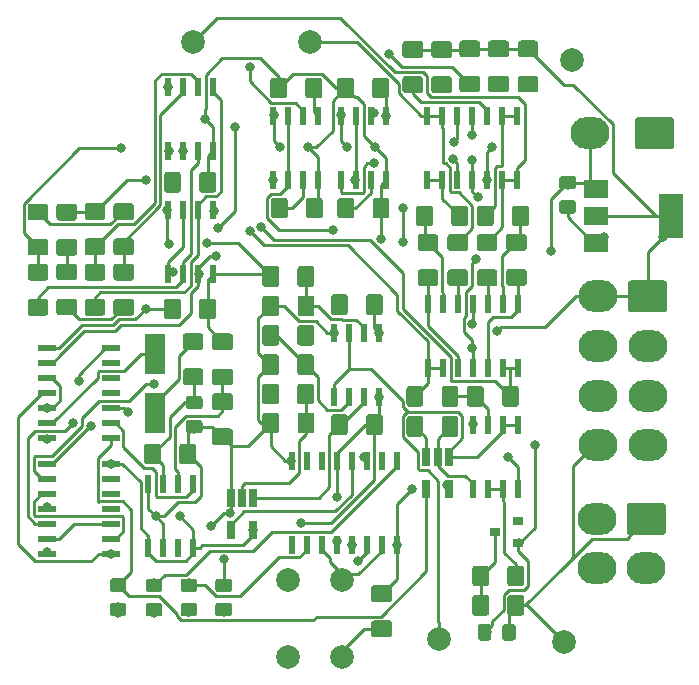
<source format=gbr>
G04 #@! TF.GenerationSoftware,KiCad,Pcbnew,(5.1.0)-1*
G04 #@! TF.CreationDate,2019-11-07T12:18:48+11:00*
G04 #@! TF.ProjectId,APPS,41505053-2e6b-4696-9361-645f70636258,rev?*
G04 #@! TF.SameCoordinates,Original*
G04 #@! TF.FileFunction,Copper,L1,Top*
G04 #@! TF.FilePolarity,Positive*
%FSLAX46Y46*%
G04 Gerber Fmt 4.6, Leading zero omitted, Abs format (unit mm)*
G04 Created by KiCad (PCBNEW (5.1.0)-1) date 2019-11-07 12:18:48*
%MOMM*%
%LPD*%
G04 APERTURE LIST*
%ADD10C,2.000000*%
%ADD11O,3.300000X2.700000*%
%ADD12C,0.100000*%
%ADD13C,2.700000*%
%ADD14R,1.500000X0.600000*%
%ADD15C,1.150000*%
%ADD16R,1.800000X3.500000*%
%ADD17R,0.900000X0.800000*%
%ADD18C,1.425000*%
%ADD19R,0.600000X1.550000*%
%ADD20R,2.000000X3.800000*%
%ADD21R,2.000000X1.500000*%
%ADD22R,0.600000X1.500000*%
%ADD23R,0.650000X1.560000*%
%ADD24C,0.800000*%
%ADD25C,0.250000*%
G04 APERTURE END LIST*
D10*
X149593200Y-61976000D03*
X148920200Y-111252000D03*
X138315600Y-110998000D03*
X127393600Y-60452000D03*
X117487600Y-60452000D03*
D11*
X151703600Y-105038000D03*
X151703600Y-100838000D03*
X155903600Y-105038000D03*
D12*
G36*
X157328103Y-99489204D02*
G01*
X157352372Y-99492804D01*
X157376170Y-99498765D01*
X157399270Y-99507030D01*
X157421449Y-99517520D01*
X157442492Y-99530133D01*
X157462198Y-99544748D01*
X157480376Y-99561224D01*
X157496852Y-99579402D01*
X157511467Y-99599108D01*
X157524080Y-99620151D01*
X157534570Y-99642330D01*
X157542835Y-99665430D01*
X157548796Y-99689228D01*
X157552396Y-99713497D01*
X157553600Y-99738001D01*
X157553600Y-101937999D01*
X157552396Y-101962503D01*
X157548796Y-101986772D01*
X157542835Y-102010570D01*
X157534570Y-102033670D01*
X157524080Y-102055849D01*
X157511467Y-102076892D01*
X157496852Y-102096598D01*
X157480376Y-102114776D01*
X157462198Y-102131252D01*
X157442492Y-102145867D01*
X157421449Y-102158480D01*
X157399270Y-102168970D01*
X157376170Y-102177235D01*
X157352372Y-102183196D01*
X157328103Y-102186796D01*
X157303599Y-102188000D01*
X154503601Y-102188000D01*
X154479097Y-102186796D01*
X154454828Y-102183196D01*
X154431030Y-102177235D01*
X154407930Y-102168970D01*
X154385751Y-102158480D01*
X154364708Y-102145867D01*
X154345002Y-102131252D01*
X154326824Y-102114776D01*
X154310348Y-102096598D01*
X154295733Y-102076892D01*
X154283120Y-102055849D01*
X154272630Y-102033670D01*
X154264365Y-102010570D01*
X154258404Y-101986772D01*
X154254804Y-101962503D01*
X154253600Y-101937999D01*
X154253600Y-99738001D01*
X154254804Y-99713497D01*
X154258404Y-99689228D01*
X154264365Y-99665430D01*
X154272630Y-99642330D01*
X154283120Y-99620151D01*
X154295733Y-99599108D01*
X154310348Y-99579402D01*
X154326824Y-99561224D01*
X154345002Y-99544748D01*
X154364708Y-99530133D01*
X154385751Y-99517520D01*
X154407930Y-99507030D01*
X154431030Y-99498765D01*
X154454828Y-99492804D01*
X154479097Y-99489204D01*
X154503601Y-99488000D01*
X157303599Y-99488000D01*
X157328103Y-99489204D01*
X157328103Y-99489204D01*
G37*
D13*
X155903600Y-100838000D03*
D11*
X156008600Y-94601500D03*
X151808600Y-86201500D03*
X151808600Y-94601500D03*
X156008600Y-86201500D03*
X151808600Y-82001500D03*
X156008600Y-90401500D03*
X151808600Y-90401500D03*
D12*
G36*
X157433103Y-80652704D02*
G01*
X157457372Y-80656304D01*
X157481170Y-80662265D01*
X157504270Y-80670530D01*
X157526449Y-80681020D01*
X157547492Y-80693633D01*
X157567198Y-80708248D01*
X157585376Y-80724724D01*
X157601852Y-80742902D01*
X157616467Y-80762608D01*
X157629080Y-80783651D01*
X157639570Y-80805830D01*
X157647835Y-80828930D01*
X157653796Y-80852728D01*
X157657396Y-80876997D01*
X157658600Y-80901501D01*
X157658600Y-83101499D01*
X157657396Y-83126003D01*
X157653796Y-83150272D01*
X157647835Y-83174070D01*
X157639570Y-83197170D01*
X157629080Y-83219349D01*
X157616467Y-83240392D01*
X157601852Y-83260098D01*
X157585376Y-83278276D01*
X157567198Y-83294752D01*
X157547492Y-83309367D01*
X157526449Y-83321980D01*
X157504270Y-83332470D01*
X157481170Y-83340735D01*
X157457372Y-83346696D01*
X157433103Y-83350296D01*
X157408599Y-83351500D01*
X154608601Y-83351500D01*
X154584097Y-83350296D01*
X154559828Y-83346696D01*
X154536030Y-83340735D01*
X154512930Y-83332470D01*
X154490751Y-83321980D01*
X154469708Y-83309367D01*
X154450002Y-83294752D01*
X154431824Y-83278276D01*
X154415348Y-83260098D01*
X154400733Y-83240392D01*
X154388120Y-83219349D01*
X154377630Y-83197170D01*
X154369365Y-83174070D01*
X154363404Y-83150272D01*
X154359804Y-83126003D01*
X154358600Y-83101499D01*
X154358600Y-80901501D01*
X154359804Y-80876997D01*
X154363404Y-80852728D01*
X154369365Y-80828930D01*
X154377630Y-80805830D01*
X154388120Y-80783651D01*
X154400733Y-80762608D01*
X154415348Y-80742902D01*
X154431824Y-80724724D01*
X154450002Y-80708248D01*
X154469708Y-80693633D01*
X154490751Y-80681020D01*
X154512930Y-80670530D01*
X154536030Y-80662265D01*
X154559828Y-80656304D01*
X154584097Y-80652704D01*
X154608601Y-80651500D01*
X157408599Y-80651500D01*
X157433103Y-80652704D01*
X157433103Y-80652704D01*
G37*
D13*
X156008600Y-82001500D03*
D14*
X110548400Y-86410800D03*
X110548400Y-87680800D03*
X110548400Y-88950800D03*
X110548400Y-90220800D03*
X110548400Y-91490800D03*
X110548400Y-92760800D03*
X110548400Y-94030800D03*
X105148400Y-94030800D03*
X105148400Y-92760800D03*
X105148400Y-91490800D03*
X105148400Y-90220800D03*
X105148400Y-88950800D03*
X105148400Y-87680800D03*
X105148400Y-86410800D03*
D12*
G36*
X149712105Y-71798204D02*
G01*
X149736373Y-71801804D01*
X149760172Y-71807765D01*
X149783271Y-71816030D01*
X149805450Y-71826520D01*
X149826493Y-71839132D01*
X149846199Y-71853747D01*
X149864377Y-71870223D01*
X149880853Y-71888401D01*
X149895468Y-71908107D01*
X149908080Y-71929150D01*
X149918570Y-71951329D01*
X149926835Y-71974428D01*
X149932796Y-71998227D01*
X149936396Y-72022495D01*
X149937600Y-72046999D01*
X149937600Y-72697001D01*
X149936396Y-72721505D01*
X149932796Y-72745773D01*
X149926835Y-72769572D01*
X149918570Y-72792671D01*
X149908080Y-72814850D01*
X149895468Y-72835893D01*
X149880853Y-72855599D01*
X149864377Y-72873777D01*
X149846199Y-72890253D01*
X149826493Y-72904868D01*
X149805450Y-72917480D01*
X149783271Y-72927970D01*
X149760172Y-72936235D01*
X149736373Y-72942196D01*
X149712105Y-72945796D01*
X149687601Y-72947000D01*
X148787599Y-72947000D01*
X148763095Y-72945796D01*
X148738827Y-72942196D01*
X148715028Y-72936235D01*
X148691929Y-72927970D01*
X148669750Y-72917480D01*
X148648707Y-72904868D01*
X148629001Y-72890253D01*
X148610823Y-72873777D01*
X148594347Y-72855599D01*
X148579732Y-72835893D01*
X148567120Y-72814850D01*
X148556630Y-72792671D01*
X148548365Y-72769572D01*
X148542404Y-72745773D01*
X148538804Y-72721505D01*
X148537600Y-72697001D01*
X148537600Y-72046999D01*
X148538804Y-72022495D01*
X148542404Y-71998227D01*
X148548365Y-71974428D01*
X148556630Y-71951329D01*
X148567120Y-71929150D01*
X148579732Y-71908107D01*
X148594347Y-71888401D01*
X148610823Y-71870223D01*
X148629001Y-71853747D01*
X148648707Y-71839132D01*
X148669750Y-71826520D01*
X148691929Y-71816030D01*
X148715028Y-71807765D01*
X148738827Y-71801804D01*
X148763095Y-71798204D01*
X148787599Y-71797000D01*
X149687601Y-71797000D01*
X149712105Y-71798204D01*
X149712105Y-71798204D01*
G37*
D15*
X149237600Y-72372000D03*
D12*
G36*
X149712105Y-73848204D02*
G01*
X149736373Y-73851804D01*
X149760172Y-73857765D01*
X149783271Y-73866030D01*
X149805450Y-73876520D01*
X149826493Y-73889132D01*
X149846199Y-73903747D01*
X149864377Y-73920223D01*
X149880853Y-73938401D01*
X149895468Y-73958107D01*
X149908080Y-73979150D01*
X149918570Y-74001329D01*
X149926835Y-74024428D01*
X149932796Y-74048227D01*
X149936396Y-74072495D01*
X149937600Y-74096999D01*
X149937600Y-74747001D01*
X149936396Y-74771505D01*
X149932796Y-74795773D01*
X149926835Y-74819572D01*
X149918570Y-74842671D01*
X149908080Y-74864850D01*
X149895468Y-74885893D01*
X149880853Y-74905599D01*
X149864377Y-74923777D01*
X149846199Y-74940253D01*
X149826493Y-74954868D01*
X149805450Y-74967480D01*
X149783271Y-74977970D01*
X149760172Y-74986235D01*
X149736373Y-74992196D01*
X149712105Y-74995796D01*
X149687601Y-74997000D01*
X148787599Y-74997000D01*
X148763095Y-74995796D01*
X148738827Y-74992196D01*
X148715028Y-74986235D01*
X148691929Y-74977970D01*
X148669750Y-74967480D01*
X148648707Y-74954868D01*
X148629001Y-74940253D01*
X148610823Y-74923777D01*
X148594347Y-74905599D01*
X148579732Y-74885893D01*
X148567120Y-74864850D01*
X148556630Y-74842671D01*
X148548365Y-74819572D01*
X148542404Y-74795773D01*
X148538804Y-74771505D01*
X148537600Y-74747001D01*
X148537600Y-74096999D01*
X148538804Y-74072495D01*
X148542404Y-74048227D01*
X148548365Y-74024428D01*
X148556630Y-74001329D01*
X148567120Y-73979150D01*
X148579732Y-73958107D01*
X148594347Y-73938401D01*
X148610823Y-73920223D01*
X148629001Y-73903747D01*
X148648707Y-73889132D01*
X148669750Y-73876520D01*
X148691929Y-73866030D01*
X148715028Y-73857765D01*
X148738827Y-73851804D01*
X148763095Y-73848204D01*
X148787599Y-73847000D01*
X149687601Y-73847000D01*
X149712105Y-73848204D01*
X149712105Y-73848204D01*
G37*
D15*
X149237600Y-74422000D03*
D12*
G36*
X118101905Y-90409004D02*
G01*
X118126173Y-90412604D01*
X118149972Y-90418565D01*
X118173071Y-90426830D01*
X118195250Y-90437320D01*
X118216293Y-90449932D01*
X118235999Y-90464547D01*
X118254177Y-90481023D01*
X118270653Y-90499201D01*
X118285268Y-90518907D01*
X118297880Y-90539950D01*
X118308370Y-90562129D01*
X118316635Y-90585228D01*
X118322596Y-90609027D01*
X118326196Y-90633295D01*
X118327400Y-90657799D01*
X118327400Y-91307801D01*
X118326196Y-91332305D01*
X118322596Y-91356573D01*
X118316635Y-91380372D01*
X118308370Y-91403471D01*
X118297880Y-91425650D01*
X118285268Y-91446693D01*
X118270653Y-91466399D01*
X118254177Y-91484577D01*
X118235999Y-91501053D01*
X118216293Y-91515668D01*
X118195250Y-91528280D01*
X118173071Y-91538770D01*
X118149972Y-91547035D01*
X118126173Y-91552996D01*
X118101905Y-91556596D01*
X118077401Y-91557800D01*
X117177399Y-91557800D01*
X117152895Y-91556596D01*
X117128627Y-91552996D01*
X117104828Y-91547035D01*
X117081729Y-91538770D01*
X117059550Y-91528280D01*
X117038507Y-91515668D01*
X117018801Y-91501053D01*
X117000623Y-91484577D01*
X116984147Y-91466399D01*
X116969532Y-91446693D01*
X116956920Y-91425650D01*
X116946430Y-91403471D01*
X116938165Y-91380372D01*
X116932204Y-91356573D01*
X116928604Y-91332305D01*
X116927400Y-91307801D01*
X116927400Y-90657799D01*
X116928604Y-90633295D01*
X116932204Y-90609027D01*
X116938165Y-90585228D01*
X116946430Y-90562129D01*
X116956920Y-90539950D01*
X116969532Y-90518907D01*
X116984147Y-90499201D01*
X117000623Y-90481023D01*
X117018801Y-90464547D01*
X117038507Y-90449932D01*
X117059550Y-90437320D01*
X117081729Y-90426830D01*
X117104828Y-90418565D01*
X117128627Y-90412604D01*
X117152895Y-90409004D01*
X117177399Y-90407800D01*
X118077401Y-90407800D01*
X118101905Y-90409004D01*
X118101905Y-90409004D01*
G37*
D15*
X117627400Y-90982800D03*
D12*
G36*
X118101905Y-92459004D02*
G01*
X118126173Y-92462604D01*
X118149972Y-92468565D01*
X118173071Y-92476830D01*
X118195250Y-92487320D01*
X118216293Y-92499932D01*
X118235999Y-92514547D01*
X118254177Y-92531023D01*
X118270653Y-92549201D01*
X118285268Y-92568907D01*
X118297880Y-92589950D01*
X118308370Y-92612129D01*
X118316635Y-92635228D01*
X118322596Y-92659027D01*
X118326196Y-92683295D01*
X118327400Y-92707799D01*
X118327400Y-93357801D01*
X118326196Y-93382305D01*
X118322596Y-93406573D01*
X118316635Y-93430372D01*
X118308370Y-93453471D01*
X118297880Y-93475650D01*
X118285268Y-93496693D01*
X118270653Y-93516399D01*
X118254177Y-93534577D01*
X118235999Y-93551053D01*
X118216293Y-93565668D01*
X118195250Y-93578280D01*
X118173071Y-93588770D01*
X118149972Y-93597035D01*
X118126173Y-93602996D01*
X118101905Y-93606596D01*
X118077401Y-93607800D01*
X117177399Y-93607800D01*
X117152895Y-93606596D01*
X117128627Y-93602996D01*
X117104828Y-93597035D01*
X117081729Y-93588770D01*
X117059550Y-93578280D01*
X117038507Y-93565668D01*
X117018801Y-93551053D01*
X117000623Y-93534577D01*
X116984147Y-93516399D01*
X116969532Y-93496693D01*
X116956920Y-93475650D01*
X116946430Y-93453471D01*
X116938165Y-93430372D01*
X116932204Y-93406573D01*
X116928604Y-93382305D01*
X116927400Y-93357801D01*
X116927400Y-92707799D01*
X116928604Y-92683295D01*
X116932204Y-92659027D01*
X116938165Y-92635228D01*
X116946430Y-92612129D01*
X116956920Y-92589950D01*
X116969532Y-92568907D01*
X116984147Y-92549201D01*
X117000623Y-92531023D01*
X117018801Y-92514547D01*
X117038507Y-92499932D01*
X117059550Y-92487320D01*
X117081729Y-92476830D01*
X117104828Y-92468565D01*
X117128627Y-92462604D01*
X117152895Y-92459004D01*
X117177399Y-92457800D01*
X118077401Y-92457800D01*
X118101905Y-92459004D01*
X118101905Y-92459004D01*
G37*
D15*
X117627400Y-93032800D03*
D12*
G36*
X144614105Y-109740404D02*
G01*
X144638373Y-109744004D01*
X144662172Y-109749965D01*
X144685271Y-109758230D01*
X144707450Y-109768720D01*
X144728493Y-109781332D01*
X144748199Y-109795947D01*
X144766377Y-109812423D01*
X144782853Y-109830601D01*
X144797468Y-109850307D01*
X144810080Y-109871350D01*
X144820570Y-109893529D01*
X144828835Y-109916628D01*
X144834796Y-109940427D01*
X144838396Y-109964695D01*
X144839600Y-109989199D01*
X144839600Y-110889201D01*
X144838396Y-110913705D01*
X144834796Y-110937973D01*
X144828835Y-110961772D01*
X144820570Y-110984871D01*
X144810080Y-111007050D01*
X144797468Y-111028093D01*
X144782853Y-111047799D01*
X144766377Y-111065977D01*
X144748199Y-111082453D01*
X144728493Y-111097068D01*
X144707450Y-111109680D01*
X144685271Y-111120170D01*
X144662172Y-111128435D01*
X144638373Y-111134396D01*
X144614105Y-111137996D01*
X144589601Y-111139200D01*
X143939599Y-111139200D01*
X143915095Y-111137996D01*
X143890827Y-111134396D01*
X143867028Y-111128435D01*
X143843929Y-111120170D01*
X143821750Y-111109680D01*
X143800707Y-111097068D01*
X143781001Y-111082453D01*
X143762823Y-111065977D01*
X143746347Y-111047799D01*
X143731732Y-111028093D01*
X143719120Y-111007050D01*
X143708630Y-110984871D01*
X143700365Y-110961772D01*
X143694404Y-110937973D01*
X143690804Y-110913705D01*
X143689600Y-110889201D01*
X143689600Y-109989199D01*
X143690804Y-109964695D01*
X143694404Y-109940427D01*
X143700365Y-109916628D01*
X143708630Y-109893529D01*
X143719120Y-109871350D01*
X143731732Y-109850307D01*
X143746347Y-109830601D01*
X143762823Y-109812423D01*
X143781001Y-109795947D01*
X143800707Y-109781332D01*
X143821750Y-109768720D01*
X143843929Y-109758230D01*
X143867028Y-109749965D01*
X143890827Y-109744004D01*
X143915095Y-109740404D01*
X143939599Y-109739200D01*
X144589601Y-109739200D01*
X144614105Y-109740404D01*
X144614105Y-109740404D01*
G37*
D15*
X144264600Y-110439200D03*
D12*
G36*
X142564105Y-109740404D02*
G01*
X142588373Y-109744004D01*
X142612172Y-109749965D01*
X142635271Y-109758230D01*
X142657450Y-109768720D01*
X142678493Y-109781332D01*
X142698199Y-109795947D01*
X142716377Y-109812423D01*
X142732853Y-109830601D01*
X142747468Y-109850307D01*
X142760080Y-109871350D01*
X142770570Y-109893529D01*
X142778835Y-109916628D01*
X142784796Y-109940427D01*
X142788396Y-109964695D01*
X142789600Y-109989199D01*
X142789600Y-110889201D01*
X142788396Y-110913705D01*
X142784796Y-110937973D01*
X142778835Y-110961772D01*
X142770570Y-110984871D01*
X142760080Y-111007050D01*
X142747468Y-111028093D01*
X142732853Y-111047799D01*
X142716377Y-111065977D01*
X142698199Y-111082453D01*
X142678493Y-111097068D01*
X142657450Y-111109680D01*
X142635271Y-111120170D01*
X142612172Y-111128435D01*
X142588373Y-111134396D01*
X142564105Y-111137996D01*
X142539601Y-111139200D01*
X141889599Y-111139200D01*
X141865095Y-111137996D01*
X141840827Y-111134396D01*
X141817028Y-111128435D01*
X141793929Y-111120170D01*
X141771750Y-111109680D01*
X141750707Y-111097068D01*
X141731001Y-111082453D01*
X141712823Y-111065977D01*
X141696347Y-111047799D01*
X141681732Y-111028093D01*
X141669120Y-111007050D01*
X141658630Y-110984871D01*
X141650365Y-110961772D01*
X141644404Y-110937973D01*
X141640804Y-110913705D01*
X141639600Y-110889201D01*
X141639600Y-109989199D01*
X141640804Y-109964695D01*
X141644404Y-109940427D01*
X141650365Y-109916628D01*
X141658630Y-109893529D01*
X141669120Y-109871350D01*
X141681732Y-109850307D01*
X141696347Y-109830601D01*
X141712823Y-109812423D01*
X141731001Y-109795947D01*
X141750707Y-109781332D01*
X141771750Y-109768720D01*
X141793929Y-109758230D01*
X141817028Y-109749965D01*
X141840827Y-109744004D01*
X141865095Y-109740404D01*
X141889599Y-109739200D01*
X142539601Y-109739200D01*
X142564105Y-109740404D01*
X142564105Y-109740404D01*
G37*
D15*
X142214600Y-110439200D03*
D16*
X114274600Y-91897200D03*
X114274600Y-86897200D03*
D12*
G36*
X111650305Y-105885004D02*
G01*
X111674573Y-105888604D01*
X111698372Y-105894565D01*
X111721471Y-105902830D01*
X111743650Y-105913320D01*
X111764693Y-105925932D01*
X111784399Y-105940547D01*
X111802577Y-105957023D01*
X111819053Y-105975201D01*
X111833668Y-105994907D01*
X111846280Y-106015950D01*
X111856770Y-106038129D01*
X111865035Y-106061228D01*
X111870996Y-106085027D01*
X111874596Y-106109295D01*
X111875800Y-106133799D01*
X111875800Y-106783801D01*
X111874596Y-106808305D01*
X111870996Y-106832573D01*
X111865035Y-106856372D01*
X111856770Y-106879471D01*
X111846280Y-106901650D01*
X111833668Y-106922693D01*
X111819053Y-106942399D01*
X111802577Y-106960577D01*
X111784399Y-106977053D01*
X111764693Y-106991668D01*
X111743650Y-107004280D01*
X111721471Y-107014770D01*
X111698372Y-107023035D01*
X111674573Y-107028996D01*
X111650305Y-107032596D01*
X111625801Y-107033800D01*
X110725799Y-107033800D01*
X110701295Y-107032596D01*
X110677027Y-107028996D01*
X110653228Y-107023035D01*
X110630129Y-107014770D01*
X110607950Y-107004280D01*
X110586907Y-106991668D01*
X110567201Y-106977053D01*
X110549023Y-106960577D01*
X110532547Y-106942399D01*
X110517932Y-106922693D01*
X110505320Y-106901650D01*
X110494830Y-106879471D01*
X110486565Y-106856372D01*
X110480604Y-106832573D01*
X110477004Y-106808305D01*
X110475800Y-106783801D01*
X110475800Y-106133799D01*
X110477004Y-106109295D01*
X110480604Y-106085027D01*
X110486565Y-106061228D01*
X110494830Y-106038129D01*
X110505320Y-106015950D01*
X110517932Y-105994907D01*
X110532547Y-105975201D01*
X110549023Y-105957023D01*
X110567201Y-105940547D01*
X110586907Y-105925932D01*
X110607950Y-105913320D01*
X110630129Y-105902830D01*
X110653228Y-105894565D01*
X110677027Y-105888604D01*
X110701295Y-105885004D01*
X110725799Y-105883800D01*
X111625801Y-105883800D01*
X111650305Y-105885004D01*
X111650305Y-105885004D01*
G37*
D15*
X111175800Y-106458800D03*
D12*
G36*
X111650305Y-107935004D02*
G01*
X111674573Y-107938604D01*
X111698372Y-107944565D01*
X111721471Y-107952830D01*
X111743650Y-107963320D01*
X111764693Y-107975932D01*
X111784399Y-107990547D01*
X111802577Y-108007023D01*
X111819053Y-108025201D01*
X111833668Y-108044907D01*
X111846280Y-108065950D01*
X111856770Y-108088129D01*
X111865035Y-108111228D01*
X111870996Y-108135027D01*
X111874596Y-108159295D01*
X111875800Y-108183799D01*
X111875800Y-108833801D01*
X111874596Y-108858305D01*
X111870996Y-108882573D01*
X111865035Y-108906372D01*
X111856770Y-108929471D01*
X111846280Y-108951650D01*
X111833668Y-108972693D01*
X111819053Y-108992399D01*
X111802577Y-109010577D01*
X111784399Y-109027053D01*
X111764693Y-109041668D01*
X111743650Y-109054280D01*
X111721471Y-109064770D01*
X111698372Y-109073035D01*
X111674573Y-109078996D01*
X111650305Y-109082596D01*
X111625801Y-109083800D01*
X110725799Y-109083800D01*
X110701295Y-109082596D01*
X110677027Y-109078996D01*
X110653228Y-109073035D01*
X110630129Y-109064770D01*
X110607950Y-109054280D01*
X110586907Y-109041668D01*
X110567201Y-109027053D01*
X110549023Y-109010577D01*
X110532547Y-108992399D01*
X110517932Y-108972693D01*
X110505320Y-108951650D01*
X110494830Y-108929471D01*
X110486565Y-108906372D01*
X110480604Y-108882573D01*
X110477004Y-108858305D01*
X110475800Y-108833801D01*
X110475800Y-108183799D01*
X110477004Y-108159295D01*
X110480604Y-108135027D01*
X110486565Y-108111228D01*
X110494830Y-108088129D01*
X110505320Y-108065950D01*
X110517932Y-108044907D01*
X110532547Y-108025201D01*
X110549023Y-108007023D01*
X110567201Y-107990547D01*
X110586907Y-107975932D01*
X110607950Y-107963320D01*
X110630129Y-107952830D01*
X110653228Y-107944565D01*
X110677027Y-107938604D01*
X110701295Y-107935004D01*
X110725799Y-107933800D01*
X111625801Y-107933800D01*
X111650305Y-107935004D01*
X111650305Y-107935004D01*
G37*
D15*
X111175800Y-108508800D03*
D17*
X145081500Y-102918300D03*
X145081500Y-101018300D03*
X143081500Y-101968300D03*
D12*
G36*
X120591105Y-105894004D02*
G01*
X120615373Y-105897604D01*
X120639172Y-105903565D01*
X120662271Y-105911830D01*
X120684450Y-105922320D01*
X120705493Y-105934932D01*
X120725199Y-105949547D01*
X120743377Y-105966023D01*
X120759853Y-105984201D01*
X120774468Y-106003907D01*
X120787080Y-106024950D01*
X120797570Y-106047129D01*
X120805835Y-106070228D01*
X120811796Y-106094027D01*
X120815396Y-106118295D01*
X120816600Y-106142799D01*
X120816600Y-106792801D01*
X120815396Y-106817305D01*
X120811796Y-106841573D01*
X120805835Y-106865372D01*
X120797570Y-106888471D01*
X120787080Y-106910650D01*
X120774468Y-106931693D01*
X120759853Y-106951399D01*
X120743377Y-106969577D01*
X120725199Y-106986053D01*
X120705493Y-107000668D01*
X120684450Y-107013280D01*
X120662271Y-107023770D01*
X120639172Y-107032035D01*
X120615373Y-107037996D01*
X120591105Y-107041596D01*
X120566601Y-107042800D01*
X119666599Y-107042800D01*
X119642095Y-107041596D01*
X119617827Y-107037996D01*
X119594028Y-107032035D01*
X119570929Y-107023770D01*
X119548750Y-107013280D01*
X119527707Y-107000668D01*
X119508001Y-106986053D01*
X119489823Y-106969577D01*
X119473347Y-106951399D01*
X119458732Y-106931693D01*
X119446120Y-106910650D01*
X119435630Y-106888471D01*
X119427365Y-106865372D01*
X119421404Y-106841573D01*
X119417804Y-106817305D01*
X119416600Y-106792801D01*
X119416600Y-106142799D01*
X119417804Y-106118295D01*
X119421404Y-106094027D01*
X119427365Y-106070228D01*
X119435630Y-106047129D01*
X119446120Y-106024950D01*
X119458732Y-106003907D01*
X119473347Y-105984201D01*
X119489823Y-105966023D01*
X119508001Y-105949547D01*
X119527707Y-105934932D01*
X119548750Y-105922320D01*
X119570929Y-105911830D01*
X119594028Y-105903565D01*
X119617827Y-105897604D01*
X119642095Y-105894004D01*
X119666599Y-105892800D01*
X120566601Y-105892800D01*
X120591105Y-105894004D01*
X120591105Y-105894004D01*
G37*
D15*
X120116600Y-106467800D03*
D12*
G36*
X120591105Y-107944004D02*
G01*
X120615373Y-107947604D01*
X120639172Y-107953565D01*
X120662271Y-107961830D01*
X120684450Y-107972320D01*
X120705493Y-107984932D01*
X120725199Y-107999547D01*
X120743377Y-108016023D01*
X120759853Y-108034201D01*
X120774468Y-108053907D01*
X120787080Y-108074950D01*
X120797570Y-108097129D01*
X120805835Y-108120228D01*
X120811796Y-108144027D01*
X120815396Y-108168295D01*
X120816600Y-108192799D01*
X120816600Y-108842801D01*
X120815396Y-108867305D01*
X120811796Y-108891573D01*
X120805835Y-108915372D01*
X120797570Y-108938471D01*
X120787080Y-108960650D01*
X120774468Y-108981693D01*
X120759853Y-109001399D01*
X120743377Y-109019577D01*
X120725199Y-109036053D01*
X120705493Y-109050668D01*
X120684450Y-109063280D01*
X120662271Y-109073770D01*
X120639172Y-109082035D01*
X120615373Y-109087996D01*
X120591105Y-109091596D01*
X120566601Y-109092800D01*
X119666599Y-109092800D01*
X119642095Y-109091596D01*
X119617827Y-109087996D01*
X119594028Y-109082035D01*
X119570929Y-109073770D01*
X119548750Y-109063280D01*
X119527707Y-109050668D01*
X119508001Y-109036053D01*
X119489823Y-109019577D01*
X119473347Y-109001399D01*
X119458732Y-108981693D01*
X119446120Y-108960650D01*
X119435630Y-108938471D01*
X119427365Y-108915372D01*
X119421404Y-108891573D01*
X119417804Y-108867305D01*
X119416600Y-108842801D01*
X119416600Y-108192799D01*
X119417804Y-108168295D01*
X119421404Y-108144027D01*
X119427365Y-108120228D01*
X119435630Y-108097129D01*
X119446120Y-108074950D01*
X119458732Y-108053907D01*
X119473347Y-108034201D01*
X119489823Y-108016023D01*
X119508001Y-107999547D01*
X119527707Y-107984932D01*
X119548750Y-107972320D01*
X119570929Y-107961830D01*
X119594028Y-107953565D01*
X119617827Y-107947604D01*
X119642095Y-107944004D01*
X119666599Y-107942800D01*
X120566601Y-107942800D01*
X120591105Y-107944004D01*
X120591105Y-107944004D01*
G37*
D15*
X120116600Y-108517800D03*
D12*
G36*
X117644705Y-107944004D02*
G01*
X117668973Y-107947604D01*
X117692772Y-107953565D01*
X117715871Y-107961830D01*
X117738050Y-107972320D01*
X117759093Y-107984932D01*
X117778799Y-107999547D01*
X117796977Y-108016023D01*
X117813453Y-108034201D01*
X117828068Y-108053907D01*
X117840680Y-108074950D01*
X117851170Y-108097129D01*
X117859435Y-108120228D01*
X117865396Y-108144027D01*
X117868996Y-108168295D01*
X117870200Y-108192799D01*
X117870200Y-108842801D01*
X117868996Y-108867305D01*
X117865396Y-108891573D01*
X117859435Y-108915372D01*
X117851170Y-108938471D01*
X117840680Y-108960650D01*
X117828068Y-108981693D01*
X117813453Y-109001399D01*
X117796977Y-109019577D01*
X117778799Y-109036053D01*
X117759093Y-109050668D01*
X117738050Y-109063280D01*
X117715871Y-109073770D01*
X117692772Y-109082035D01*
X117668973Y-109087996D01*
X117644705Y-109091596D01*
X117620201Y-109092800D01*
X116720199Y-109092800D01*
X116695695Y-109091596D01*
X116671427Y-109087996D01*
X116647628Y-109082035D01*
X116624529Y-109073770D01*
X116602350Y-109063280D01*
X116581307Y-109050668D01*
X116561601Y-109036053D01*
X116543423Y-109019577D01*
X116526947Y-109001399D01*
X116512332Y-108981693D01*
X116499720Y-108960650D01*
X116489230Y-108938471D01*
X116480965Y-108915372D01*
X116475004Y-108891573D01*
X116471404Y-108867305D01*
X116470200Y-108842801D01*
X116470200Y-108192799D01*
X116471404Y-108168295D01*
X116475004Y-108144027D01*
X116480965Y-108120228D01*
X116489230Y-108097129D01*
X116499720Y-108074950D01*
X116512332Y-108053907D01*
X116526947Y-108034201D01*
X116543423Y-108016023D01*
X116561601Y-107999547D01*
X116581307Y-107984932D01*
X116602350Y-107972320D01*
X116624529Y-107961830D01*
X116647628Y-107953565D01*
X116671427Y-107947604D01*
X116695695Y-107944004D01*
X116720199Y-107942800D01*
X117620201Y-107942800D01*
X117644705Y-107944004D01*
X117644705Y-107944004D01*
G37*
D15*
X117170200Y-108517800D03*
D12*
G36*
X117644705Y-105894004D02*
G01*
X117668973Y-105897604D01*
X117692772Y-105903565D01*
X117715871Y-105911830D01*
X117738050Y-105922320D01*
X117759093Y-105934932D01*
X117778799Y-105949547D01*
X117796977Y-105966023D01*
X117813453Y-105984201D01*
X117828068Y-106003907D01*
X117840680Y-106024950D01*
X117851170Y-106047129D01*
X117859435Y-106070228D01*
X117865396Y-106094027D01*
X117868996Y-106118295D01*
X117870200Y-106142799D01*
X117870200Y-106792801D01*
X117868996Y-106817305D01*
X117865396Y-106841573D01*
X117859435Y-106865372D01*
X117851170Y-106888471D01*
X117840680Y-106910650D01*
X117828068Y-106931693D01*
X117813453Y-106951399D01*
X117796977Y-106969577D01*
X117778799Y-106986053D01*
X117759093Y-107000668D01*
X117738050Y-107013280D01*
X117715871Y-107023770D01*
X117692772Y-107032035D01*
X117668973Y-107037996D01*
X117644705Y-107041596D01*
X117620201Y-107042800D01*
X116720199Y-107042800D01*
X116695695Y-107041596D01*
X116671427Y-107037996D01*
X116647628Y-107032035D01*
X116624529Y-107023770D01*
X116602350Y-107013280D01*
X116581307Y-107000668D01*
X116561601Y-106986053D01*
X116543423Y-106969577D01*
X116526947Y-106951399D01*
X116512332Y-106931693D01*
X116499720Y-106910650D01*
X116489230Y-106888471D01*
X116480965Y-106865372D01*
X116475004Y-106841573D01*
X116471404Y-106817305D01*
X116470200Y-106792801D01*
X116470200Y-106142799D01*
X116471404Y-106118295D01*
X116475004Y-106094027D01*
X116480965Y-106070228D01*
X116489230Y-106047129D01*
X116499720Y-106024950D01*
X116512332Y-106003907D01*
X116526947Y-105984201D01*
X116543423Y-105966023D01*
X116561601Y-105949547D01*
X116581307Y-105934932D01*
X116602350Y-105922320D01*
X116624529Y-105911830D01*
X116647628Y-105903565D01*
X116671427Y-105897604D01*
X116695695Y-105894004D01*
X116720199Y-105892800D01*
X117620201Y-105892800D01*
X117644705Y-105894004D01*
X117644705Y-105894004D01*
G37*
D15*
X117170200Y-106467800D03*
D12*
G36*
X114698305Y-107944004D02*
G01*
X114722573Y-107947604D01*
X114746372Y-107953565D01*
X114769471Y-107961830D01*
X114791650Y-107972320D01*
X114812693Y-107984932D01*
X114832399Y-107999547D01*
X114850577Y-108016023D01*
X114867053Y-108034201D01*
X114881668Y-108053907D01*
X114894280Y-108074950D01*
X114904770Y-108097129D01*
X114913035Y-108120228D01*
X114918996Y-108144027D01*
X114922596Y-108168295D01*
X114923800Y-108192799D01*
X114923800Y-108842801D01*
X114922596Y-108867305D01*
X114918996Y-108891573D01*
X114913035Y-108915372D01*
X114904770Y-108938471D01*
X114894280Y-108960650D01*
X114881668Y-108981693D01*
X114867053Y-109001399D01*
X114850577Y-109019577D01*
X114832399Y-109036053D01*
X114812693Y-109050668D01*
X114791650Y-109063280D01*
X114769471Y-109073770D01*
X114746372Y-109082035D01*
X114722573Y-109087996D01*
X114698305Y-109091596D01*
X114673801Y-109092800D01*
X113773799Y-109092800D01*
X113749295Y-109091596D01*
X113725027Y-109087996D01*
X113701228Y-109082035D01*
X113678129Y-109073770D01*
X113655950Y-109063280D01*
X113634907Y-109050668D01*
X113615201Y-109036053D01*
X113597023Y-109019577D01*
X113580547Y-109001399D01*
X113565932Y-108981693D01*
X113553320Y-108960650D01*
X113542830Y-108938471D01*
X113534565Y-108915372D01*
X113528604Y-108891573D01*
X113525004Y-108867305D01*
X113523800Y-108842801D01*
X113523800Y-108192799D01*
X113525004Y-108168295D01*
X113528604Y-108144027D01*
X113534565Y-108120228D01*
X113542830Y-108097129D01*
X113553320Y-108074950D01*
X113565932Y-108053907D01*
X113580547Y-108034201D01*
X113597023Y-108016023D01*
X113615201Y-107999547D01*
X113634907Y-107984932D01*
X113655950Y-107972320D01*
X113678129Y-107961830D01*
X113701228Y-107953565D01*
X113725027Y-107947604D01*
X113749295Y-107944004D01*
X113773799Y-107942800D01*
X114673801Y-107942800D01*
X114698305Y-107944004D01*
X114698305Y-107944004D01*
G37*
D15*
X114223800Y-108517800D03*
D12*
G36*
X114698305Y-105894004D02*
G01*
X114722573Y-105897604D01*
X114746372Y-105903565D01*
X114769471Y-105911830D01*
X114791650Y-105922320D01*
X114812693Y-105934932D01*
X114832399Y-105949547D01*
X114850577Y-105966023D01*
X114867053Y-105984201D01*
X114881668Y-106003907D01*
X114894280Y-106024950D01*
X114904770Y-106047129D01*
X114913035Y-106070228D01*
X114918996Y-106094027D01*
X114922596Y-106118295D01*
X114923800Y-106142799D01*
X114923800Y-106792801D01*
X114922596Y-106817305D01*
X114918996Y-106841573D01*
X114913035Y-106865372D01*
X114904770Y-106888471D01*
X114894280Y-106910650D01*
X114881668Y-106931693D01*
X114867053Y-106951399D01*
X114850577Y-106969577D01*
X114832399Y-106986053D01*
X114812693Y-107000668D01*
X114791650Y-107013280D01*
X114769471Y-107023770D01*
X114746372Y-107032035D01*
X114722573Y-107037996D01*
X114698305Y-107041596D01*
X114673801Y-107042800D01*
X113773799Y-107042800D01*
X113749295Y-107041596D01*
X113725027Y-107037996D01*
X113701228Y-107032035D01*
X113678129Y-107023770D01*
X113655950Y-107013280D01*
X113634907Y-107000668D01*
X113615201Y-106986053D01*
X113597023Y-106969577D01*
X113580547Y-106951399D01*
X113565932Y-106931693D01*
X113553320Y-106910650D01*
X113542830Y-106888471D01*
X113534565Y-106865372D01*
X113528604Y-106841573D01*
X113525004Y-106817305D01*
X113523800Y-106792801D01*
X113523800Y-106142799D01*
X113525004Y-106118295D01*
X113528604Y-106094027D01*
X113534565Y-106070228D01*
X113542830Y-106047129D01*
X113553320Y-106024950D01*
X113565932Y-106003907D01*
X113580547Y-105984201D01*
X113597023Y-105966023D01*
X113615201Y-105949547D01*
X113634907Y-105934932D01*
X113655950Y-105922320D01*
X113678129Y-105911830D01*
X113701228Y-105903565D01*
X113725027Y-105897604D01*
X113749295Y-105894004D01*
X113773799Y-105892800D01*
X114673801Y-105892800D01*
X114698305Y-105894004D01*
X114698305Y-105894004D01*
G37*
D15*
X114223800Y-106467800D03*
D12*
G36*
X158028103Y-66850204D02*
G01*
X158052372Y-66853804D01*
X158076170Y-66859765D01*
X158099270Y-66868030D01*
X158121449Y-66878520D01*
X158142492Y-66891133D01*
X158162198Y-66905748D01*
X158180376Y-66922224D01*
X158196852Y-66940402D01*
X158211467Y-66960108D01*
X158224080Y-66981151D01*
X158234570Y-67003330D01*
X158242835Y-67026430D01*
X158248796Y-67050228D01*
X158252396Y-67074497D01*
X158253600Y-67099001D01*
X158253600Y-69298999D01*
X158252396Y-69323503D01*
X158248796Y-69347772D01*
X158242835Y-69371570D01*
X158234570Y-69394670D01*
X158224080Y-69416849D01*
X158211467Y-69437892D01*
X158196852Y-69457598D01*
X158180376Y-69475776D01*
X158162198Y-69492252D01*
X158142492Y-69506867D01*
X158121449Y-69519480D01*
X158099270Y-69529970D01*
X158076170Y-69538235D01*
X158052372Y-69544196D01*
X158028103Y-69547796D01*
X158003599Y-69549000D01*
X155203601Y-69549000D01*
X155179097Y-69547796D01*
X155154828Y-69544196D01*
X155131030Y-69538235D01*
X155107930Y-69529970D01*
X155085751Y-69519480D01*
X155064708Y-69506867D01*
X155045002Y-69492252D01*
X155026824Y-69475776D01*
X155010348Y-69457598D01*
X154995733Y-69437892D01*
X154983120Y-69416849D01*
X154972630Y-69394670D01*
X154964365Y-69371570D01*
X154958404Y-69347772D01*
X154954804Y-69323503D01*
X154953600Y-69298999D01*
X154953600Y-67099001D01*
X154954804Y-67074497D01*
X154958404Y-67050228D01*
X154964365Y-67026430D01*
X154972630Y-67003330D01*
X154983120Y-66981151D01*
X154995733Y-66960108D01*
X155010348Y-66940402D01*
X155026824Y-66922224D01*
X155045002Y-66905748D01*
X155064708Y-66891133D01*
X155085751Y-66878520D01*
X155107930Y-66868030D01*
X155131030Y-66859765D01*
X155154828Y-66853804D01*
X155179097Y-66850204D01*
X155203601Y-66849000D01*
X158003599Y-66849000D01*
X158028103Y-66850204D01*
X158028103Y-66850204D01*
G37*
D13*
X156603600Y-68199000D03*
D11*
X151103600Y-68199000D03*
D12*
G36*
X136780704Y-60386804D02*
G01*
X136804973Y-60390404D01*
X136828771Y-60396365D01*
X136851871Y-60404630D01*
X136874049Y-60415120D01*
X136895093Y-60427733D01*
X136914798Y-60442347D01*
X136932977Y-60458823D01*
X136949453Y-60477002D01*
X136964067Y-60496707D01*
X136976680Y-60517751D01*
X136987170Y-60539929D01*
X136995435Y-60563029D01*
X137001396Y-60586827D01*
X137004996Y-60611096D01*
X137006200Y-60635600D01*
X137006200Y-61560600D01*
X137004996Y-61585104D01*
X137001396Y-61609373D01*
X136995435Y-61633171D01*
X136987170Y-61656271D01*
X136976680Y-61678449D01*
X136964067Y-61699493D01*
X136949453Y-61719198D01*
X136932977Y-61737377D01*
X136914798Y-61753853D01*
X136895093Y-61768467D01*
X136874049Y-61781080D01*
X136851871Y-61791570D01*
X136828771Y-61799835D01*
X136804973Y-61805796D01*
X136780704Y-61809396D01*
X136756200Y-61810600D01*
X135506200Y-61810600D01*
X135481696Y-61809396D01*
X135457427Y-61805796D01*
X135433629Y-61799835D01*
X135410529Y-61791570D01*
X135388351Y-61781080D01*
X135367307Y-61768467D01*
X135347602Y-61753853D01*
X135329423Y-61737377D01*
X135312947Y-61719198D01*
X135298333Y-61699493D01*
X135285720Y-61678449D01*
X135275230Y-61656271D01*
X135266965Y-61633171D01*
X135261004Y-61609373D01*
X135257404Y-61585104D01*
X135256200Y-61560600D01*
X135256200Y-60635600D01*
X135257404Y-60611096D01*
X135261004Y-60586827D01*
X135266965Y-60563029D01*
X135275230Y-60539929D01*
X135285720Y-60517751D01*
X135298333Y-60496707D01*
X135312947Y-60477002D01*
X135329423Y-60458823D01*
X135347602Y-60442347D01*
X135367307Y-60427733D01*
X135388351Y-60415120D01*
X135410529Y-60404630D01*
X135433629Y-60396365D01*
X135457427Y-60390404D01*
X135481696Y-60386804D01*
X135506200Y-60385600D01*
X136756200Y-60385600D01*
X136780704Y-60386804D01*
X136780704Y-60386804D01*
G37*
D18*
X136131200Y-61098100D03*
D12*
G36*
X136780704Y-63361804D02*
G01*
X136804973Y-63365404D01*
X136828771Y-63371365D01*
X136851871Y-63379630D01*
X136874049Y-63390120D01*
X136895093Y-63402733D01*
X136914798Y-63417347D01*
X136932977Y-63433823D01*
X136949453Y-63452002D01*
X136964067Y-63471707D01*
X136976680Y-63492751D01*
X136987170Y-63514929D01*
X136995435Y-63538029D01*
X137001396Y-63561827D01*
X137004996Y-63586096D01*
X137006200Y-63610600D01*
X137006200Y-64535600D01*
X137004996Y-64560104D01*
X137001396Y-64584373D01*
X136995435Y-64608171D01*
X136987170Y-64631271D01*
X136976680Y-64653449D01*
X136964067Y-64674493D01*
X136949453Y-64694198D01*
X136932977Y-64712377D01*
X136914798Y-64728853D01*
X136895093Y-64743467D01*
X136874049Y-64756080D01*
X136851871Y-64766570D01*
X136828771Y-64774835D01*
X136804973Y-64780796D01*
X136780704Y-64784396D01*
X136756200Y-64785600D01*
X135506200Y-64785600D01*
X135481696Y-64784396D01*
X135457427Y-64780796D01*
X135433629Y-64774835D01*
X135410529Y-64766570D01*
X135388351Y-64756080D01*
X135367307Y-64743467D01*
X135347602Y-64728853D01*
X135329423Y-64712377D01*
X135312947Y-64694198D01*
X135298333Y-64674493D01*
X135285720Y-64653449D01*
X135275230Y-64631271D01*
X135266965Y-64608171D01*
X135261004Y-64584373D01*
X135257404Y-64560104D01*
X135256200Y-64535600D01*
X135256200Y-63610600D01*
X135257404Y-63586096D01*
X135261004Y-63561827D01*
X135266965Y-63538029D01*
X135275230Y-63514929D01*
X135285720Y-63492751D01*
X135298333Y-63471707D01*
X135312947Y-63452002D01*
X135329423Y-63433823D01*
X135347602Y-63417347D01*
X135367307Y-63402733D01*
X135388351Y-63390120D01*
X135410529Y-63379630D01*
X135433629Y-63371365D01*
X135457427Y-63365404D01*
X135481696Y-63361804D01*
X135506200Y-63360600D01*
X136756200Y-63360600D01*
X136780704Y-63361804D01*
X136780704Y-63361804D01*
G37*
D18*
X136131200Y-64073100D03*
D12*
G36*
X139219104Y-60386804D02*
G01*
X139243373Y-60390404D01*
X139267171Y-60396365D01*
X139290271Y-60404630D01*
X139312449Y-60415120D01*
X139333493Y-60427733D01*
X139353198Y-60442347D01*
X139371377Y-60458823D01*
X139387853Y-60477002D01*
X139402467Y-60496707D01*
X139415080Y-60517751D01*
X139425570Y-60539929D01*
X139433835Y-60563029D01*
X139439796Y-60586827D01*
X139443396Y-60611096D01*
X139444600Y-60635600D01*
X139444600Y-61560600D01*
X139443396Y-61585104D01*
X139439796Y-61609373D01*
X139433835Y-61633171D01*
X139425570Y-61656271D01*
X139415080Y-61678449D01*
X139402467Y-61699493D01*
X139387853Y-61719198D01*
X139371377Y-61737377D01*
X139353198Y-61753853D01*
X139333493Y-61768467D01*
X139312449Y-61781080D01*
X139290271Y-61791570D01*
X139267171Y-61799835D01*
X139243373Y-61805796D01*
X139219104Y-61809396D01*
X139194600Y-61810600D01*
X137944600Y-61810600D01*
X137920096Y-61809396D01*
X137895827Y-61805796D01*
X137872029Y-61799835D01*
X137848929Y-61791570D01*
X137826751Y-61781080D01*
X137805707Y-61768467D01*
X137786002Y-61753853D01*
X137767823Y-61737377D01*
X137751347Y-61719198D01*
X137736733Y-61699493D01*
X137724120Y-61678449D01*
X137713630Y-61656271D01*
X137705365Y-61633171D01*
X137699404Y-61609373D01*
X137695804Y-61585104D01*
X137694600Y-61560600D01*
X137694600Y-60635600D01*
X137695804Y-60611096D01*
X137699404Y-60586827D01*
X137705365Y-60563029D01*
X137713630Y-60539929D01*
X137724120Y-60517751D01*
X137736733Y-60496707D01*
X137751347Y-60477002D01*
X137767823Y-60458823D01*
X137786002Y-60442347D01*
X137805707Y-60427733D01*
X137826751Y-60415120D01*
X137848929Y-60404630D01*
X137872029Y-60396365D01*
X137895827Y-60390404D01*
X137920096Y-60386804D01*
X137944600Y-60385600D01*
X139194600Y-60385600D01*
X139219104Y-60386804D01*
X139219104Y-60386804D01*
G37*
D18*
X138569600Y-61098100D03*
D12*
G36*
X139219104Y-63361804D02*
G01*
X139243373Y-63365404D01*
X139267171Y-63371365D01*
X139290271Y-63379630D01*
X139312449Y-63390120D01*
X139333493Y-63402733D01*
X139353198Y-63417347D01*
X139371377Y-63433823D01*
X139387853Y-63452002D01*
X139402467Y-63471707D01*
X139415080Y-63492751D01*
X139425570Y-63514929D01*
X139433835Y-63538029D01*
X139439796Y-63561827D01*
X139443396Y-63586096D01*
X139444600Y-63610600D01*
X139444600Y-64535600D01*
X139443396Y-64560104D01*
X139439796Y-64584373D01*
X139433835Y-64608171D01*
X139425570Y-64631271D01*
X139415080Y-64653449D01*
X139402467Y-64674493D01*
X139387853Y-64694198D01*
X139371377Y-64712377D01*
X139353198Y-64728853D01*
X139333493Y-64743467D01*
X139312449Y-64756080D01*
X139290271Y-64766570D01*
X139267171Y-64774835D01*
X139243373Y-64780796D01*
X139219104Y-64784396D01*
X139194600Y-64785600D01*
X137944600Y-64785600D01*
X137920096Y-64784396D01*
X137895827Y-64780796D01*
X137872029Y-64774835D01*
X137848929Y-64766570D01*
X137826751Y-64756080D01*
X137805707Y-64743467D01*
X137786002Y-64728853D01*
X137767823Y-64712377D01*
X137751347Y-64694198D01*
X137736733Y-64674493D01*
X137724120Y-64653449D01*
X137713630Y-64631271D01*
X137705365Y-64608171D01*
X137699404Y-64584373D01*
X137695804Y-64560104D01*
X137694600Y-64535600D01*
X137694600Y-63610600D01*
X137695804Y-63586096D01*
X137699404Y-63561827D01*
X137705365Y-63538029D01*
X137713630Y-63514929D01*
X137724120Y-63492751D01*
X137736733Y-63471707D01*
X137751347Y-63452002D01*
X137767823Y-63433823D01*
X137786002Y-63417347D01*
X137805707Y-63402733D01*
X137826751Y-63390120D01*
X137848929Y-63379630D01*
X137872029Y-63371365D01*
X137895827Y-63365404D01*
X137920096Y-63361804D01*
X137944600Y-63360600D01*
X139194600Y-63360600D01*
X139219104Y-63361804D01*
X139219104Y-63361804D01*
G37*
D18*
X138569600Y-64073100D03*
D12*
G36*
X141606704Y-60336004D02*
G01*
X141630973Y-60339604D01*
X141654771Y-60345565D01*
X141677871Y-60353830D01*
X141700049Y-60364320D01*
X141721093Y-60376933D01*
X141740798Y-60391547D01*
X141758977Y-60408023D01*
X141775453Y-60426202D01*
X141790067Y-60445907D01*
X141802680Y-60466951D01*
X141813170Y-60489129D01*
X141821435Y-60512229D01*
X141827396Y-60536027D01*
X141830996Y-60560296D01*
X141832200Y-60584800D01*
X141832200Y-61509800D01*
X141830996Y-61534304D01*
X141827396Y-61558573D01*
X141821435Y-61582371D01*
X141813170Y-61605471D01*
X141802680Y-61627649D01*
X141790067Y-61648693D01*
X141775453Y-61668398D01*
X141758977Y-61686577D01*
X141740798Y-61703053D01*
X141721093Y-61717667D01*
X141700049Y-61730280D01*
X141677871Y-61740770D01*
X141654771Y-61749035D01*
X141630973Y-61754996D01*
X141606704Y-61758596D01*
X141582200Y-61759800D01*
X140332200Y-61759800D01*
X140307696Y-61758596D01*
X140283427Y-61754996D01*
X140259629Y-61749035D01*
X140236529Y-61740770D01*
X140214351Y-61730280D01*
X140193307Y-61717667D01*
X140173602Y-61703053D01*
X140155423Y-61686577D01*
X140138947Y-61668398D01*
X140124333Y-61648693D01*
X140111720Y-61627649D01*
X140101230Y-61605471D01*
X140092965Y-61582371D01*
X140087004Y-61558573D01*
X140083404Y-61534304D01*
X140082200Y-61509800D01*
X140082200Y-60584800D01*
X140083404Y-60560296D01*
X140087004Y-60536027D01*
X140092965Y-60512229D01*
X140101230Y-60489129D01*
X140111720Y-60466951D01*
X140124333Y-60445907D01*
X140138947Y-60426202D01*
X140155423Y-60408023D01*
X140173602Y-60391547D01*
X140193307Y-60376933D01*
X140214351Y-60364320D01*
X140236529Y-60353830D01*
X140259629Y-60345565D01*
X140283427Y-60339604D01*
X140307696Y-60336004D01*
X140332200Y-60334800D01*
X141582200Y-60334800D01*
X141606704Y-60336004D01*
X141606704Y-60336004D01*
G37*
D18*
X140957200Y-61047300D03*
D12*
G36*
X141606704Y-63311004D02*
G01*
X141630973Y-63314604D01*
X141654771Y-63320565D01*
X141677871Y-63328830D01*
X141700049Y-63339320D01*
X141721093Y-63351933D01*
X141740798Y-63366547D01*
X141758977Y-63383023D01*
X141775453Y-63401202D01*
X141790067Y-63420907D01*
X141802680Y-63441951D01*
X141813170Y-63464129D01*
X141821435Y-63487229D01*
X141827396Y-63511027D01*
X141830996Y-63535296D01*
X141832200Y-63559800D01*
X141832200Y-64484800D01*
X141830996Y-64509304D01*
X141827396Y-64533573D01*
X141821435Y-64557371D01*
X141813170Y-64580471D01*
X141802680Y-64602649D01*
X141790067Y-64623693D01*
X141775453Y-64643398D01*
X141758977Y-64661577D01*
X141740798Y-64678053D01*
X141721093Y-64692667D01*
X141700049Y-64705280D01*
X141677871Y-64715770D01*
X141654771Y-64724035D01*
X141630973Y-64729996D01*
X141606704Y-64733596D01*
X141582200Y-64734800D01*
X140332200Y-64734800D01*
X140307696Y-64733596D01*
X140283427Y-64729996D01*
X140259629Y-64724035D01*
X140236529Y-64715770D01*
X140214351Y-64705280D01*
X140193307Y-64692667D01*
X140173602Y-64678053D01*
X140155423Y-64661577D01*
X140138947Y-64643398D01*
X140124333Y-64623693D01*
X140111720Y-64602649D01*
X140101230Y-64580471D01*
X140092965Y-64557371D01*
X140087004Y-64533573D01*
X140083404Y-64509304D01*
X140082200Y-64484800D01*
X140082200Y-63559800D01*
X140083404Y-63535296D01*
X140087004Y-63511027D01*
X140092965Y-63487229D01*
X140101230Y-63464129D01*
X140111720Y-63441951D01*
X140124333Y-63420907D01*
X140138947Y-63401202D01*
X140155423Y-63383023D01*
X140173602Y-63366547D01*
X140193307Y-63351933D01*
X140214351Y-63339320D01*
X140236529Y-63328830D01*
X140259629Y-63320565D01*
X140283427Y-63314604D01*
X140307696Y-63311004D01*
X140332200Y-63309800D01*
X141582200Y-63309800D01*
X141606704Y-63311004D01*
X141606704Y-63311004D01*
G37*
D18*
X140957200Y-64022300D03*
D12*
G36*
X130916004Y-63489804D02*
G01*
X130940273Y-63493404D01*
X130964071Y-63499365D01*
X130987171Y-63507630D01*
X131009349Y-63518120D01*
X131030393Y-63530733D01*
X131050098Y-63545347D01*
X131068277Y-63561823D01*
X131084753Y-63580002D01*
X131099367Y-63599707D01*
X131111980Y-63620751D01*
X131122470Y-63642929D01*
X131130735Y-63666029D01*
X131136696Y-63689827D01*
X131140296Y-63714096D01*
X131141500Y-63738600D01*
X131141500Y-64988600D01*
X131140296Y-65013104D01*
X131136696Y-65037373D01*
X131130735Y-65061171D01*
X131122470Y-65084271D01*
X131111980Y-65106449D01*
X131099367Y-65127493D01*
X131084753Y-65147198D01*
X131068277Y-65165377D01*
X131050098Y-65181853D01*
X131030393Y-65196467D01*
X131009349Y-65209080D01*
X130987171Y-65219570D01*
X130964071Y-65227835D01*
X130940273Y-65233796D01*
X130916004Y-65237396D01*
X130891500Y-65238600D01*
X129966500Y-65238600D01*
X129941996Y-65237396D01*
X129917727Y-65233796D01*
X129893929Y-65227835D01*
X129870829Y-65219570D01*
X129848651Y-65209080D01*
X129827607Y-65196467D01*
X129807902Y-65181853D01*
X129789723Y-65165377D01*
X129773247Y-65147198D01*
X129758633Y-65127493D01*
X129746020Y-65106449D01*
X129735530Y-65084271D01*
X129727265Y-65061171D01*
X129721304Y-65037373D01*
X129717704Y-65013104D01*
X129716500Y-64988600D01*
X129716500Y-63738600D01*
X129717704Y-63714096D01*
X129721304Y-63689827D01*
X129727265Y-63666029D01*
X129735530Y-63642929D01*
X129746020Y-63620751D01*
X129758633Y-63599707D01*
X129773247Y-63580002D01*
X129789723Y-63561823D01*
X129807902Y-63545347D01*
X129827607Y-63530733D01*
X129848651Y-63518120D01*
X129870829Y-63507630D01*
X129893929Y-63499365D01*
X129917727Y-63493404D01*
X129941996Y-63489804D01*
X129966500Y-63488600D01*
X130891500Y-63488600D01*
X130916004Y-63489804D01*
X130916004Y-63489804D01*
G37*
D18*
X130429000Y-64363600D03*
D12*
G36*
X133891004Y-63489804D02*
G01*
X133915273Y-63493404D01*
X133939071Y-63499365D01*
X133962171Y-63507630D01*
X133984349Y-63518120D01*
X134005393Y-63530733D01*
X134025098Y-63545347D01*
X134043277Y-63561823D01*
X134059753Y-63580002D01*
X134074367Y-63599707D01*
X134086980Y-63620751D01*
X134097470Y-63642929D01*
X134105735Y-63666029D01*
X134111696Y-63689827D01*
X134115296Y-63714096D01*
X134116500Y-63738600D01*
X134116500Y-64988600D01*
X134115296Y-65013104D01*
X134111696Y-65037373D01*
X134105735Y-65061171D01*
X134097470Y-65084271D01*
X134086980Y-65106449D01*
X134074367Y-65127493D01*
X134059753Y-65147198D01*
X134043277Y-65165377D01*
X134025098Y-65181853D01*
X134005393Y-65196467D01*
X133984349Y-65209080D01*
X133962171Y-65219570D01*
X133939071Y-65227835D01*
X133915273Y-65233796D01*
X133891004Y-65237396D01*
X133866500Y-65238600D01*
X132941500Y-65238600D01*
X132916996Y-65237396D01*
X132892727Y-65233796D01*
X132868929Y-65227835D01*
X132845829Y-65219570D01*
X132823651Y-65209080D01*
X132802607Y-65196467D01*
X132782902Y-65181853D01*
X132764723Y-65165377D01*
X132748247Y-65147198D01*
X132733633Y-65127493D01*
X132721020Y-65106449D01*
X132710530Y-65084271D01*
X132702265Y-65061171D01*
X132696304Y-65037373D01*
X132692704Y-65013104D01*
X132691500Y-64988600D01*
X132691500Y-63738600D01*
X132692704Y-63714096D01*
X132696304Y-63689827D01*
X132702265Y-63666029D01*
X132710530Y-63642929D01*
X132721020Y-63620751D01*
X132733633Y-63599707D01*
X132748247Y-63580002D01*
X132764723Y-63561823D01*
X132782902Y-63545347D01*
X132802607Y-63530733D01*
X132823651Y-63518120D01*
X132845829Y-63507630D01*
X132868929Y-63499365D01*
X132892727Y-63493404D01*
X132916996Y-63489804D01*
X132941500Y-63488600D01*
X133866500Y-63488600D01*
X133891004Y-63489804D01*
X133891004Y-63489804D01*
G37*
D18*
X133404000Y-64363600D03*
D12*
G36*
X133927504Y-73649804D02*
G01*
X133951773Y-73653404D01*
X133975571Y-73659365D01*
X133998671Y-73667630D01*
X134020849Y-73678120D01*
X134041893Y-73690733D01*
X134061598Y-73705347D01*
X134079777Y-73721823D01*
X134096253Y-73740002D01*
X134110867Y-73759707D01*
X134123480Y-73780751D01*
X134133970Y-73802929D01*
X134142235Y-73826029D01*
X134148196Y-73849827D01*
X134151796Y-73874096D01*
X134153000Y-73898600D01*
X134153000Y-75148600D01*
X134151796Y-75173104D01*
X134148196Y-75197373D01*
X134142235Y-75221171D01*
X134133970Y-75244271D01*
X134123480Y-75266449D01*
X134110867Y-75287493D01*
X134096253Y-75307198D01*
X134079777Y-75325377D01*
X134061598Y-75341853D01*
X134041893Y-75356467D01*
X134020849Y-75369080D01*
X133998671Y-75379570D01*
X133975571Y-75387835D01*
X133951773Y-75393796D01*
X133927504Y-75397396D01*
X133903000Y-75398600D01*
X132978000Y-75398600D01*
X132953496Y-75397396D01*
X132929227Y-75393796D01*
X132905429Y-75387835D01*
X132882329Y-75379570D01*
X132860151Y-75369080D01*
X132839107Y-75356467D01*
X132819402Y-75341853D01*
X132801223Y-75325377D01*
X132784747Y-75307198D01*
X132770133Y-75287493D01*
X132757520Y-75266449D01*
X132747030Y-75244271D01*
X132738765Y-75221171D01*
X132732804Y-75197373D01*
X132729204Y-75173104D01*
X132728000Y-75148600D01*
X132728000Y-73898600D01*
X132729204Y-73874096D01*
X132732804Y-73849827D01*
X132738765Y-73826029D01*
X132747030Y-73802929D01*
X132757520Y-73780751D01*
X132770133Y-73759707D01*
X132784747Y-73740002D01*
X132801223Y-73721823D01*
X132819402Y-73705347D01*
X132839107Y-73690733D01*
X132860151Y-73678120D01*
X132882329Y-73667630D01*
X132905429Y-73659365D01*
X132929227Y-73653404D01*
X132953496Y-73649804D01*
X132978000Y-73648600D01*
X133903000Y-73648600D01*
X133927504Y-73649804D01*
X133927504Y-73649804D01*
G37*
D18*
X133440500Y-74523600D03*
D12*
G36*
X130952504Y-73649804D02*
G01*
X130976773Y-73653404D01*
X131000571Y-73659365D01*
X131023671Y-73667630D01*
X131045849Y-73678120D01*
X131066893Y-73690733D01*
X131086598Y-73705347D01*
X131104777Y-73721823D01*
X131121253Y-73740002D01*
X131135867Y-73759707D01*
X131148480Y-73780751D01*
X131158970Y-73802929D01*
X131167235Y-73826029D01*
X131173196Y-73849827D01*
X131176796Y-73874096D01*
X131178000Y-73898600D01*
X131178000Y-75148600D01*
X131176796Y-75173104D01*
X131173196Y-75197373D01*
X131167235Y-75221171D01*
X131158970Y-75244271D01*
X131148480Y-75266449D01*
X131135867Y-75287493D01*
X131121253Y-75307198D01*
X131104777Y-75325377D01*
X131086598Y-75341853D01*
X131066893Y-75356467D01*
X131045849Y-75369080D01*
X131023671Y-75379570D01*
X131000571Y-75387835D01*
X130976773Y-75393796D01*
X130952504Y-75397396D01*
X130928000Y-75398600D01*
X130003000Y-75398600D01*
X129978496Y-75397396D01*
X129954227Y-75393796D01*
X129930429Y-75387835D01*
X129907329Y-75379570D01*
X129885151Y-75369080D01*
X129864107Y-75356467D01*
X129844402Y-75341853D01*
X129826223Y-75325377D01*
X129809747Y-75307198D01*
X129795133Y-75287493D01*
X129782520Y-75266449D01*
X129772030Y-75244271D01*
X129763765Y-75221171D01*
X129757804Y-75197373D01*
X129754204Y-75173104D01*
X129753000Y-75148600D01*
X129753000Y-73898600D01*
X129754204Y-73874096D01*
X129757804Y-73849827D01*
X129763765Y-73826029D01*
X129772030Y-73802929D01*
X129782520Y-73780751D01*
X129795133Y-73759707D01*
X129809747Y-73740002D01*
X129826223Y-73721823D01*
X129844402Y-73705347D01*
X129864107Y-73690733D01*
X129885151Y-73678120D01*
X129907329Y-73667630D01*
X129930429Y-73659365D01*
X129954227Y-73653404D01*
X129978496Y-73649804D01*
X130003000Y-73648600D01*
X130928000Y-73648600D01*
X130952504Y-73649804D01*
X130952504Y-73649804D01*
G37*
D18*
X130465500Y-74523600D03*
D12*
G36*
X128237904Y-63489804D02*
G01*
X128262173Y-63493404D01*
X128285971Y-63499365D01*
X128309071Y-63507630D01*
X128331249Y-63518120D01*
X128352293Y-63530733D01*
X128371998Y-63545347D01*
X128390177Y-63561823D01*
X128406653Y-63580002D01*
X128421267Y-63599707D01*
X128433880Y-63620751D01*
X128444370Y-63642929D01*
X128452635Y-63666029D01*
X128458596Y-63689827D01*
X128462196Y-63714096D01*
X128463400Y-63738600D01*
X128463400Y-64988600D01*
X128462196Y-65013104D01*
X128458596Y-65037373D01*
X128452635Y-65061171D01*
X128444370Y-65084271D01*
X128433880Y-65106449D01*
X128421267Y-65127493D01*
X128406653Y-65147198D01*
X128390177Y-65165377D01*
X128371998Y-65181853D01*
X128352293Y-65196467D01*
X128331249Y-65209080D01*
X128309071Y-65219570D01*
X128285971Y-65227835D01*
X128262173Y-65233796D01*
X128237904Y-65237396D01*
X128213400Y-65238600D01*
X127288400Y-65238600D01*
X127263896Y-65237396D01*
X127239627Y-65233796D01*
X127215829Y-65227835D01*
X127192729Y-65219570D01*
X127170551Y-65209080D01*
X127149507Y-65196467D01*
X127129802Y-65181853D01*
X127111623Y-65165377D01*
X127095147Y-65147198D01*
X127080533Y-65127493D01*
X127067920Y-65106449D01*
X127057430Y-65084271D01*
X127049165Y-65061171D01*
X127043204Y-65037373D01*
X127039604Y-65013104D01*
X127038400Y-64988600D01*
X127038400Y-63738600D01*
X127039604Y-63714096D01*
X127043204Y-63689827D01*
X127049165Y-63666029D01*
X127057430Y-63642929D01*
X127067920Y-63620751D01*
X127080533Y-63599707D01*
X127095147Y-63580002D01*
X127111623Y-63561823D01*
X127129802Y-63545347D01*
X127149507Y-63530733D01*
X127170551Y-63518120D01*
X127192729Y-63507630D01*
X127215829Y-63499365D01*
X127239627Y-63493404D01*
X127263896Y-63489804D01*
X127288400Y-63488600D01*
X128213400Y-63488600D01*
X128237904Y-63489804D01*
X128237904Y-63489804D01*
G37*
D18*
X127750900Y-64363600D03*
D12*
G36*
X125262904Y-63489804D02*
G01*
X125287173Y-63493404D01*
X125310971Y-63499365D01*
X125334071Y-63507630D01*
X125356249Y-63518120D01*
X125377293Y-63530733D01*
X125396998Y-63545347D01*
X125415177Y-63561823D01*
X125431653Y-63580002D01*
X125446267Y-63599707D01*
X125458880Y-63620751D01*
X125469370Y-63642929D01*
X125477635Y-63666029D01*
X125483596Y-63689827D01*
X125487196Y-63714096D01*
X125488400Y-63738600D01*
X125488400Y-64988600D01*
X125487196Y-65013104D01*
X125483596Y-65037373D01*
X125477635Y-65061171D01*
X125469370Y-65084271D01*
X125458880Y-65106449D01*
X125446267Y-65127493D01*
X125431653Y-65147198D01*
X125415177Y-65165377D01*
X125396998Y-65181853D01*
X125377293Y-65196467D01*
X125356249Y-65209080D01*
X125334071Y-65219570D01*
X125310971Y-65227835D01*
X125287173Y-65233796D01*
X125262904Y-65237396D01*
X125238400Y-65238600D01*
X124313400Y-65238600D01*
X124288896Y-65237396D01*
X124264627Y-65233796D01*
X124240829Y-65227835D01*
X124217729Y-65219570D01*
X124195551Y-65209080D01*
X124174507Y-65196467D01*
X124154802Y-65181853D01*
X124136623Y-65165377D01*
X124120147Y-65147198D01*
X124105533Y-65127493D01*
X124092920Y-65106449D01*
X124082430Y-65084271D01*
X124074165Y-65061171D01*
X124068204Y-65037373D01*
X124064604Y-65013104D01*
X124063400Y-64988600D01*
X124063400Y-63738600D01*
X124064604Y-63714096D01*
X124068204Y-63689827D01*
X124074165Y-63666029D01*
X124082430Y-63642929D01*
X124092920Y-63620751D01*
X124105533Y-63599707D01*
X124120147Y-63580002D01*
X124136623Y-63561823D01*
X124154802Y-63545347D01*
X124174507Y-63530733D01*
X124195551Y-63518120D01*
X124217729Y-63507630D01*
X124240829Y-63499365D01*
X124264627Y-63493404D01*
X124288896Y-63489804D01*
X124313400Y-63488600D01*
X125238400Y-63488600D01*
X125262904Y-63489804D01*
X125262904Y-63489804D01*
G37*
D18*
X124775900Y-64363600D03*
D12*
G36*
X128288704Y-73649804D02*
G01*
X128312973Y-73653404D01*
X128336771Y-73659365D01*
X128359871Y-73667630D01*
X128382049Y-73678120D01*
X128403093Y-73690733D01*
X128422798Y-73705347D01*
X128440977Y-73721823D01*
X128457453Y-73740002D01*
X128472067Y-73759707D01*
X128484680Y-73780751D01*
X128495170Y-73802929D01*
X128503435Y-73826029D01*
X128509396Y-73849827D01*
X128512996Y-73874096D01*
X128514200Y-73898600D01*
X128514200Y-75148600D01*
X128512996Y-75173104D01*
X128509396Y-75197373D01*
X128503435Y-75221171D01*
X128495170Y-75244271D01*
X128484680Y-75266449D01*
X128472067Y-75287493D01*
X128457453Y-75307198D01*
X128440977Y-75325377D01*
X128422798Y-75341853D01*
X128403093Y-75356467D01*
X128382049Y-75369080D01*
X128359871Y-75379570D01*
X128336771Y-75387835D01*
X128312973Y-75393796D01*
X128288704Y-75397396D01*
X128264200Y-75398600D01*
X127339200Y-75398600D01*
X127314696Y-75397396D01*
X127290427Y-75393796D01*
X127266629Y-75387835D01*
X127243529Y-75379570D01*
X127221351Y-75369080D01*
X127200307Y-75356467D01*
X127180602Y-75341853D01*
X127162423Y-75325377D01*
X127145947Y-75307198D01*
X127131333Y-75287493D01*
X127118720Y-75266449D01*
X127108230Y-75244271D01*
X127099965Y-75221171D01*
X127094004Y-75197373D01*
X127090404Y-75173104D01*
X127089200Y-75148600D01*
X127089200Y-73898600D01*
X127090404Y-73874096D01*
X127094004Y-73849827D01*
X127099965Y-73826029D01*
X127108230Y-73802929D01*
X127118720Y-73780751D01*
X127131333Y-73759707D01*
X127145947Y-73740002D01*
X127162423Y-73721823D01*
X127180602Y-73705347D01*
X127200307Y-73690733D01*
X127221351Y-73678120D01*
X127243529Y-73667630D01*
X127266629Y-73659365D01*
X127290427Y-73653404D01*
X127314696Y-73649804D01*
X127339200Y-73648600D01*
X128264200Y-73648600D01*
X128288704Y-73649804D01*
X128288704Y-73649804D01*
G37*
D18*
X127801700Y-74523600D03*
D12*
G36*
X125313704Y-73649804D02*
G01*
X125337973Y-73653404D01*
X125361771Y-73659365D01*
X125384871Y-73667630D01*
X125407049Y-73678120D01*
X125428093Y-73690733D01*
X125447798Y-73705347D01*
X125465977Y-73721823D01*
X125482453Y-73740002D01*
X125497067Y-73759707D01*
X125509680Y-73780751D01*
X125520170Y-73802929D01*
X125528435Y-73826029D01*
X125534396Y-73849827D01*
X125537996Y-73874096D01*
X125539200Y-73898600D01*
X125539200Y-75148600D01*
X125537996Y-75173104D01*
X125534396Y-75197373D01*
X125528435Y-75221171D01*
X125520170Y-75244271D01*
X125509680Y-75266449D01*
X125497067Y-75287493D01*
X125482453Y-75307198D01*
X125465977Y-75325377D01*
X125447798Y-75341853D01*
X125428093Y-75356467D01*
X125407049Y-75369080D01*
X125384871Y-75379570D01*
X125361771Y-75387835D01*
X125337973Y-75393796D01*
X125313704Y-75397396D01*
X125289200Y-75398600D01*
X124364200Y-75398600D01*
X124339696Y-75397396D01*
X124315427Y-75393796D01*
X124291629Y-75387835D01*
X124268529Y-75379570D01*
X124246351Y-75369080D01*
X124225307Y-75356467D01*
X124205602Y-75341853D01*
X124187423Y-75325377D01*
X124170947Y-75307198D01*
X124156333Y-75287493D01*
X124143720Y-75266449D01*
X124133230Y-75244271D01*
X124124965Y-75221171D01*
X124119004Y-75197373D01*
X124115404Y-75173104D01*
X124114200Y-75148600D01*
X124114200Y-73898600D01*
X124115404Y-73874096D01*
X124119004Y-73849827D01*
X124124965Y-73826029D01*
X124133230Y-73802929D01*
X124143720Y-73780751D01*
X124156333Y-73759707D01*
X124170947Y-73740002D01*
X124187423Y-73721823D01*
X124205602Y-73705347D01*
X124225307Y-73690733D01*
X124246351Y-73678120D01*
X124268529Y-73667630D01*
X124291629Y-73659365D01*
X124315427Y-73653404D01*
X124339696Y-73649804D01*
X124364200Y-73648600D01*
X125289200Y-73648600D01*
X125313704Y-73649804D01*
X125313704Y-73649804D01*
G37*
D18*
X124826700Y-74523600D03*
D12*
G36*
X144045104Y-60336004D02*
G01*
X144069373Y-60339604D01*
X144093171Y-60345565D01*
X144116271Y-60353830D01*
X144138449Y-60364320D01*
X144159493Y-60376933D01*
X144179198Y-60391547D01*
X144197377Y-60408023D01*
X144213853Y-60426202D01*
X144228467Y-60445907D01*
X144241080Y-60466951D01*
X144251570Y-60489129D01*
X144259835Y-60512229D01*
X144265796Y-60536027D01*
X144269396Y-60560296D01*
X144270600Y-60584800D01*
X144270600Y-61509800D01*
X144269396Y-61534304D01*
X144265796Y-61558573D01*
X144259835Y-61582371D01*
X144251570Y-61605471D01*
X144241080Y-61627649D01*
X144228467Y-61648693D01*
X144213853Y-61668398D01*
X144197377Y-61686577D01*
X144179198Y-61703053D01*
X144159493Y-61717667D01*
X144138449Y-61730280D01*
X144116271Y-61740770D01*
X144093171Y-61749035D01*
X144069373Y-61754996D01*
X144045104Y-61758596D01*
X144020600Y-61759800D01*
X142770600Y-61759800D01*
X142746096Y-61758596D01*
X142721827Y-61754996D01*
X142698029Y-61749035D01*
X142674929Y-61740770D01*
X142652751Y-61730280D01*
X142631707Y-61717667D01*
X142612002Y-61703053D01*
X142593823Y-61686577D01*
X142577347Y-61668398D01*
X142562733Y-61648693D01*
X142550120Y-61627649D01*
X142539630Y-61605471D01*
X142531365Y-61582371D01*
X142525404Y-61558573D01*
X142521804Y-61534304D01*
X142520600Y-61509800D01*
X142520600Y-60584800D01*
X142521804Y-60560296D01*
X142525404Y-60536027D01*
X142531365Y-60512229D01*
X142539630Y-60489129D01*
X142550120Y-60466951D01*
X142562733Y-60445907D01*
X142577347Y-60426202D01*
X142593823Y-60408023D01*
X142612002Y-60391547D01*
X142631707Y-60376933D01*
X142652751Y-60364320D01*
X142674929Y-60353830D01*
X142698029Y-60345565D01*
X142721827Y-60339604D01*
X142746096Y-60336004D01*
X142770600Y-60334800D01*
X144020600Y-60334800D01*
X144045104Y-60336004D01*
X144045104Y-60336004D01*
G37*
D18*
X143395600Y-61047300D03*
D12*
G36*
X144045104Y-63311004D02*
G01*
X144069373Y-63314604D01*
X144093171Y-63320565D01*
X144116271Y-63328830D01*
X144138449Y-63339320D01*
X144159493Y-63351933D01*
X144179198Y-63366547D01*
X144197377Y-63383023D01*
X144213853Y-63401202D01*
X144228467Y-63420907D01*
X144241080Y-63441951D01*
X144251570Y-63464129D01*
X144259835Y-63487229D01*
X144265796Y-63511027D01*
X144269396Y-63535296D01*
X144270600Y-63559800D01*
X144270600Y-64484800D01*
X144269396Y-64509304D01*
X144265796Y-64533573D01*
X144259835Y-64557371D01*
X144251570Y-64580471D01*
X144241080Y-64602649D01*
X144228467Y-64623693D01*
X144213853Y-64643398D01*
X144197377Y-64661577D01*
X144179198Y-64678053D01*
X144159493Y-64692667D01*
X144138449Y-64705280D01*
X144116271Y-64715770D01*
X144093171Y-64724035D01*
X144069373Y-64729996D01*
X144045104Y-64733596D01*
X144020600Y-64734800D01*
X142770600Y-64734800D01*
X142746096Y-64733596D01*
X142721827Y-64729996D01*
X142698029Y-64724035D01*
X142674929Y-64715770D01*
X142652751Y-64705280D01*
X142631707Y-64692667D01*
X142612002Y-64678053D01*
X142593823Y-64661577D01*
X142577347Y-64643398D01*
X142562733Y-64623693D01*
X142550120Y-64602649D01*
X142539630Y-64580471D01*
X142531365Y-64557371D01*
X142525404Y-64533573D01*
X142521804Y-64509304D01*
X142520600Y-64484800D01*
X142520600Y-63559800D01*
X142521804Y-63535296D01*
X142525404Y-63511027D01*
X142531365Y-63487229D01*
X142539630Y-63464129D01*
X142550120Y-63441951D01*
X142562733Y-63420907D01*
X142577347Y-63401202D01*
X142593823Y-63383023D01*
X142612002Y-63366547D01*
X142631707Y-63351933D01*
X142652751Y-63339320D01*
X142674929Y-63328830D01*
X142698029Y-63320565D01*
X142721827Y-63314604D01*
X142746096Y-63311004D01*
X142770600Y-63309800D01*
X144020600Y-63309800D01*
X144045104Y-63311004D01*
X144045104Y-63311004D01*
G37*
D18*
X143395600Y-64022300D03*
D12*
G36*
X146534304Y-60336004D02*
G01*
X146558573Y-60339604D01*
X146582371Y-60345565D01*
X146605471Y-60353830D01*
X146627649Y-60364320D01*
X146648693Y-60376933D01*
X146668398Y-60391547D01*
X146686577Y-60408023D01*
X146703053Y-60426202D01*
X146717667Y-60445907D01*
X146730280Y-60466951D01*
X146740770Y-60489129D01*
X146749035Y-60512229D01*
X146754996Y-60536027D01*
X146758596Y-60560296D01*
X146759800Y-60584800D01*
X146759800Y-61509800D01*
X146758596Y-61534304D01*
X146754996Y-61558573D01*
X146749035Y-61582371D01*
X146740770Y-61605471D01*
X146730280Y-61627649D01*
X146717667Y-61648693D01*
X146703053Y-61668398D01*
X146686577Y-61686577D01*
X146668398Y-61703053D01*
X146648693Y-61717667D01*
X146627649Y-61730280D01*
X146605471Y-61740770D01*
X146582371Y-61749035D01*
X146558573Y-61754996D01*
X146534304Y-61758596D01*
X146509800Y-61759800D01*
X145259800Y-61759800D01*
X145235296Y-61758596D01*
X145211027Y-61754996D01*
X145187229Y-61749035D01*
X145164129Y-61740770D01*
X145141951Y-61730280D01*
X145120907Y-61717667D01*
X145101202Y-61703053D01*
X145083023Y-61686577D01*
X145066547Y-61668398D01*
X145051933Y-61648693D01*
X145039320Y-61627649D01*
X145028830Y-61605471D01*
X145020565Y-61582371D01*
X145014604Y-61558573D01*
X145011004Y-61534304D01*
X145009800Y-61509800D01*
X145009800Y-60584800D01*
X145011004Y-60560296D01*
X145014604Y-60536027D01*
X145020565Y-60512229D01*
X145028830Y-60489129D01*
X145039320Y-60466951D01*
X145051933Y-60445907D01*
X145066547Y-60426202D01*
X145083023Y-60408023D01*
X145101202Y-60391547D01*
X145120907Y-60376933D01*
X145141951Y-60364320D01*
X145164129Y-60353830D01*
X145187229Y-60345565D01*
X145211027Y-60339604D01*
X145235296Y-60336004D01*
X145259800Y-60334800D01*
X146509800Y-60334800D01*
X146534304Y-60336004D01*
X146534304Y-60336004D01*
G37*
D18*
X145884800Y-61047300D03*
D12*
G36*
X146534304Y-63311004D02*
G01*
X146558573Y-63314604D01*
X146582371Y-63320565D01*
X146605471Y-63328830D01*
X146627649Y-63339320D01*
X146648693Y-63351933D01*
X146668398Y-63366547D01*
X146686577Y-63383023D01*
X146703053Y-63401202D01*
X146717667Y-63420907D01*
X146730280Y-63441951D01*
X146740770Y-63464129D01*
X146749035Y-63487229D01*
X146754996Y-63511027D01*
X146758596Y-63535296D01*
X146759800Y-63559800D01*
X146759800Y-64484800D01*
X146758596Y-64509304D01*
X146754996Y-64533573D01*
X146749035Y-64557371D01*
X146740770Y-64580471D01*
X146730280Y-64602649D01*
X146717667Y-64623693D01*
X146703053Y-64643398D01*
X146686577Y-64661577D01*
X146668398Y-64678053D01*
X146648693Y-64692667D01*
X146627649Y-64705280D01*
X146605471Y-64715770D01*
X146582371Y-64724035D01*
X146558573Y-64729996D01*
X146534304Y-64733596D01*
X146509800Y-64734800D01*
X145259800Y-64734800D01*
X145235296Y-64733596D01*
X145211027Y-64729996D01*
X145187229Y-64724035D01*
X145164129Y-64715770D01*
X145141951Y-64705280D01*
X145120907Y-64692667D01*
X145101202Y-64678053D01*
X145083023Y-64661577D01*
X145066547Y-64643398D01*
X145051933Y-64623693D01*
X145039320Y-64602649D01*
X145028830Y-64580471D01*
X145020565Y-64557371D01*
X145014604Y-64533573D01*
X145011004Y-64509304D01*
X145009800Y-64484800D01*
X145009800Y-63559800D01*
X145011004Y-63535296D01*
X145014604Y-63511027D01*
X145020565Y-63487229D01*
X145028830Y-63464129D01*
X145039320Y-63441951D01*
X145051933Y-63420907D01*
X145066547Y-63401202D01*
X145083023Y-63383023D01*
X145101202Y-63366547D01*
X145120907Y-63351933D01*
X145141951Y-63339320D01*
X145164129Y-63328830D01*
X145187229Y-63320565D01*
X145211027Y-63314604D01*
X145235296Y-63311004D01*
X145259800Y-63309800D01*
X146509800Y-63309800D01*
X146534304Y-63311004D01*
X146534304Y-63311004D01*
G37*
D18*
X145884800Y-64022300D03*
D12*
G36*
X112307904Y-77092104D02*
G01*
X112332173Y-77095704D01*
X112355971Y-77101665D01*
X112379071Y-77109930D01*
X112401249Y-77120420D01*
X112422293Y-77133033D01*
X112441998Y-77147647D01*
X112460177Y-77164123D01*
X112476653Y-77182302D01*
X112491267Y-77202007D01*
X112503880Y-77223051D01*
X112514370Y-77245229D01*
X112522635Y-77268329D01*
X112528596Y-77292127D01*
X112532196Y-77316396D01*
X112533400Y-77340900D01*
X112533400Y-78265900D01*
X112532196Y-78290404D01*
X112528596Y-78314673D01*
X112522635Y-78338471D01*
X112514370Y-78361571D01*
X112503880Y-78383749D01*
X112491267Y-78404793D01*
X112476653Y-78424498D01*
X112460177Y-78442677D01*
X112441998Y-78459153D01*
X112422293Y-78473767D01*
X112401249Y-78486380D01*
X112379071Y-78496870D01*
X112355971Y-78505135D01*
X112332173Y-78511096D01*
X112307904Y-78514696D01*
X112283400Y-78515900D01*
X111033400Y-78515900D01*
X111008896Y-78514696D01*
X110984627Y-78511096D01*
X110960829Y-78505135D01*
X110937729Y-78496870D01*
X110915551Y-78486380D01*
X110894507Y-78473767D01*
X110874802Y-78459153D01*
X110856623Y-78442677D01*
X110840147Y-78424498D01*
X110825533Y-78404793D01*
X110812920Y-78383749D01*
X110802430Y-78361571D01*
X110794165Y-78338471D01*
X110788204Y-78314673D01*
X110784604Y-78290404D01*
X110783400Y-78265900D01*
X110783400Y-77340900D01*
X110784604Y-77316396D01*
X110788204Y-77292127D01*
X110794165Y-77268329D01*
X110802430Y-77245229D01*
X110812920Y-77223051D01*
X110825533Y-77202007D01*
X110840147Y-77182302D01*
X110856623Y-77164123D01*
X110874802Y-77147647D01*
X110894507Y-77133033D01*
X110915551Y-77120420D01*
X110937729Y-77109930D01*
X110960829Y-77101665D01*
X110984627Y-77095704D01*
X111008896Y-77092104D01*
X111033400Y-77090900D01*
X112283400Y-77090900D01*
X112307904Y-77092104D01*
X112307904Y-77092104D01*
G37*
D18*
X111658400Y-77803400D03*
D12*
G36*
X112307904Y-74117104D02*
G01*
X112332173Y-74120704D01*
X112355971Y-74126665D01*
X112379071Y-74134930D01*
X112401249Y-74145420D01*
X112422293Y-74158033D01*
X112441998Y-74172647D01*
X112460177Y-74189123D01*
X112476653Y-74207302D01*
X112491267Y-74227007D01*
X112503880Y-74248051D01*
X112514370Y-74270229D01*
X112522635Y-74293329D01*
X112528596Y-74317127D01*
X112532196Y-74341396D01*
X112533400Y-74365900D01*
X112533400Y-75290900D01*
X112532196Y-75315404D01*
X112528596Y-75339673D01*
X112522635Y-75363471D01*
X112514370Y-75386571D01*
X112503880Y-75408749D01*
X112491267Y-75429793D01*
X112476653Y-75449498D01*
X112460177Y-75467677D01*
X112441998Y-75484153D01*
X112422293Y-75498767D01*
X112401249Y-75511380D01*
X112379071Y-75521870D01*
X112355971Y-75530135D01*
X112332173Y-75536096D01*
X112307904Y-75539696D01*
X112283400Y-75540900D01*
X111033400Y-75540900D01*
X111008896Y-75539696D01*
X110984627Y-75536096D01*
X110960829Y-75530135D01*
X110937729Y-75521870D01*
X110915551Y-75511380D01*
X110894507Y-75498767D01*
X110874802Y-75484153D01*
X110856623Y-75467677D01*
X110840147Y-75449498D01*
X110825533Y-75429793D01*
X110812920Y-75408749D01*
X110802430Y-75386571D01*
X110794165Y-75363471D01*
X110788204Y-75339673D01*
X110784604Y-75315404D01*
X110783400Y-75290900D01*
X110783400Y-74365900D01*
X110784604Y-74341396D01*
X110788204Y-74317127D01*
X110794165Y-74293329D01*
X110802430Y-74270229D01*
X110812920Y-74248051D01*
X110825533Y-74227007D01*
X110840147Y-74207302D01*
X110856623Y-74189123D01*
X110874802Y-74172647D01*
X110894507Y-74158033D01*
X110915551Y-74145420D01*
X110937729Y-74134930D01*
X110960829Y-74126665D01*
X110984627Y-74120704D01*
X111008896Y-74117104D01*
X111033400Y-74115900D01*
X112283400Y-74115900D01*
X112307904Y-74117104D01*
X112307904Y-74117104D01*
G37*
D18*
X111658400Y-74828400D03*
D12*
G36*
X109869504Y-74117104D02*
G01*
X109893773Y-74120704D01*
X109917571Y-74126665D01*
X109940671Y-74134930D01*
X109962849Y-74145420D01*
X109983893Y-74158033D01*
X110003598Y-74172647D01*
X110021777Y-74189123D01*
X110038253Y-74207302D01*
X110052867Y-74227007D01*
X110065480Y-74248051D01*
X110075970Y-74270229D01*
X110084235Y-74293329D01*
X110090196Y-74317127D01*
X110093796Y-74341396D01*
X110095000Y-74365900D01*
X110095000Y-75290900D01*
X110093796Y-75315404D01*
X110090196Y-75339673D01*
X110084235Y-75363471D01*
X110075970Y-75386571D01*
X110065480Y-75408749D01*
X110052867Y-75429793D01*
X110038253Y-75449498D01*
X110021777Y-75467677D01*
X110003598Y-75484153D01*
X109983893Y-75498767D01*
X109962849Y-75511380D01*
X109940671Y-75521870D01*
X109917571Y-75530135D01*
X109893773Y-75536096D01*
X109869504Y-75539696D01*
X109845000Y-75540900D01*
X108595000Y-75540900D01*
X108570496Y-75539696D01*
X108546227Y-75536096D01*
X108522429Y-75530135D01*
X108499329Y-75521870D01*
X108477151Y-75511380D01*
X108456107Y-75498767D01*
X108436402Y-75484153D01*
X108418223Y-75467677D01*
X108401747Y-75449498D01*
X108387133Y-75429793D01*
X108374520Y-75408749D01*
X108364030Y-75386571D01*
X108355765Y-75363471D01*
X108349804Y-75339673D01*
X108346204Y-75315404D01*
X108345000Y-75290900D01*
X108345000Y-74365900D01*
X108346204Y-74341396D01*
X108349804Y-74317127D01*
X108355765Y-74293329D01*
X108364030Y-74270229D01*
X108374520Y-74248051D01*
X108387133Y-74227007D01*
X108401747Y-74207302D01*
X108418223Y-74189123D01*
X108436402Y-74172647D01*
X108456107Y-74158033D01*
X108477151Y-74145420D01*
X108499329Y-74134930D01*
X108522429Y-74126665D01*
X108546227Y-74120704D01*
X108570496Y-74117104D01*
X108595000Y-74115900D01*
X109845000Y-74115900D01*
X109869504Y-74117104D01*
X109869504Y-74117104D01*
G37*
D18*
X109220000Y-74828400D03*
D12*
G36*
X109869504Y-77092104D02*
G01*
X109893773Y-77095704D01*
X109917571Y-77101665D01*
X109940671Y-77109930D01*
X109962849Y-77120420D01*
X109983893Y-77133033D01*
X110003598Y-77147647D01*
X110021777Y-77164123D01*
X110038253Y-77182302D01*
X110052867Y-77202007D01*
X110065480Y-77223051D01*
X110075970Y-77245229D01*
X110084235Y-77268329D01*
X110090196Y-77292127D01*
X110093796Y-77316396D01*
X110095000Y-77340900D01*
X110095000Y-78265900D01*
X110093796Y-78290404D01*
X110090196Y-78314673D01*
X110084235Y-78338471D01*
X110075970Y-78361571D01*
X110065480Y-78383749D01*
X110052867Y-78404793D01*
X110038253Y-78424498D01*
X110021777Y-78442677D01*
X110003598Y-78459153D01*
X109983893Y-78473767D01*
X109962849Y-78486380D01*
X109940671Y-78496870D01*
X109917571Y-78505135D01*
X109893773Y-78511096D01*
X109869504Y-78514696D01*
X109845000Y-78515900D01*
X108595000Y-78515900D01*
X108570496Y-78514696D01*
X108546227Y-78511096D01*
X108522429Y-78505135D01*
X108499329Y-78496870D01*
X108477151Y-78486380D01*
X108456107Y-78473767D01*
X108436402Y-78459153D01*
X108418223Y-78442677D01*
X108401747Y-78424498D01*
X108387133Y-78404793D01*
X108374520Y-78383749D01*
X108364030Y-78361571D01*
X108355765Y-78338471D01*
X108349804Y-78314673D01*
X108346204Y-78290404D01*
X108345000Y-78265900D01*
X108345000Y-77340900D01*
X108346204Y-77316396D01*
X108349804Y-77292127D01*
X108355765Y-77268329D01*
X108364030Y-77245229D01*
X108374520Y-77223051D01*
X108387133Y-77202007D01*
X108401747Y-77182302D01*
X108418223Y-77164123D01*
X108436402Y-77147647D01*
X108456107Y-77133033D01*
X108477151Y-77120420D01*
X108499329Y-77109930D01*
X108522429Y-77101665D01*
X108546227Y-77095704D01*
X108570496Y-77092104D01*
X108595000Y-77090900D01*
X109845000Y-77090900D01*
X109869504Y-77092104D01*
X109869504Y-77092104D01*
G37*
D18*
X109220000Y-77803400D03*
D12*
G36*
X107481904Y-77128604D02*
G01*
X107506173Y-77132204D01*
X107529971Y-77138165D01*
X107553071Y-77146430D01*
X107575249Y-77156920D01*
X107596293Y-77169533D01*
X107615998Y-77184147D01*
X107634177Y-77200623D01*
X107650653Y-77218802D01*
X107665267Y-77238507D01*
X107677880Y-77259551D01*
X107688370Y-77281729D01*
X107696635Y-77304829D01*
X107702596Y-77328627D01*
X107706196Y-77352896D01*
X107707400Y-77377400D01*
X107707400Y-78302400D01*
X107706196Y-78326904D01*
X107702596Y-78351173D01*
X107696635Y-78374971D01*
X107688370Y-78398071D01*
X107677880Y-78420249D01*
X107665267Y-78441293D01*
X107650653Y-78460998D01*
X107634177Y-78479177D01*
X107615998Y-78495653D01*
X107596293Y-78510267D01*
X107575249Y-78522880D01*
X107553071Y-78533370D01*
X107529971Y-78541635D01*
X107506173Y-78547596D01*
X107481904Y-78551196D01*
X107457400Y-78552400D01*
X106207400Y-78552400D01*
X106182896Y-78551196D01*
X106158627Y-78547596D01*
X106134829Y-78541635D01*
X106111729Y-78533370D01*
X106089551Y-78522880D01*
X106068507Y-78510267D01*
X106048802Y-78495653D01*
X106030623Y-78479177D01*
X106014147Y-78460998D01*
X105999533Y-78441293D01*
X105986920Y-78420249D01*
X105976430Y-78398071D01*
X105968165Y-78374971D01*
X105962204Y-78351173D01*
X105958604Y-78326904D01*
X105957400Y-78302400D01*
X105957400Y-77377400D01*
X105958604Y-77352896D01*
X105962204Y-77328627D01*
X105968165Y-77304829D01*
X105976430Y-77281729D01*
X105986920Y-77259551D01*
X105999533Y-77238507D01*
X106014147Y-77218802D01*
X106030623Y-77200623D01*
X106048802Y-77184147D01*
X106068507Y-77169533D01*
X106089551Y-77156920D01*
X106111729Y-77146430D01*
X106134829Y-77138165D01*
X106158627Y-77132204D01*
X106182896Y-77128604D01*
X106207400Y-77127400D01*
X107457400Y-77127400D01*
X107481904Y-77128604D01*
X107481904Y-77128604D01*
G37*
D18*
X106832400Y-77839900D03*
D12*
G36*
X107481904Y-74153604D02*
G01*
X107506173Y-74157204D01*
X107529971Y-74163165D01*
X107553071Y-74171430D01*
X107575249Y-74181920D01*
X107596293Y-74194533D01*
X107615998Y-74209147D01*
X107634177Y-74225623D01*
X107650653Y-74243802D01*
X107665267Y-74263507D01*
X107677880Y-74284551D01*
X107688370Y-74306729D01*
X107696635Y-74329829D01*
X107702596Y-74353627D01*
X107706196Y-74377896D01*
X107707400Y-74402400D01*
X107707400Y-75327400D01*
X107706196Y-75351904D01*
X107702596Y-75376173D01*
X107696635Y-75399971D01*
X107688370Y-75423071D01*
X107677880Y-75445249D01*
X107665267Y-75466293D01*
X107650653Y-75485998D01*
X107634177Y-75504177D01*
X107615998Y-75520653D01*
X107596293Y-75535267D01*
X107575249Y-75547880D01*
X107553071Y-75558370D01*
X107529971Y-75566635D01*
X107506173Y-75572596D01*
X107481904Y-75576196D01*
X107457400Y-75577400D01*
X106207400Y-75577400D01*
X106182896Y-75576196D01*
X106158627Y-75572596D01*
X106134829Y-75566635D01*
X106111729Y-75558370D01*
X106089551Y-75547880D01*
X106068507Y-75535267D01*
X106048802Y-75520653D01*
X106030623Y-75504177D01*
X106014147Y-75485998D01*
X105999533Y-75466293D01*
X105986920Y-75445249D01*
X105976430Y-75423071D01*
X105968165Y-75399971D01*
X105962204Y-75376173D01*
X105958604Y-75351904D01*
X105957400Y-75327400D01*
X105957400Y-74402400D01*
X105958604Y-74377896D01*
X105962204Y-74353627D01*
X105968165Y-74329829D01*
X105976430Y-74306729D01*
X105986920Y-74284551D01*
X105999533Y-74263507D01*
X106014147Y-74243802D01*
X106030623Y-74225623D01*
X106048802Y-74209147D01*
X106068507Y-74194533D01*
X106089551Y-74181920D01*
X106111729Y-74171430D01*
X106134829Y-74163165D01*
X106158627Y-74157204D01*
X106182896Y-74153604D01*
X106207400Y-74152400D01*
X107457400Y-74152400D01*
X107481904Y-74153604D01*
X107481904Y-74153604D01*
G37*
D18*
X106832400Y-74864900D03*
D12*
G36*
X105043504Y-74139304D02*
G01*
X105067773Y-74142904D01*
X105091571Y-74148865D01*
X105114671Y-74157130D01*
X105136849Y-74167620D01*
X105157893Y-74180233D01*
X105177598Y-74194847D01*
X105195777Y-74211323D01*
X105212253Y-74229502D01*
X105226867Y-74249207D01*
X105239480Y-74270251D01*
X105249970Y-74292429D01*
X105258235Y-74315529D01*
X105264196Y-74339327D01*
X105267796Y-74363596D01*
X105269000Y-74388100D01*
X105269000Y-75313100D01*
X105267796Y-75337604D01*
X105264196Y-75361873D01*
X105258235Y-75385671D01*
X105249970Y-75408771D01*
X105239480Y-75430949D01*
X105226867Y-75451993D01*
X105212253Y-75471698D01*
X105195777Y-75489877D01*
X105177598Y-75506353D01*
X105157893Y-75520967D01*
X105136849Y-75533580D01*
X105114671Y-75544070D01*
X105091571Y-75552335D01*
X105067773Y-75558296D01*
X105043504Y-75561896D01*
X105019000Y-75563100D01*
X103769000Y-75563100D01*
X103744496Y-75561896D01*
X103720227Y-75558296D01*
X103696429Y-75552335D01*
X103673329Y-75544070D01*
X103651151Y-75533580D01*
X103630107Y-75520967D01*
X103610402Y-75506353D01*
X103592223Y-75489877D01*
X103575747Y-75471698D01*
X103561133Y-75451993D01*
X103548520Y-75430949D01*
X103538030Y-75408771D01*
X103529765Y-75385671D01*
X103523804Y-75361873D01*
X103520204Y-75337604D01*
X103519000Y-75313100D01*
X103519000Y-74388100D01*
X103520204Y-74363596D01*
X103523804Y-74339327D01*
X103529765Y-74315529D01*
X103538030Y-74292429D01*
X103548520Y-74270251D01*
X103561133Y-74249207D01*
X103575747Y-74229502D01*
X103592223Y-74211323D01*
X103610402Y-74194847D01*
X103630107Y-74180233D01*
X103651151Y-74167620D01*
X103673329Y-74157130D01*
X103696429Y-74148865D01*
X103720227Y-74142904D01*
X103744496Y-74139304D01*
X103769000Y-74138100D01*
X105019000Y-74138100D01*
X105043504Y-74139304D01*
X105043504Y-74139304D01*
G37*
D18*
X104394000Y-74850600D03*
D12*
G36*
X105043504Y-77114304D02*
G01*
X105067773Y-77117904D01*
X105091571Y-77123865D01*
X105114671Y-77132130D01*
X105136849Y-77142620D01*
X105157893Y-77155233D01*
X105177598Y-77169847D01*
X105195777Y-77186323D01*
X105212253Y-77204502D01*
X105226867Y-77224207D01*
X105239480Y-77245251D01*
X105249970Y-77267429D01*
X105258235Y-77290529D01*
X105264196Y-77314327D01*
X105267796Y-77338596D01*
X105269000Y-77363100D01*
X105269000Y-78288100D01*
X105267796Y-78312604D01*
X105264196Y-78336873D01*
X105258235Y-78360671D01*
X105249970Y-78383771D01*
X105239480Y-78405949D01*
X105226867Y-78426993D01*
X105212253Y-78446698D01*
X105195777Y-78464877D01*
X105177598Y-78481353D01*
X105157893Y-78495967D01*
X105136849Y-78508580D01*
X105114671Y-78519070D01*
X105091571Y-78527335D01*
X105067773Y-78533296D01*
X105043504Y-78536896D01*
X105019000Y-78538100D01*
X103769000Y-78538100D01*
X103744496Y-78536896D01*
X103720227Y-78533296D01*
X103696429Y-78527335D01*
X103673329Y-78519070D01*
X103651151Y-78508580D01*
X103630107Y-78495967D01*
X103610402Y-78481353D01*
X103592223Y-78464877D01*
X103575747Y-78446698D01*
X103561133Y-78426993D01*
X103548520Y-78405949D01*
X103538030Y-78383771D01*
X103529765Y-78360671D01*
X103523804Y-78336873D01*
X103520204Y-78312604D01*
X103519000Y-78288100D01*
X103519000Y-77363100D01*
X103520204Y-77338596D01*
X103523804Y-77314327D01*
X103529765Y-77290529D01*
X103538030Y-77267429D01*
X103548520Y-77245251D01*
X103561133Y-77224207D01*
X103575747Y-77204502D01*
X103592223Y-77186323D01*
X103610402Y-77169847D01*
X103630107Y-77155233D01*
X103651151Y-77142620D01*
X103673329Y-77132130D01*
X103696429Y-77123865D01*
X103720227Y-77117904D01*
X103744496Y-77114304D01*
X103769000Y-77113100D01*
X105019000Y-77113100D01*
X105043504Y-77114304D01*
X105043504Y-77114304D01*
G37*
D18*
X104394000Y-77825600D03*
D12*
G36*
X112307904Y-79233604D02*
G01*
X112332173Y-79237204D01*
X112355971Y-79243165D01*
X112379071Y-79251430D01*
X112401249Y-79261920D01*
X112422293Y-79274533D01*
X112441998Y-79289147D01*
X112460177Y-79305623D01*
X112476653Y-79323802D01*
X112491267Y-79343507D01*
X112503880Y-79364551D01*
X112514370Y-79386729D01*
X112522635Y-79409829D01*
X112528596Y-79433627D01*
X112532196Y-79457896D01*
X112533400Y-79482400D01*
X112533400Y-80407400D01*
X112532196Y-80431904D01*
X112528596Y-80456173D01*
X112522635Y-80479971D01*
X112514370Y-80503071D01*
X112503880Y-80525249D01*
X112491267Y-80546293D01*
X112476653Y-80565998D01*
X112460177Y-80584177D01*
X112441998Y-80600653D01*
X112422293Y-80615267D01*
X112401249Y-80627880D01*
X112379071Y-80638370D01*
X112355971Y-80646635D01*
X112332173Y-80652596D01*
X112307904Y-80656196D01*
X112283400Y-80657400D01*
X111033400Y-80657400D01*
X111008896Y-80656196D01*
X110984627Y-80652596D01*
X110960829Y-80646635D01*
X110937729Y-80638370D01*
X110915551Y-80627880D01*
X110894507Y-80615267D01*
X110874802Y-80600653D01*
X110856623Y-80584177D01*
X110840147Y-80565998D01*
X110825533Y-80546293D01*
X110812920Y-80525249D01*
X110802430Y-80503071D01*
X110794165Y-80479971D01*
X110788204Y-80456173D01*
X110784604Y-80431904D01*
X110783400Y-80407400D01*
X110783400Y-79482400D01*
X110784604Y-79457896D01*
X110788204Y-79433627D01*
X110794165Y-79409829D01*
X110802430Y-79386729D01*
X110812920Y-79364551D01*
X110825533Y-79343507D01*
X110840147Y-79323802D01*
X110856623Y-79305623D01*
X110874802Y-79289147D01*
X110894507Y-79274533D01*
X110915551Y-79261920D01*
X110937729Y-79251430D01*
X110960829Y-79243165D01*
X110984627Y-79237204D01*
X111008896Y-79233604D01*
X111033400Y-79232400D01*
X112283400Y-79232400D01*
X112307904Y-79233604D01*
X112307904Y-79233604D01*
G37*
D18*
X111658400Y-79944900D03*
D12*
G36*
X112307904Y-82208604D02*
G01*
X112332173Y-82212204D01*
X112355971Y-82218165D01*
X112379071Y-82226430D01*
X112401249Y-82236920D01*
X112422293Y-82249533D01*
X112441998Y-82264147D01*
X112460177Y-82280623D01*
X112476653Y-82298802D01*
X112491267Y-82318507D01*
X112503880Y-82339551D01*
X112514370Y-82361729D01*
X112522635Y-82384829D01*
X112528596Y-82408627D01*
X112532196Y-82432896D01*
X112533400Y-82457400D01*
X112533400Y-83382400D01*
X112532196Y-83406904D01*
X112528596Y-83431173D01*
X112522635Y-83454971D01*
X112514370Y-83478071D01*
X112503880Y-83500249D01*
X112491267Y-83521293D01*
X112476653Y-83540998D01*
X112460177Y-83559177D01*
X112441998Y-83575653D01*
X112422293Y-83590267D01*
X112401249Y-83602880D01*
X112379071Y-83613370D01*
X112355971Y-83621635D01*
X112332173Y-83627596D01*
X112307904Y-83631196D01*
X112283400Y-83632400D01*
X111033400Y-83632400D01*
X111008896Y-83631196D01*
X110984627Y-83627596D01*
X110960829Y-83621635D01*
X110937729Y-83613370D01*
X110915551Y-83602880D01*
X110894507Y-83590267D01*
X110874802Y-83575653D01*
X110856623Y-83559177D01*
X110840147Y-83540998D01*
X110825533Y-83521293D01*
X110812920Y-83500249D01*
X110802430Y-83478071D01*
X110794165Y-83454971D01*
X110788204Y-83431173D01*
X110784604Y-83406904D01*
X110783400Y-83382400D01*
X110783400Y-82457400D01*
X110784604Y-82432896D01*
X110788204Y-82408627D01*
X110794165Y-82384829D01*
X110802430Y-82361729D01*
X110812920Y-82339551D01*
X110825533Y-82318507D01*
X110840147Y-82298802D01*
X110856623Y-82280623D01*
X110874802Y-82264147D01*
X110894507Y-82249533D01*
X110915551Y-82236920D01*
X110937729Y-82226430D01*
X110960829Y-82218165D01*
X110984627Y-82212204D01*
X111008896Y-82208604D01*
X111033400Y-82207400D01*
X112283400Y-82207400D01*
X112307904Y-82208604D01*
X112307904Y-82208604D01*
G37*
D18*
X111658400Y-82919900D03*
D12*
G36*
X107481904Y-79219304D02*
G01*
X107506173Y-79222904D01*
X107529971Y-79228865D01*
X107553071Y-79237130D01*
X107575249Y-79247620D01*
X107596293Y-79260233D01*
X107615998Y-79274847D01*
X107634177Y-79291323D01*
X107650653Y-79309502D01*
X107665267Y-79329207D01*
X107677880Y-79350251D01*
X107688370Y-79372429D01*
X107696635Y-79395529D01*
X107702596Y-79419327D01*
X107706196Y-79443596D01*
X107707400Y-79468100D01*
X107707400Y-80393100D01*
X107706196Y-80417604D01*
X107702596Y-80441873D01*
X107696635Y-80465671D01*
X107688370Y-80488771D01*
X107677880Y-80510949D01*
X107665267Y-80531993D01*
X107650653Y-80551698D01*
X107634177Y-80569877D01*
X107615998Y-80586353D01*
X107596293Y-80600967D01*
X107575249Y-80613580D01*
X107553071Y-80624070D01*
X107529971Y-80632335D01*
X107506173Y-80638296D01*
X107481904Y-80641896D01*
X107457400Y-80643100D01*
X106207400Y-80643100D01*
X106182896Y-80641896D01*
X106158627Y-80638296D01*
X106134829Y-80632335D01*
X106111729Y-80624070D01*
X106089551Y-80613580D01*
X106068507Y-80600967D01*
X106048802Y-80586353D01*
X106030623Y-80569877D01*
X106014147Y-80551698D01*
X105999533Y-80531993D01*
X105986920Y-80510949D01*
X105976430Y-80488771D01*
X105968165Y-80465671D01*
X105962204Y-80441873D01*
X105958604Y-80417604D01*
X105957400Y-80393100D01*
X105957400Y-79468100D01*
X105958604Y-79443596D01*
X105962204Y-79419327D01*
X105968165Y-79395529D01*
X105976430Y-79372429D01*
X105986920Y-79350251D01*
X105999533Y-79329207D01*
X106014147Y-79309502D01*
X106030623Y-79291323D01*
X106048802Y-79274847D01*
X106068507Y-79260233D01*
X106089551Y-79247620D01*
X106111729Y-79237130D01*
X106134829Y-79228865D01*
X106158627Y-79222904D01*
X106182896Y-79219304D01*
X106207400Y-79218100D01*
X107457400Y-79218100D01*
X107481904Y-79219304D01*
X107481904Y-79219304D01*
G37*
D18*
X106832400Y-79930600D03*
D12*
G36*
X107481904Y-82194304D02*
G01*
X107506173Y-82197904D01*
X107529971Y-82203865D01*
X107553071Y-82212130D01*
X107575249Y-82222620D01*
X107596293Y-82235233D01*
X107615998Y-82249847D01*
X107634177Y-82266323D01*
X107650653Y-82284502D01*
X107665267Y-82304207D01*
X107677880Y-82325251D01*
X107688370Y-82347429D01*
X107696635Y-82370529D01*
X107702596Y-82394327D01*
X107706196Y-82418596D01*
X107707400Y-82443100D01*
X107707400Y-83368100D01*
X107706196Y-83392604D01*
X107702596Y-83416873D01*
X107696635Y-83440671D01*
X107688370Y-83463771D01*
X107677880Y-83485949D01*
X107665267Y-83506993D01*
X107650653Y-83526698D01*
X107634177Y-83544877D01*
X107615998Y-83561353D01*
X107596293Y-83575967D01*
X107575249Y-83588580D01*
X107553071Y-83599070D01*
X107529971Y-83607335D01*
X107506173Y-83613296D01*
X107481904Y-83616896D01*
X107457400Y-83618100D01*
X106207400Y-83618100D01*
X106182896Y-83616896D01*
X106158627Y-83613296D01*
X106134829Y-83607335D01*
X106111729Y-83599070D01*
X106089551Y-83588580D01*
X106068507Y-83575967D01*
X106048802Y-83561353D01*
X106030623Y-83544877D01*
X106014147Y-83526698D01*
X105999533Y-83506993D01*
X105986920Y-83485949D01*
X105976430Y-83463771D01*
X105968165Y-83440671D01*
X105962204Y-83416873D01*
X105958604Y-83392604D01*
X105957400Y-83368100D01*
X105957400Y-82443100D01*
X105958604Y-82418596D01*
X105962204Y-82394327D01*
X105968165Y-82370529D01*
X105976430Y-82347429D01*
X105986920Y-82325251D01*
X105999533Y-82304207D01*
X106014147Y-82284502D01*
X106030623Y-82266323D01*
X106048802Y-82249847D01*
X106068507Y-82235233D01*
X106089551Y-82222620D01*
X106111729Y-82212130D01*
X106134829Y-82203865D01*
X106158627Y-82197904D01*
X106182896Y-82194304D01*
X106207400Y-82193100D01*
X107457400Y-82193100D01*
X107481904Y-82194304D01*
X107481904Y-82194304D01*
G37*
D18*
X106832400Y-82905600D03*
D12*
G36*
X109869504Y-82208604D02*
G01*
X109893773Y-82212204D01*
X109917571Y-82218165D01*
X109940671Y-82226430D01*
X109962849Y-82236920D01*
X109983893Y-82249533D01*
X110003598Y-82264147D01*
X110021777Y-82280623D01*
X110038253Y-82298802D01*
X110052867Y-82318507D01*
X110065480Y-82339551D01*
X110075970Y-82361729D01*
X110084235Y-82384829D01*
X110090196Y-82408627D01*
X110093796Y-82432896D01*
X110095000Y-82457400D01*
X110095000Y-83382400D01*
X110093796Y-83406904D01*
X110090196Y-83431173D01*
X110084235Y-83454971D01*
X110075970Y-83478071D01*
X110065480Y-83500249D01*
X110052867Y-83521293D01*
X110038253Y-83540998D01*
X110021777Y-83559177D01*
X110003598Y-83575653D01*
X109983893Y-83590267D01*
X109962849Y-83602880D01*
X109940671Y-83613370D01*
X109917571Y-83621635D01*
X109893773Y-83627596D01*
X109869504Y-83631196D01*
X109845000Y-83632400D01*
X108595000Y-83632400D01*
X108570496Y-83631196D01*
X108546227Y-83627596D01*
X108522429Y-83621635D01*
X108499329Y-83613370D01*
X108477151Y-83602880D01*
X108456107Y-83590267D01*
X108436402Y-83575653D01*
X108418223Y-83559177D01*
X108401747Y-83540998D01*
X108387133Y-83521293D01*
X108374520Y-83500249D01*
X108364030Y-83478071D01*
X108355765Y-83454971D01*
X108349804Y-83431173D01*
X108346204Y-83406904D01*
X108345000Y-83382400D01*
X108345000Y-82457400D01*
X108346204Y-82432896D01*
X108349804Y-82408627D01*
X108355765Y-82384829D01*
X108364030Y-82361729D01*
X108374520Y-82339551D01*
X108387133Y-82318507D01*
X108401747Y-82298802D01*
X108418223Y-82280623D01*
X108436402Y-82264147D01*
X108456107Y-82249533D01*
X108477151Y-82236920D01*
X108499329Y-82226430D01*
X108522429Y-82218165D01*
X108546227Y-82212204D01*
X108570496Y-82208604D01*
X108595000Y-82207400D01*
X109845000Y-82207400D01*
X109869504Y-82208604D01*
X109869504Y-82208604D01*
G37*
D18*
X109220000Y-82919900D03*
D12*
G36*
X109869504Y-79233604D02*
G01*
X109893773Y-79237204D01*
X109917571Y-79243165D01*
X109940671Y-79251430D01*
X109962849Y-79261920D01*
X109983893Y-79274533D01*
X110003598Y-79289147D01*
X110021777Y-79305623D01*
X110038253Y-79323802D01*
X110052867Y-79343507D01*
X110065480Y-79364551D01*
X110075970Y-79386729D01*
X110084235Y-79409829D01*
X110090196Y-79433627D01*
X110093796Y-79457896D01*
X110095000Y-79482400D01*
X110095000Y-80407400D01*
X110093796Y-80431904D01*
X110090196Y-80456173D01*
X110084235Y-80479971D01*
X110075970Y-80503071D01*
X110065480Y-80525249D01*
X110052867Y-80546293D01*
X110038253Y-80565998D01*
X110021777Y-80584177D01*
X110003598Y-80600653D01*
X109983893Y-80615267D01*
X109962849Y-80627880D01*
X109940671Y-80638370D01*
X109917571Y-80646635D01*
X109893773Y-80652596D01*
X109869504Y-80656196D01*
X109845000Y-80657400D01*
X108595000Y-80657400D01*
X108570496Y-80656196D01*
X108546227Y-80652596D01*
X108522429Y-80646635D01*
X108499329Y-80638370D01*
X108477151Y-80627880D01*
X108456107Y-80615267D01*
X108436402Y-80600653D01*
X108418223Y-80584177D01*
X108401747Y-80565998D01*
X108387133Y-80546293D01*
X108374520Y-80525249D01*
X108364030Y-80503071D01*
X108355765Y-80479971D01*
X108349804Y-80456173D01*
X108346204Y-80431904D01*
X108345000Y-80407400D01*
X108345000Y-79482400D01*
X108346204Y-79457896D01*
X108349804Y-79433627D01*
X108355765Y-79409829D01*
X108364030Y-79386729D01*
X108374520Y-79364551D01*
X108387133Y-79343507D01*
X108401747Y-79323802D01*
X108418223Y-79305623D01*
X108436402Y-79289147D01*
X108456107Y-79274533D01*
X108477151Y-79261920D01*
X108499329Y-79251430D01*
X108522429Y-79243165D01*
X108546227Y-79237204D01*
X108570496Y-79233604D01*
X108595000Y-79232400D01*
X109845000Y-79232400D01*
X109869504Y-79233604D01*
X109869504Y-79233604D01*
G37*
D18*
X109220000Y-79944900D03*
D12*
G36*
X105043504Y-82208604D02*
G01*
X105067773Y-82212204D01*
X105091571Y-82218165D01*
X105114671Y-82226430D01*
X105136849Y-82236920D01*
X105157893Y-82249533D01*
X105177598Y-82264147D01*
X105195777Y-82280623D01*
X105212253Y-82298802D01*
X105226867Y-82318507D01*
X105239480Y-82339551D01*
X105249970Y-82361729D01*
X105258235Y-82384829D01*
X105264196Y-82408627D01*
X105267796Y-82432896D01*
X105269000Y-82457400D01*
X105269000Y-83382400D01*
X105267796Y-83406904D01*
X105264196Y-83431173D01*
X105258235Y-83454971D01*
X105249970Y-83478071D01*
X105239480Y-83500249D01*
X105226867Y-83521293D01*
X105212253Y-83540998D01*
X105195777Y-83559177D01*
X105177598Y-83575653D01*
X105157893Y-83590267D01*
X105136849Y-83602880D01*
X105114671Y-83613370D01*
X105091571Y-83621635D01*
X105067773Y-83627596D01*
X105043504Y-83631196D01*
X105019000Y-83632400D01*
X103769000Y-83632400D01*
X103744496Y-83631196D01*
X103720227Y-83627596D01*
X103696429Y-83621635D01*
X103673329Y-83613370D01*
X103651151Y-83602880D01*
X103630107Y-83590267D01*
X103610402Y-83575653D01*
X103592223Y-83559177D01*
X103575747Y-83540998D01*
X103561133Y-83521293D01*
X103548520Y-83500249D01*
X103538030Y-83478071D01*
X103529765Y-83454971D01*
X103523804Y-83431173D01*
X103520204Y-83406904D01*
X103519000Y-83382400D01*
X103519000Y-82457400D01*
X103520204Y-82432896D01*
X103523804Y-82408627D01*
X103529765Y-82384829D01*
X103538030Y-82361729D01*
X103548520Y-82339551D01*
X103561133Y-82318507D01*
X103575747Y-82298802D01*
X103592223Y-82280623D01*
X103610402Y-82264147D01*
X103630107Y-82249533D01*
X103651151Y-82236920D01*
X103673329Y-82226430D01*
X103696429Y-82218165D01*
X103720227Y-82212204D01*
X103744496Y-82208604D01*
X103769000Y-82207400D01*
X105019000Y-82207400D01*
X105043504Y-82208604D01*
X105043504Y-82208604D01*
G37*
D18*
X104394000Y-82919900D03*
D12*
G36*
X105043504Y-79233604D02*
G01*
X105067773Y-79237204D01*
X105091571Y-79243165D01*
X105114671Y-79251430D01*
X105136849Y-79261920D01*
X105157893Y-79274533D01*
X105177598Y-79289147D01*
X105195777Y-79305623D01*
X105212253Y-79323802D01*
X105226867Y-79343507D01*
X105239480Y-79364551D01*
X105249970Y-79386729D01*
X105258235Y-79409829D01*
X105264196Y-79433627D01*
X105267796Y-79457896D01*
X105269000Y-79482400D01*
X105269000Y-80407400D01*
X105267796Y-80431904D01*
X105264196Y-80456173D01*
X105258235Y-80479971D01*
X105249970Y-80503071D01*
X105239480Y-80525249D01*
X105226867Y-80546293D01*
X105212253Y-80565998D01*
X105195777Y-80584177D01*
X105177598Y-80600653D01*
X105157893Y-80615267D01*
X105136849Y-80627880D01*
X105114671Y-80638370D01*
X105091571Y-80646635D01*
X105067773Y-80652596D01*
X105043504Y-80656196D01*
X105019000Y-80657400D01*
X103769000Y-80657400D01*
X103744496Y-80656196D01*
X103720227Y-80652596D01*
X103696429Y-80646635D01*
X103673329Y-80638370D01*
X103651151Y-80627880D01*
X103630107Y-80615267D01*
X103610402Y-80600653D01*
X103592223Y-80584177D01*
X103575747Y-80565998D01*
X103561133Y-80546293D01*
X103548520Y-80525249D01*
X103538030Y-80503071D01*
X103529765Y-80479971D01*
X103523804Y-80456173D01*
X103520204Y-80431904D01*
X103519000Y-80407400D01*
X103519000Y-79482400D01*
X103520204Y-79457896D01*
X103523804Y-79433627D01*
X103529765Y-79409829D01*
X103538030Y-79386729D01*
X103548520Y-79364551D01*
X103561133Y-79343507D01*
X103575747Y-79323802D01*
X103592223Y-79305623D01*
X103610402Y-79289147D01*
X103630107Y-79274533D01*
X103651151Y-79261920D01*
X103673329Y-79251430D01*
X103696429Y-79243165D01*
X103720227Y-79237204D01*
X103744496Y-79233604D01*
X103769000Y-79232400D01*
X105019000Y-79232400D01*
X105043504Y-79233604D01*
X105043504Y-79233604D01*
G37*
D18*
X104394000Y-79944900D03*
D12*
G36*
X116269604Y-82184204D02*
G01*
X116293873Y-82187804D01*
X116317671Y-82193765D01*
X116340771Y-82202030D01*
X116362949Y-82212520D01*
X116383993Y-82225133D01*
X116403698Y-82239747D01*
X116421877Y-82256223D01*
X116438353Y-82274402D01*
X116452967Y-82294107D01*
X116465580Y-82315151D01*
X116476070Y-82337329D01*
X116484335Y-82360429D01*
X116490296Y-82384227D01*
X116493896Y-82408496D01*
X116495100Y-82433000D01*
X116495100Y-83683000D01*
X116493896Y-83707504D01*
X116490296Y-83731773D01*
X116484335Y-83755571D01*
X116476070Y-83778671D01*
X116465580Y-83800849D01*
X116452967Y-83821893D01*
X116438353Y-83841598D01*
X116421877Y-83859777D01*
X116403698Y-83876253D01*
X116383993Y-83890867D01*
X116362949Y-83903480D01*
X116340771Y-83913970D01*
X116317671Y-83922235D01*
X116293873Y-83928196D01*
X116269604Y-83931796D01*
X116245100Y-83933000D01*
X115320100Y-83933000D01*
X115295596Y-83931796D01*
X115271327Y-83928196D01*
X115247529Y-83922235D01*
X115224429Y-83913970D01*
X115202251Y-83903480D01*
X115181207Y-83890867D01*
X115161502Y-83876253D01*
X115143323Y-83859777D01*
X115126847Y-83841598D01*
X115112233Y-83821893D01*
X115099620Y-83800849D01*
X115089130Y-83778671D01*
X115080865Y-83755571D01*
X115074904Y-83731773D01*
X115071304Y-83707504D01*
X115070100Y-83683000D01*
X115070100Y-82433000D01*
X115071304Y-82408496D01*
X115074904Y-82384227D01*
X115080865Y-82360429D01*
X115089130Y-82337329D01*
X115099620Y-82315151D01*
X115112233Y-82294107D01*
X115126847Y-82274402D01*
X115143323Y-82256223D01*
X115161502Y-82239747D01*
X115181207Y-82225133D01*
X115202251Y-82212520D01*
X115224429Y-82202030D01*
X115247529Y-82193765D01*
X115271327Y-82187804D01*
X115295596Y-82184204D01*
X115320100Y-82183000D01*
X116245100Y-82183000D01*
X116269604Y-82184204D01*
X116269604Y-82184204D01*
G37*
D18*
X115782600Y-83058000D03*
D12*
G36*
X119244604Y-82184204D02*
G01*
X119268873Y-82187804D01*
X119292671Y-82193765D01*
X119315771Y-82202030D01*
X119337949Y-82212520D01*
X119358993Y-82225133D01*
X119378698Y-82239747D01*
X119396877Y-82256223D01*
X119413353Y-82274402D01*
X119427967Y-82294107D01*
X119440580Y-82315151D01*
X119451070Y-82337329D01*
X119459335Y-82360429D01*
X119465296Y-82384227D01*
X119468896Y-82408496D01*
X119470100Y-82433000D01*
X119470100Y-83683000D01*
X119468896Y-83707504D01*
X119465296Y-83731773D01*
X119459335Y-83755571D01*
X119451070Y-83778671D01*
X119440580Y-83800849D01*
X119427967Y-83821893D01*
X119413353Y-83841598D01*
X119396877Y-83859777D01*
X119378698Y-83876253D01*
X119358993Y-83890867D01*
X119337949Y-83903480D01*
X119315771Y-83913970D01*
X119292671Y-83922235D01*
X119268873Y-83928196D01*
X119244604Y-83931796D01*
X119220100Y-83933000D01*
X118295100Y-83933000D01*
X118270596Y-83931796D01*
X118246327Y-83928196D01*
X118222529Y-83922235D01*
X118199429Y-83913970D01*
X118177251Y-83903480D01*
X118156207Y-83890867D01*
X118136502Y-83876253D01*
X118118323Y-83859777D01*
X118101847Y-83841598D01*
X118087233Y-83821893D01*
X118074620Y-83800849D01*
X118064130Y-83778671D01*
X118055865Y-83755571D01*
X118049904Y-83731773D01*
X118046304Y-83707504D01*
X118045100Y-83683000D01*
X118045100Y-82433000D01*
X118046304Y-82408496D01*
X118049904Y-82384227D01*
X118055865Y-82360429D01*
X118064130Y-82337329D01*
X118074620Y-82315151D01*
X118087233Y-82294107D01*
X118101847Y-82274402D01*
X118118323Y-82256223D01*
X118136502Y-82239747D01*
X118156207Y-82225133D01*
X118177251Y-82212520D01*
X118199429Y-82202030D01*
X118222529Y-82193765D01*
X118246327Y-82187804D01*
X118270596Y-82184204D01*
X118295100Y-82183000D01*
X119220100Y-82183000D01*
X119244604Y-82184204D01*
X119244604Y-82184204D01*
G37*
D18*
X118757600Y-83058000D03*
D12*
G36*
X116271304Y-71465404D02*
G01*
X116295573Y-71469004D01*
X116319371Y-71474965D01*
X116342471Y-71483230D01*
X116364649Y-71493720D01*
X116385693Y-71506333D01*
X116405398Y-71520947D01*
X116423577Y-71537423D01*
X116440053Y-71555602D01*
X116454667Y-71575307D01*
X116467280Y-71596351D01*
X116477770Y-71618529D01*
X116486035Y-71641629D01*
X116491996Y-71665427D01*
X116495596Y-71689696D01*
X116496800Y-71714200D01*
X116496800Y-72964200D01*
X116495596Y-72988704D01*
X116491996Y-73012973D01*
X116486035Y-73036771D01*
X116477770Y-73059871D01*
X116467280Y-73082049D01*
X116454667Y-73103093D01*
X116440053Y-73122798D01*
X116423577Y-73140977D01*
X116405398Y-73157453D01*
X116385693Y-73172067D01*
X116364649Y-73184680D01*
X116342471Y-73195170D01*
X116319371Y-73203435D01*
X116295573Y-73209396D01*
X116271304Y-73212996D01*
X116246800Y-73214200D01*
X115321800Y-73214200D01*
X115297296Y-73212996D01*
X115273027Y-73209396D01*
X115249229Y-73203435D01*
X115226129Y-73195170D01*
X115203951Y-73184680D01*
X115182907Y-73172067D01*
X115163202Y-73157453D01*
X115145023Y-73140977D01*
X115128547Y-73122798D01*
X115113933Y-73103093D01*
X115101320Y-73082049D01*
X115090830Y-73059871D01*
X115082565Y-73036771D01*
X115076604Y-73012973D01*
X115073004Y-72988704D01*
X115071800Y-72964200D01*
X115071800Y-71714200D01*
X115073004Y-71689696D01*
X115076604Y-71665427D01*
X115082565Y-71641629D01*
X115090830Y-71618529D01*
X115101320Y-71596351D01*
X115113933Y-71575307D01*
X115128547Y-71555602D01*
X115145023Y-71537423D01*
X115163202Y-71520947D01*
X115182907Y-71506333D01*
X115203951Y-71493720D01*
X115226129Y-71483230D01*
X115249229Y-71474965D01*
X115273027Y-71469004D01*
X115297296Y-71465404D01*
X115321800Y-71464200D01*
X116246800Y-71464200D01*
X116271304Y-71465404D01*
X116271304Y-71465404D01*
G37*
D18*
X115784300Y-72339200D03*
D12*
G36*
X119246304Y-71465404D02*
G01*
X119270573Y-71469004D01*
X119294371Y-71474965D01*
X119317471Y-71483230D01*
X119339649Y-71493720D01*
X119360693Y-71506333D01*
X119380398Y-71520947D01*
X119398577Y-71537423D01*
X119415053Y-71555602D01*
X119429667Y-71575307D01*
X119442280Y-71596351D01*
X119452770Y-71618529D01*
X119461035Y-71641629D01*
X119466996Y-71665427D01*
X119470596Y-71689696D01*
X119471800Y-71714200D01*
X119471800Y-72964200D01*
X119470596Y-72988704D01*
X119466996Y-73012973D01*
X119461035Y-73036771D01*
X119452770Y-73059871D01*
X119442280Y-73082049D01*
X119429667Y-73103093D01*
X119415053Y-73122798D01*
X119398577Y-73140977D01*
X119380398Y-73157453D01*
X119360693Y-73172067D01*
X119339649Y-73184680D01*
X119317471Y-73195170D01*
X119294371Y-73203435D01*
X119270573Y-73209396D01*
X119246304Y-73212996D01*
X119221800Y-73214200D01*
X118296800Y-73214200D01*
X118272296Y-73212996D01*
X118248027Y-73209396D01*
X118224229Y-73203435D01*
X118201129Y-73195170D01*
X118178951Y-73184680D01*
X118157907Y-73172067D01*
X118138202Y-73157453D01*
X118120023Y-73140977D01*
X118103547Y-73122798D01*
X118088933Y-73103093D01*
X118076320Y-73082049D01*
X118065830Y-73059871D01*
X118057565Y-73036771D01*
X118051604Y-73012973D01*
X118048004Y-72988704D01*
X118046800Y-72964200D01*
X118046800Y-71714200D01*
X118048004Y-71689696D01*
X118051604Y-71665427D01*
X118057565Y-71641629D01*
X118065830Y-71618529D01*
X118076320Y-71596351D01*
X118088933Y-71575307D01*
X118103547Y-71555602D01*
X118120023Y-71537423D01*
X118138202Y-71520947D01*
X118157907Y-71506333D01*
X118178951Y-71493720D01*
X118201129Y-71483230D01*
X118224229Y-71474965D01*
X118248027Y-71469004D01*
X118272296Y-71465404D01*
X118296800Y-71464200D01*
X119221800Y-71464200D01*
X119246304Y-71465404D01*
X119246304Y-71465404D01*
G37*
D18*
X118759300Y-72339200D03*
D12*
G36*
X141911004Y-89588304D02*
G01*
X141935273Y-89591904D01*
X141959071Y-89597865D01*
X141982171Y-89606130D01*
X142004349Y-89616620D01*
X142025393Y-89629233D01*
X142045098Y-89643847D01*
X142063277Y-89660323D01*
X142079753Y-89678502D01*
X142094367Y-89698207D01*
X142106980Y-89719251D01*
X142117470Y-89741429D01*
X142125735Y-89764529D01*
X142131696Y-89788327D01*
X142135296Y-89812596D01*
X142136500Y-89837100D01*
X142136500Y-91087100D01*
X142135296Y-91111604D01*
X142131696Y-91135873D01*
X142125735Y-91159671D01*
X142117470Y-91182771D01*
X142106980Y-91204949D01*
X142094367Y-91225993D01*
X142079753Y-91245698D01*
X142063277Y-91263877D01*
X142045098Y-91280353D01*
X142025393Y-91294967D01*
X142004349Y-91307580D01*
X141982171Y-91318070D01*
X141959071Y-91326335D01*
X141935273Y-91332296D01*
X141911004Y-91335896D01*
X141886500Y-91337100D01*
X140961500Y-91337100D01*
X140936996Y-91335896D01*
X140912727Y-91332296D01*
X140888929Y-91326335D01*
X140865829Y-91318070D01*
X140843651Y-91307580D01*
X140822607Y-91294967D01*
X140802902Y-91280353D01*
X140784723Y-91263877D01*
X140768247Y-91245698D01*
X140753633Y-91225993D01*
X140741020Y-91204949D01*
X140730530Y-91182771D01*
X140722265Y-91159671D01*
X140716304Y-91135873D01*
X140712704Y-91111604D01*
X140711500Y-91087100D01*
X140711500Y-89837100D01*
X140712704Y-89812596D01*
X140716304Y-89788327D01*
X140722265Y-89764529D01*
X140730530Y-89741429D01*
X140741020Y-89719251D01*
X140753633Y-89698207D01*
X140768247Y-89678502D01*
X140784723Y-89660323D01*
X140802902Y-89643847D01*
X140822607Y-89629233D01*
X140843651Y-89616620D01*
X140865829Y-89606130D01*
X140888929Y-89597865D01*
X140912727Y-89591904D01*
X140936996Y-89588304D01*
X140961500Y-89587100D01*
X141886500Y-89587100D01*
X141911004Y-89588304D01*
X141911004Y-89588304D01*
G37*
D18*
X141424000Y-90462100D03*
D12*
G36*
X144886004Y-89588304D02*
G01*
X144910273Y-89591904D01*
X144934071Y-89597865D01*
X144957171Y-89606130D01*
X144979349Y-89616620D01*
X145000393Y-89629233D01*
X145020098Y-89643847D01*
X145038277Y-89660323D01*
X145054753Y-89678502D01*
X145069367Y-89698207D01*
X145081980Y-89719251D01*
X145092470Y-89741429D01*
X145100735Y-89764529D01*
X145106696Y-89788327D01*
X145110296Y-89812596D01*
X145111500Y-89837100D01*
X145111500Y-91087100D01*
X145110296Y-91111604D01*
X145106696Y-91135873D01*
X145100735Y-91159671D01*
X145092470Y-91182771D01*
X145081980Y-91204949D01*
X145069367Y-91225993D01*
X145054753Y-91245698D01*
X145038277Y-91263877D01*
X145020098Y-91280353D01*
X145000393Y-91294967D01*
X144979349Y-91307580D01*
X144957171Y-91318070D01*
X144934071Y-91326335D01*
X144910273Y-91332296D01*
X144886004Y-91335896D01*
X144861500Y-91337100D01*
X143936500Y-91337100D01*
X143911996Y-91335896D01*
X143887727Y-91332296D01*
X143863929Y-91326335D01*
X143840829Y-91318070D01*
X143818651Y-91307580D01*
X143797607Y-91294967D01*
X143777902Y-91280353D01*
X143759723Y-91263877D01*
X143743247Y-91245698D01*
X143728633Y-91225993D01*
X143716020Y-91204949D01*
X143705530Y-91182771D01*
X143697265Y-91159671D01*
X143691304Y-91135873D01*
X143687704Y-91111604D01*
X143686500Y-91087100D01*
X143686500Y-89837100D01*
X143687704Y-89812596D01*
X143691304Y-89788327D01*
X143697265Y-89764529D01*
X143705530Y-89741429D01*
X143716020Y-89719251D01*
X143728633Y-89698207D01*
X143743247Y-89678502D01*
X143759723Y-89660323D01*
X143777902Y-89643847D01*
X143797607Y-89629233D01*
X143818651Y-89616620D01*
X143840829Y-89606130D01*
X143863929Y-89597865D01*
X143887727Y-89591904D01*
X143911996Y-89588304D01*
X143936500Y-89587100D01*
X144861500Y-89587100D01*
X144886004Y-89588304D01*
X144886004Y-89588304D01*
G37*
D18*
X144399000Y-90462100D03*
D12*
G36*
X136794504Y-89588304D02*
G01*
X136818773Y-89591904D01*
X136842571Y-89597865D01*
X136865671Y-89606130D01*
X136887849Y-89616620D01*
X136908893Y-89629233D01*
X136928598Y-89643847D01*
X136946777Y-89660323D01*
X136963253Y-89678502D01*
X136977867Y-89698207D01*
X136990480Y-89719251D01*
X137000970Y-89741429D01*
X137009235Y-89764529D01*
X137015196Y-89788327D01*
X137018796Y-89812596D01*
X137020000Y-89837100D01*
X137020000Y-91087100D01*
X137018796Y-91111604D01*
X137015196Y-91135873D01*
X137009235Y-91159671D01*
X137000970Y-91182771D01*
X136990480Y-91204949D01*
X136977867Y-91225993D01*
X136963253Y-91245698D01*
X136946777Y-91263877D01*
X136928598Y-91280353D01*
X136908893Y-91294967D01*
X136887849Y-91307580D01*
X136865671Y-91318070D01*
X136842571Y-91326335D01*
X136818773Y-91332296D01*
X136794504Y-91335896D01*
X136770000Y-91337100D01*
X135845000Y-91337100D01*
X135820496Y-91335896D01*
X135796227Y-91332296D01*
X135772429Y-91326335D01*
X135749329Y-91318070D01*
X135727151Y-91307580D01*
X135706107Y-91294967D01*
X135686402Y-91280353D01*
X135668223Y-91263877D01*
X135651747Y-91245698D01*
X135637133Y-91225993D01*
X135624520Y-91204949D01*
X135614030Y-91182771D01*
X135605765Y-91159671D01*
X135599804Y-91135873D01*
X135596204Y-91111604D01*
X135595000Y-91087100D01*
X135595000Y-89837100D01*
X135596204Y-89812596D01*
X135599804Y-89788327D01*
X135605765Y-89764529D01*
X135614030Y-89741429D01*
X135624520Y-89719251D01*
X135637133Y-89698207D01*
X135651747Y-89678502D01*
X135668223Y-89660323D01*
X135686402Y-89643847D01*
X135706107Y-89629233D01*
X135727151Y-89616620D01*
X135749329Y-89606130D01*
X135772429Y-89597865D01*
X135796227Y-89591904D01*
X135820496Y-89588304D01*
X135845000Y-89587100D01*
X136770000Y-89587100D01*
X136794504Y-89588304D01*
X136794504Y-89588304D01*
G37*
D18*
X136307500Y-90462100D03*
D12*
G36*
X139769504Y-89588304D02*
G01*
X139793773Y-89591904D01*
X139817571Y-89597865D01*
X139840671Y-89606130D01*
X139862849Y-89616620D01*
X139883893Y-89629233D01*
X139903598Y-89643847D01*
X139921777Y-89660323D01*
X139938253Y-89678502D01*
X139952867Y-89698207D01*
X139965480Y-89719251D01*
X139975970Y-89741429D01*
X139984235Y-89764529D01*
X139990196Y-89788327D01*
X139993796Y-89812596D01*
X139995000Y-89837100D01*
X139995000Y-91087100D01*
X139993796Y-91111604D01*
X139990196Y-91135873D01*
X139984235Y-91159671D01*
X139975970Y-91182771D01*
X139965480Y-91204949D01*
X139952867Y-91225993D01*
X139938253Y-91245698D01*
X139921777Y-91263877D01*
X139903598Y-91280353D01*
X139883893Y-91294967D01*
X139862849Y-91307580D01*
X139840671Y-91318070D01*
X139817571Y-91326335D01*
X139793773Y-91332296D01*
X139769504Y-91335896D01*
X139745000Y-91337100D01*
X138820000Y-91337100D01*
X138795496Y-91335896D01*
X138771227Y-91332296D01*
X138747429Y-91326335D01*
X138724329Y-91318070D01*
X138702151Y-91307580D01*
X138681107Y-91294967D01*
X138661402Y-91280353D01*
X138643223Y-91263877D01*
X138626747Y-91245698D01*
X138612133Y-91225993D01*
X138599520Y-91204949D01*
X138589030Y-91182771D01*
X138580765Y-91159671D01*
X138574804Y-91135873D01*
X138571204Y-91111604D01*
X138570000Y-91087100D01*
X138570000Y-89837100D01*
X138571204Y-89812596D01*
X138574804Y-89788327D01*
X138580765Y-89764529D01*
X138589030Y-89741429D01*
X138599520Y-89719251D01*
X138612133Y-89698207D01*
X138626747Y-89678502D01*
X138643223Y-89660323D01*
X138661402Y-89643847D01*
X138681107Y-89629233D01*
X138702151Y-89616620D01*
X138724329Y-89606130D01*
X138747429Y-89597865D01*
X138771227Y-89591904D01*
X138795496Y-89588304D01*
X138820000Y-89587100D01*
X139745000Y-89587100D01*
X139769504Y-89588304D01*
X139769504Y-89588304D01*
G37*
D18*
X139282500Y-90462100D03*
D12*
G36*
X118175304Y-88101404D02*
G01*
X118199573Y-88105004D01*
X118223371Y-88110965D01*
X118246471Y-88119230D01*
X118268649Y-88129720D01*
X118289693Y-88142333D01*
X118309398Y-88156947D01*
X118327577Y-88173423D01*
X118344053Y-88191602D01*
X118358667Y-88211307D01*
X118371280Y-88232351D01*
X118381770Y-88254529D01*
X118390035Y-88277629D01*
X118395996Y-88301427D01*
X118399596Y-88325696D01*
X118400800Y-88350200D01*
X118400800Y-89275200D01*
X118399596Y-89299704D01*
X118395996Y-89323973D01*
X118390035Y-89347771D01*
X118381770Y-89370871D01*
X118371280Y-89393049D01*
X118358667Y-89414093D01*
X118344053Y-89433798D01*
X118327577Y-89451977D01*
X118309398Y-89468453D01*
X118289693Y-89483067D01*
X118268649Y-89495680D01*
X118246471Y-89506170D01*
X118223371Y-89514435D01*
X118199573Y-89520396D01*
X118175304Y-89523996D01*
X118150800Y-89525200D01*
X116900800Y-89525200D01*
X116876296Y-89523996D01*
X116852027Y-89520396D01*
X116828229Y-89514435D01*
X116805129Y-89506170D01*
X116782951Y-89495680D01*
X116761907Y-89483067D01*
X116742202Y-89468453D01*
X116724023Y-89451977D01*
X116707547Y-89433798D01*
X116692933Y-89414093D01*
X116680320Y-89393049D01*
X116669830Y-89370871D01*
X116661565Y-89347771D01*
X116655604Y-89323973D01*
X116652004Y-89299704D01*
X116650800Y-89275200D01*
X116650800Y-88350200D01*
X116652004Y-88325696D01*
X116655604Y-88301427D01*
X116661565Y-88277629D01*
X116669830Y-88254529D01*
X116680320Y-88232351D01*
X116692933Y-88211307D01*
X116707547Y-88191602D01*
X116724023Y-88173423D01*
X116742202Y-88156947D01*
X116761907Y-88142333D01*
X116782951Y-88129720D01*
X116805129Y-88119230D01*
X116828229Y-88110965D01*
X116852027Y-88105004D01*
X116876296Y-88101404D01*
X116900800Y-88100200D01*
X118150800Y-88100200D01*
X118175304Y-88101404D01*
X118175304Y-88101404D01*
G37*
D18*
X117525800Y-88812700D03*
D12*
G36*
X118175304Y-85126404D02*
G01*
X118199573Y-85130004D01*
X118223371Y-85135965D01*
X118246471Y-85144230D01*
X118268649Y-85154720D01*
X118289693Y-85167333D01*
X118309398Y-85181947D01*
X118327577Y-85198423D01*
X118344053Y-85216602D01*
X118358667Y-85236307D01*
X118371280Y-85257351D01*
X118381770Y-85279529D01*
X118390035Y-85302629D01*
X118395996Y-85326427D01*
X118399596Y-85350696D01*
X118400800Y-85375200D01*
X118400800Y-86300200D01*
X118399596Y-86324704D01*
X118395996Y-86348973D01*
X118390035Y-86372771D01*
X118381770Y-86395871D01*
X118371280Y-86418049D01*
X118358667Y-86439093D01*
X118344053Y-86458798D01*
X118327577Y-86476977D01*
X118309398Y-86493453D01*
X118289693Y-86508067D01*
X118268649Y-86520680D01*
X118246471Y-86531170D01*
X118223371Y-86539435D01*
X118199573Y-86545396D01*
X118175304Y-86548996D01*
X118150800Y-86550200D01*
X116900800Y-86550200D01*
X116876296Y-86548996D01*
X116852027Y-86545396D01*
X116828229Y-86539435D01*
X116805129Y-86531170D01*
X116782951Y-86520680D01*
X116761907Y-86508067D01*
X116742202Y-86493453D01*
X116724023Y-86476977D01*
X116707547Y-86458798D01*
X116692933Y-86439093D01*
X116680320Y-86418049D01*
X116669830Y-86395871D01*
X116661565Y-86372771D01*
X116655604Y-86348973D01*
X116652004Y-86324704D01*
X116650800Y-86300200D01*
X116650800Y-85375200D01*
X116652004Y-85350696D01*
X116655604Y-85326427D01*
X116661565Y-85302629D01*
X116669830Y-85279529D01*
X116680320Y-85257351D01*
X116692933Y-85236307D01*
X116707547Y-85216602D01*
X116724023Y-85198423D01*
X116742202Y-85181947D01*
X116761907Y-85167333D01*
X116782951Y-85154720D01*
X116805129Y-85144230D01*
X116828229Y-85135965D01*
X116852027Y-85130004D01*
X116876296Y-85126404D01*
X116900800Y-85125200D01*
X118150800Y-85125200D01*
X118175304Y-85126404D01*
X118175304Y-85126404D01*
G37*
D18*
X117525800Y-85837700D03*
D12*
G36*
X114580604Y-94477804D02*
G01*
X114604873Y-94481404D01*
X114628671Y-94487365D01*
X114651771Y-94495630D01*
X114673949Y-94506120D01*
X114694993Y-94518733D01*
X114714698Y-94533347D01*
X114732877Y-94549823D01*
X114749353Y-94568002D01*
X114763967Y-94587707D01*
X114776580Y-94608751D01*
X114787070Y-94630929D01*
X114795335Y-94654029D01*
X114801296Y-94677827D01*
X114804896Y-94702096D01*
X114806100Y-94726600D01*
X114806100Y-95976600D01*
X114804896Y-96001104D01*
X114801296Y-96025373D01*
X114795335Y-96049171D01*
X114787070Y-96072271D01*
X114776580Y-96094449D01*
X114763967Y-96115493D01*
X114749353Y-96135198D01*
X114732877Y-96153377D01*
X114714698Y-96169853D01*
X114694993Y-96184467D01*
X114673949Y-96197080D01*
X114651771Y-96207570D01*
X114628671Y-96215835D01*
X114604873Y-96221796D01*
X114580604Y-96225396D01*
X114556100Y-96226600D01*
X113631100Y-96226600D01*
X113606596Y-96225396D01*
X113582327Y-96221796D01*
X113558529Y-96215835D01*
X113535429Y-96207570D01*
X113513251Y-96197080D01*
X113492207Y-96184467D01*
X113472502Y-96169853D01*
X113454323Y-96153377D01*
X113437847Y-96135198D01*
X113423233Y-96115493D01*
X113410620Y-96094449D01*
X113400130Y-96072271D01*
X113391865Y-96049171D01*
X113385904Y-96025373D01*
X113382304Y-96001104D01*
X113381100Y-95976600D01*
X113381100Y-94726600D01*
X113382304Y-94702096D01*
X113385904Y-94677827D01*
X113391865Y-94654029D01*
X113400130Y-94630929D01*
X113410620Y-94608751D01*
X113423233Y-94587707D01*
X113437847Y-94568002D01*
X113454323Y-94549823D01*
X113472502Y-94533347D01*
X113492207Y-94518733D01*
X113513251Y-94506120D01*
X113535429Y-94495630D01*
X113558529Y-94487365D01*
X113582327Y-94481404D01*
X113606596Y-94477804D01*
X113631100Y-94476600D01*
X114556100Y-94476600D01*
X114580604Y-94477804D01*
X114580604Y-94477804D01*
G37*
D18*
X114093600Y-95351600D03*
D12*
G36*
X117555604Y-94477804D02*
G01*
X117579873Y-94481404D01*
X117603671Y-94487365D01*
X117626771Y-94495630D01*
X117648949Y-94506120D01*
X117669993Y-94518733D01*
X117689698Y-94533347D01*
X117707877Y-94549823D01*
X117724353Y-94568002D01*
X117738967Y-94587707D01*
X117751580Y-94608751D01*
X117762070Y-94630929D01*
X117770335Y-94654029D01*
X117776296Y-94677827D01*
X117779896Y-94702096D01*
X117781100Y-94726600D01*
X117781100Y-95976600D01*
X117779896Y-96001104D01*
X117776296Y-96025373D01*
X117770335Y-96049171D01*
X117762070Y-96072271D01*
X117751580Y-96094449D01*
X117738967Y-96115493D01*
X117724353Y-96135198D01*
X117707877Y-96153377D01*
X117689698Y-96169853D01*
X117669993Y-96184467D01*
X117648949Y-96197080D01*
X117626771Y-96207570D01*
X117603671Y-96215835D01*
X117579873Y-96221796D01*
X117555604Y-96225396D01*
X117531100Y-96226600D01*
X116606100Y-96226600D01*
X116581596Y-96225396D01*
X116557327Y-96221796D01*
X116533529Y-96215835D01*
X116510429Y-96207570D01*
X116488251Y-96197080D01*
X116467207Y-96184467D01*
X116447502Y-96169853D01*
X116429323Y-96153377D01*
X116412847Y-96135198D01*
X116398233Y-96115493D01*
X116385620Y-96094449D01*
X116375130Y-96072271D01*
X116366865Y-96049171D01*
X116360904Y-96025373D01*
X116357304Y-96001104D01*
X116356100Y-95976600D01*
X116356100Y-94726600D01*
X116357304Y-94702096D01*
X116360904Y-94677827D01*
X116366865Y-94654029D01*
X116375130Y-94630929D01*
X116385620Y-94608751D01*
X116398233Y-94587707D01*
X116412847Y-94568002D01*
X116429323Y-94549823D01*
X116447502Y-94533347D01*
X116467207Y-94518733D01*
X116488251Y-94506120D01*
X116510429Y-94495630D01*
X116533529Y-94487365D01*
X116557327Y-94481404D01*
X116581596Y-94477804D01*
X116606100Y-94476600D01*
X117531100Y-94476600D01*
X117555604Y-94477804D01*
X117555604Y-94477804D01*
G37*
D18*
X117068600Y-95351600D03*
D12*
G36*
X120664504Y-88115704D02*
G01*
X120688773Y-88119304D01*
X120712571Y-88125265D01*
X120735671Y-88133530D01*
X120757849Y-88144020D01*
X120778893Y-88156633D01*
X120798598Y-88171247D01*
X120816777Y-88187723D01*
X120833253Y-88205902D01*
X120847867Y-88225607D01*
X120860480Y-88246651D01*
X120870970Y-88268829D01*
X120879235Y-88291929D01*
X120885196Y-88315727D01*
X120888796Y-88339996D01*
X120890000Y-88364500D01*
X120890000Y-89289500D01*
X120888796Y-89314004D01*
X120885196Y-89338273D01*
X120879235Y-89362071D01*
X120870970Y-89385171D01*
X120860480Y-89407349D01*
X120847867Y-89428393D01*
X120833253Y-89448098D01*
X120816777Y-89466277D01*
X120798598Y-89482753D01*
X120778893Y-89497367D01*
X120757849Y-89509980D01*
X120735671Y-89520470D01*
X120712571Y-89528735D01*
X120688773Y-89534696D01*
X120664504Y-89538296D01*
X120640000Y-89539500D01*
X119390000Y-89539500D01*
X119365496Y-89538296D01*
X119341227Y-89534696D01*
X119317429Y-89528735D01*
X119294329Y-89520470D01*
X119272151Y-89509980D01*
X119251107Y-89497367D01*
X119231402Y-89482753D01*
X119213223Y-89466277D01*
X119196747Y-89448098D01*
X119182133Y-89428393D01*
X119169520Y-89407349D01*
X119159030Y-89385171D01*
X119150765Y-89362071D01*
X119144804Y-89338273D01*
X119141204Y-89314004D01*
X119140000Y-89289500D01*
X119140000Y-88364500D01*
X119141204Y-88339996D01*
X119144804Y-88315727D01*
X119150765Y-88291929D01*
X119159030Y-88268829D01*
X119169520Y-88246651D01*
X119182133Y-88225607D01*
X119196747Y-88205902D01*
X119213223Y-88187723D01*
X119231402Y-88171247D01*
X119251107Y-88156633D01*
X119272151Y-88144020D01*
X119294329Y-88133530D01*
X119317429Y-88125265D01*
X119341227Y-88119304D01*
X119365496Y-88115704D01*
X119390000Y-88114500D01*
X120640000Y-88114500D01*
X120664504Y-88115704D01*
X120664504Y-88115704D01*
G37*
D18*
X120015000Y-88827000D03*
D12*
G36*
X120664504Y-85140704D02*
G01*
X120688773Y-85144304D01*
X120712571Y-85150265D01*
X120735671Y-85158530D01*
X120757849Y-85169020D01*
X120778893Y-85181633D01*
X120798598Y-85196247D01*
X120816777Y-85212723D01*
X120833253Y-85230902D01*
X120847867Y-85250607D01*
X120860480Y-85271651D01*
X120870970Y-85293829D01*
X120879235Y-85316929D01*
X120885196Y-85340727D01*
X120888796Y-85364996D01*
X120890000Y-85389500D01*
X120890000Y-86314500D01*
X120888796Y-86339004D01*
X120885196Y-86363273D01*
X120879235Y-86387071D01*
X120870970Y-86410171D01*
X120860480Y-86432349D01*
X120847867Y-86453393D01*
X120833253Y-86473098D01*
X120816777Y-86491277D01*
X120798598Y-86507753D01*
X120778893Y-86522367D01*
X120757849Y-86534980D01*
X120735671Y-86545470D01*
X120712571Y-86553735D01*
X120688773Y-86559696D01*
X120664504Y-86563296D01*
X120640000Y-86564500D01*
X119390000Y-86564500D01*
X119365496Y-86563296D01*
X119341227Y-86559696D01*
X119317429Y-86553735D01*
X119294329Y-86545470D01*
X119272151Y-86534980D01*
X119251107Y-86522367D01*
X119231402Y-86507753D01*
X119213223Y-86491277D01*
X119196747Y-86473098D01*
X119182133Y-86453393D01*
X119169520Y-86432349D01*
X119159030Y-86410171D01*
X119150765Y-86387071D01*
X119144804Y-86363273D01*
X119141204Y-86339004D01*
X119140000Y-86314500D01*
X119140000Y-85389500D01*
X119141204Y-85364996D01*
X119144804Y-85340727D01*
X119150765Y-85316929D01*
X119159030Y-85293829D01*
X119169520Y-85271651D01*
X119182133Y-85250607D01*
X119196747Y-85230902D01*
X119213223Y-85212723D01*
X119231402Y-85196247D01*
X119251107Y-85181633D01*
X119272151Y-85169020D01*
X119294329Y-85158530D01*
X119317429Y-85150265D01*
X119341227Y-85144304D01*
X119365496Y-85140704D01*
X119390000Y-85139500D01*
X120640000Y-85139500D01*
X120664504Y-85140704D01*
X120664504Y-85140704D01*
G37*
D18*
X120015000Y-85852000D03*
D12*
G36*
X120664504Y-93181404D02*
G01*
X120688773Y-93185004D01*
X120712571Y-93190965D01*
X120735671Y-93199230D01*
X120757849Y-93209720D01*
X120778893Y-93222333D01*
X120798598Y-93236947D01*
X120816777Y-93253423D01*
X120833253Y-93271602D01*
X120847867Y-93291307D01*
X120860480Y-93312351D01*
X120870970Y-93334529D01*
X120879235Y-93357629D01*
X120885196Y-93381427D01*
X120888796Y-93405696D01*
X120890000Y-93430200D01*
X120890000Y-94355200D01*
X120888796Y-94379704D01*
X120885196Y-94403973D01*
X120879235Y-94427771D01*
X120870970Y-94450871D01*
X120860480Y-94473049D01*
X120847867Y-94494093D01*
X120833253Y-94513798D01*
X120816777Y-94531977D01*
X120798598Y-94548453D01*
X120778893Y-94563067D01*
X120757849Y-94575680D01*
X120735671Y-94586170D01*
X120712571Y-94594435D01*
X120688773Y-94600396D01*
X120664504Y-94603996D01*
X120640000Y-94605200D01*
X119390000Y-94605200D01*
X119365496Y-94603996D01*
X119341227Y-94600396D01*
X119317429Y-94594435D01*
X119294329Y-94586170D01*
X119272151Y-94575680D01*
X119251107Y-94563067D01*
X119231402Y-94548453D01*
X119213223Y-94531977D01*
X119196747Y-94513798D01*
X119182133Y-94494093D01*
X119169520Y-94473049D01*
X119159030Y-94450871D01*
X119150765Y-94427771D01*
X119144804Y-94403973D01*
X119141204Y-94379704D01*
X119140000Y-94355200D01*
X119140000Y-93430200D01*
X119141204Y-93405696D01*
X119144804Y-93381427D01*
X119150765Y-93357629D01*
X119159030Y-93334529D01*
X119169520Y-93312351D01*
X119182133Y-93291307D01*
X119196747Y-93271602D01*
X119213223Y-93253423D01*
X119231402Y-93236947D01*
X119251107Y-93222333D01*
X119272151Y-93209720D01*
X119294329Y-93199230D01*
X119317429Y-93190965D01*
X119341227Y-93185004D01*
X119365496Y-93181404D01*
X119390000Y-93180200D01*
X120640000Y-93180200D01*
X120664504Y-93181404D01*
X120664504Y-93181404D01*
G37*
D18*
X120015000Y-93892700D03*
D12*
G36*
X120664504Y-90206404D02*
G01*
X120688773Y-90210004D01*
X120712571Y-90215965D01*
X120735671Y-90224230D01*
X120757849Y-90234720D01*
X120778893Y-90247333D01*
X120798598Y-90261947D01*
X120816777Y-90278423D01*
X120833253Y-90296602D01*
X120847867Y-90316307D01*
X120860480Y-90337351D01*
X120870970Y-90359529D01*
X120879235Y-90382629D01*
X120885196Y-90406427D01*
X120888796Y-90430696D01*
X120890000Y-90455200D01*
X120890000Y-91380200D01*
X120888796Y-91404704D01*
X120885196Y-91428973D01*
X120879235Y-91452771D01*
X120870970Y-91475871D01*
X120860480Y-91498049D01*
X120847867Y-91519093D01*
X120833253Y-91538798D01*
X120816777Y-91556977D01*
X120798598Y-91573453D01*
X120778893Y-91588067D01*
X120757849Y-91600680D01*
X120735671Y-91611170D01*
X120712571Y-91619435D01*
X120688773Y-91625396D01*
X120664504Y-91628996D01*
X120640000Y-91630200D01*
X119390000Y-91630200D01*
X119365496Y-91628996D01*
X119341227Y-91625396D01*
X119317429Y-91619435D01*
X119294329Y-91611170D01*
X119272151Y-91600680D01*
X119251107Y-91588067D01*
X119231402Y-91573453D01*
X119213223Y-91556977D01*
X119196747Y-91538798D01*
X119182133Y-91519093D01*
X119169520Y-91498049D01*
X119159030Y-91475871D01*
X119150765Y-91452771D01*
X119144804Y-91428973D01*
X119141204Y-91404704D01*
X119140000Y-91380200D01*
X119140000Y-90455200D01*
X119141204Y-90430696D01*
X119144804Y-90406427D01*
X119150765Y-90382629D01*
X119159030Y-90359529D01*
X119169520Y-90337351D01*
X119182133Y-90316307D01*
X119196747Y-90296602D01*
X119213223Y-90278423D01*
X119231402Y-90261947D01*
X119251107Y-90247333D01*
X119272151Y-90234720D01*
X119294329Y-90224230D01*
X119317429Y-90215965D01*
X119341227Y-90210004D01*
X119365496Y-90206404D01*
X119390000Y-90205200D01*
X120640000Y-90205200D01*
X120664504Y-90206404D01*
X120664504Y-90206404D01*
G37*
D18*
X120015000Y-90917700D03*
D12*
G36*
X136794504Y-92128304D02*
G01*
X136818773Y-92131904D01*
X136842571Y-92137865D01*
X136865671Y-92146130D01*
X136887849Y-92156620D01*
X136908893Y-92169233D01*
X136928598Y-92183847D01*
X136946777Y-92200323D01*
X136963253Y-92218502D01*
X136977867Y-92238207D01*
X136990480Y-92259251D01*
X137000970Y-92281429D01*
X137009235Y-92304529D01*
X137015196Y-92328327D01*
X137018796Y-92352596D01*
X137020000Y-92377100D01*
X137020000Y-93627100D01*
X137018796Y-93651604D01*
X137015196Y-93675873D01*
X137009235Y-93699671D01*
X137000970Y-93722771D01*
X136990480Y-93744949D01*
X136977867Y-93765993D01*
X136963253Y-93785698D01*
X136946777Y-93803877D01*
X136928598Y-93820353D01*
X136908893Y-93834967D01*
X136887849Y-93847580D01*
X136865671Y-93858070D01*
X136842571Y-93866335D01*
X136818773Y-93872296D01*
X136794504Y-93875896D01*
X136770000Y-93877100D01*
X135845000Y-93877100D01*
X135820496Y-93875896D01*
X135796227Y-93872296D01*
X135772429Y-93866335D01*
X135749329Y-93858070D01*
X135727151Y-93847580D01*
X135706107Y-93834967D01*
X135686402Y-93820353D01*
X135668223Y-93803877D01*
X135651747Y-93785698D01*
X135637133Y-93765993D01*
X135624520Y-93744949D01*
X135614030Y-93722771D01*
X135605765Y-93699671D01*
X135599804Y-93675873D01*
X135596204Y-93651604D01*
X135595000Y-93627100D01*
X135595000Y-92377100D01*
X135596204Y-92352596D01*
X135599804Y-92328327D01*
X135605765Y-92304529D01*
X135614030Y-92281429D01*
X135624520Y-92259251D01*
X135637133Y-92238207D01*
X135651747Y-92218502D01*
X135668223Y-92200323D01*
X135686402Y-92183847D01*
X135706107Y-92169233D01*
X135727151Y-92156620D01*
X135749329Y-92146130D01*
X135772429Y-92137865D01*
X135796227Y-92131904D01*
X135820496Y-92128304D01*
X135845000Y-92127100D01*
X136770000Y-92127100D01*
X136794504Y-92128304D01*
X136794504Y-92128304D01*
G37*
D18*
X136307500Y-93002100D03*
D12*
G36*
X139769504Y-92128304D02*
G01*
X139793773Y-92131904D01*
X139817571Y-92137865D01*
X139840671Y-92146130D01*
X139862849Y-92156620D01*
X139883893Y-92169233D01*
X139903598Y-92183847D01*
X139921777Y-92200323D01*
X139938253Y-92218502D01*
X139952867Y-92238207D01*
X139965480Y-92259251D01*
X139975970Y-92281429D01*
X139984235Y-92304529D01*
X139990196Y-92328327D01*
X139993796Y-92352596D01*
X139995000Y-92377100D01*
X139995000Y-93627100D01*
X139993796Y-93651604D01*
X139990196Y-93675873D01*
X139984235Y-93699671D01*
X139975970Y-93722771D01*
X139965480Y-93744949D01*
X139952867Y-93765993D01*
X139938253Y-93785698D01*
X139921777Y-93803877D01*
X139903598Y-93820353D01*
X139883893Y-93834967D01*
X139862849Y-93847580D01*
X139840671Y-93858070D01*
X139817571Y-93866335D01*
X139793773Y-93872296D01*
X139769504Y-93875896D01*
X139745000Y-93877100D01*
X138820000Y-93877100D01*
X138795496Y-93875896D01*
X138771227Y-93872296D01*
X138747429Y-93866335D01*
X138724329Y-93858070D01*
X138702151Y-93847580D01*
X138681107Y-93834967D01*
X138661402Y-93820353D01*
X138643223Y-93803877D01*
X138626747Y-93785698D01*
X138612133Y-93765993D01*
X138599520Y-93744949D01*
X138589030Y-93722771D01*
X138580765Y-93699671D01*
X138574804Y-93675873D01*
X138571204Y-93651604D01*
X138570000Y-93627100D01*
X138570000Y-92377100D01*
X138571204Y-92352596D01*
X138574804Y-92328327D01*
X138580765Y-92304529D01*
X138589030Y-92281429D01*
X138599520Y-92259251D01*
X138612133Y-92238207D01*
X138626747Y-92218502D01*
X138643223Y-92200323D01*
X138661402Y-92183847D01*
X138681107Y-92169233D01*
X138702151Y-92156620D01*
X138724329Y-92146130D01*
X138747429Y-92137865D01*
X138771227Y-92131904D01*
X138795496Y-92128304D01*
X138820000Y-92127100D01*
X139745000Y-92127100D01*
X139769504Y-92128304D01*
X139769504Y-92128304D01*
G37*
D18*
X139282500Y-93002100D03*
D12*
G36*
X142368204Y-104790204D02*
G01*
X142392473Y-104793804D01*
X142416271Y-104799765D01*
X142439371Y-104808030D01*
X142461549Y-104818520D01*
X142482593Y-104831133D01*
X142502298Y-104845747D01*
X142520477Y-104862223D01*
X142536953Y-104880402D01*
X142551567Y-104900107D01*
X142564180Y-104921151D01*
X142574670Y-104943329D01*
X142582935Y-104966429D01*
X142588896Y-104990227D01*
X142592496Y-105014496D01*
X142593700Y-105039000D01*
X142593700Y-106289000D01*
X142592496Y-106313504D01*
X142588896Y-106337773D01*
X142582935Y-106361571D01*
X142574670Y-106384671D01*
X142564180Y-106406849D01*
X142551567Y-106427893D01*
X142536953Y-106447598D01*
X142520477Y-106465777D01*
X142502298Y-106482253D01*
X142482593Y-106496867D01*
X142461549Y-106509480D01*
X142439371Y-106519970D01*
X142416271Y-106528235D01*
X142392473Y-106534196D01*
X142368204Y-106537796D01*
X142343700Y-106539000D01*
X141418700Y-106539000D01*
X141394196Y-106537796D01*
X141369927Y-106534196D01*
X141346129Y-106528235D01*
X141323029Y-106519970D01*
X141300851Y-106509480D01*
X141279807Y-106496867D01*
X141260102Y-106482253D01*
X141241923Y-106465777D01*
X141225447Y-106447598D01*
X141210833Y-106427893D01*
X141198220Y-106406849D01*
X141187730Y-106384671D01*
X141179465Y-106361571D01*
X141173504Y-106337773D01*
X141169904Y-106313504D01*
X141168700Y-106289000D01*
X141168700Y-105039000D01*
X141169904Y-105014496D01*
X141173504Y-104990227D01*
X141179465Y-104966429D01*
X141187730Y-104943329D01*
X141198220Y-104921151D01*
X141210833Y-104900107D01*
X141225447Y-104880402D01*
X141241923Y-104862223D01*
X141260102Y-104845747D01*
X141279807Y-104831133D01*
X141300851Y-104818520D01*
X141323029Y-104808030D01*
X141346129Y-104799765D01*
X141369927Y-104793804D01*
X141394196Y-104790204D01*
X141418700Y-104789000D01*
X142343700Y-104789000D01*
X142368204Y-104790204D01*
X142368204Y-104790204D01*
G37*
D18*
X141881200Y-105664000D03*
D12*
G36*
X145343204Y-104790204D02*
G01*
X145367473Y-104793804D01*
X145391271Y-104799765D01*
X145414371Y-104808030D01*
X145436549Y-104818520D01*
X145457593Y-104831133D01*
X145477298Y-104845747D01*
X145495477Y-104862223D01*
X145511953Y-104880402D01*
X145526567Y-104900107D01*
X145539180Y-104921151D01*
X145549670Y-104943329D01*
X145557935Y-104966429D01*
X145563896Y-104990227D01*
X145567496Y-105014496D01*
X145568700Y-105039000D01*
X145568700Y-106289000D01*
X145567496Y-106313504D01*
X145563896Y-106337773D01*
X145557935Y-106361571D01*
X145549670Y-106384671D01*
X145539180Y-106406849D01*
X145526567Y-106427893D01*
X145511953Y-106447598D01*
X145495477Y-106465777D01*
X145477298Y-106482253D01*
X145457593Y-106496867D01*
X145436549Y-106509480D01*
X145414371Y-106519970D01*
X145391271Y-106528235D01*
X145367473Y-106534196D01*
X145343204Y-106537796D01*
X145318700Y-106539000D01*
X144393700Y-106539000D01*
X144369196Y-106537796D01*
X144344927Y-106534196D01*
X144321129Y-106528235D01*
X144298029Y-106519970D01*
X144275851Y-106509480D01*
X144254807Y-106496867D01*
X144235102Y-106482253D01*
X144216923Y-106465777D01*
X144200447Y-106447598D01*
X144185833Y-106427893D01*
X144173220Y-106406849D01*
X144162730Y-106384671D01*
X144154465Y-106361571D01*
X144148504Y-106337773D01*
X144144904Y-106313504D01*
X144143700Y-106289000D01*
X144143700Y-105039000D01*
X144144904Y-105014496D01*
X144148504Y-104990227D01*
X144154465Y-104966429D01*
X144162730Y-104943329D01*
X144173220Y-104921151D01*
X144185833Y-104900107D01*
X144200447Y-104880402D01*
X144216923Y-104862223D01*
X144235102Y-104845747D01*
X144254807Y-104831133D01*
X144275851Y-104818520D01*
X144298029Y-104808030D01*
X144321129Y-104799765D01*
X144344927Y-104793804D01*
X144369196Y-104790204D01*
X144393700Y-104789000D01*
X145318700Y-104789000D01*
X145343204Y-104790204D01*
X145343204Y-104790204D01*
G37*
D18*
X144856200Y-105664000D03*
D12*
G36*
X142368204Y-107279404D02*
G01*
X142392473Y-107283004D01*
X142416271Y-107288965D01*
X142439371Y-107297230D01*
X142461549Y-107307720D01*
X142482593Y-107320333D01*
X142502298Y-107334947D01*
X142520477Y-107351423D01*
X142536953Y-107369602D01*
X142551567Y-107389307D01*
X142564180Y-107410351D01*
X142574670Y-107432529D01*
X142582935Y-107455629D01*
X142588896Y-107479427D01*
X142592496Y-107503696D01*
X142593700Y-107528200D01*
X142593700Y-108778200D01*
X142592496Y-108802704D01*
X142588896Y-108826973D01*
X142582935Y-108850771D01*
X142574670Y-108873871D01*
X142564180Y-108896049D01*
X142551567Y-108917093D01*
X142536953Y-108936798D01*
X142520477Y-108954977D01*
X142502298Y-108971453D01*
X142482593Y-108986067D01*
X142461549Y-108998680D01*
X142439371Y-109009170D01*
X142416271Y-109017435D01*
X142392473Y-109023396D01*
X142368204Y-109026996D01*
X142343700Y-109028200D01*
X141418700Y-109028200D01*
X141394196Y-109026996D01*
X141369927Y-109023396D01*
X141346129Y-109017435D01*
X141323029Y-109009170D01*
X141300851Y-108998680D01*
X141279807Y-108986067D01*
X141260102Y-108971453D01*
X141241923Y-108954977D01*
X141225447Y-108936798D01*
X141210833Y-108917093D01*
X141198220Y-108896049D01*
X141187730Y-108873871D01*
X141179465Y-108850771D01*
X141173504Y-108826973D01*
X141169904Y-108802704D01*
X141168700Y-108778200D01*
X141168700Y-107528200D01*
X141169904Y-107503696D01*
X141173504Y-107479427D01*
X141179465Y-107455629D01*
X141187730Y-107432529D01*
X141198220Y-107410351D01*
X141210833Y-107389307D01*
X141225447Y-107369602D01*
X141241923Y-107351423D01*
X141260102Y-107334947D01*
X141279807Y-107320333D01*
X141300851Y-107307720D01*
X141323029Y-107297230D01*
X141346129Y-107288965D01*
X141369927Y-107283004D01*
X141394196Y-107279404D01*
X141418700Y-107278200D01*
X142343700Y-107278200D01*
X142368204Y-107279404D01*
X142368204Y-107279404D01*
G37*
D18*
X141881200Y-108153200D03*
D12*
G36*
X145343204Y-107279404D02*
G01*
X145367473Y-107283004D01*
X145391271Y-107288965D01*
X145414371Y-107297230D01*
X145436549Y-107307720D01*
X145457593Y-107320333D01*
X145477298Y-107334947D01*
X145495477Y-107351423D01*
X145511953Y-107369602D01*
X145526567Y-107389307D01*
X145539180Y-107410351D01*
X145549670Y-107432529D01*
X145557935Y-107455629D01*
X145563896Y-107479427D01*
X145567496Y-107503696D01*
X145568700Y-107528200D01*
X145568700Y-108778200D01*
X145567496Y-108802704D01*
X145563896Y-108826973D01*
X145557935Y-108850771D01*
X145549670Y-108873871D01*
X145539180Y-108896049D01*
X145526567Y-108917093D01*
X145511953Y-108936798D01*
X145495477Y-108954977D01*
X145477298Y-108971453D01*
X145457593Y-108986067D01*
X145436549Y-108998680D01*
X145414371Y-109009170D01*
X145391271Y-109017435D01*
X145367473Y-109023396D01*
X145343204Y-109026996D01*
X145318700Y-109028200D01*
X144393700Y-109028200D01*
X144369196Y-109026996D01*
X144344927Y-109023396D01*
X144321129Y-109017435D01*
X144298029Y-109009170D01*
X144275851Y-108998680D01*
X144254807Y-108986067D01*
X144235102Y-108971453D01*
X144216923Y-108954977D01*
X144200447Y-108936798D01*
X144185833Y-108917093D01*
X144173220Y-108896049D01*
X144162730Y-108873871D01*
X144154465Y-108850771D01*
X144148504Y-108826973D01*
X144144904Y-108802704D01*
X144143700Y-108778200D01*
X144143700Y-107528200D01*
X144144904Y-107503696D01*
X144148504Y-107479427D01*
X144154465Y-107455629D01*
X144162730Y-107432529D01*
X144173220Y-107410351D01*
X144185833Y-107389307D01*
X144200447Y-107369602D01*
X144216923Y-107351423D01*
X144235102Y-107334947D01*
X144254807Y-107320333D01*
X144275851Y-107307720D01*
X144298029Y-107297230D01*
X144321129Y-107288965D01*
X144344927Y-107283004D01*
X144369196Y-107279404D01*
X144393700Y-107278200D01*
X145318700Y-107278200D01*
X145343204Y-107279404D01*
X145343204Y-107279404D01*
G37*
D18*
X144856200Y-108153200D03*
D12*
G36*
X127563204Y-79441004D02*
G01*
X127587473Y-79444604D01*
X127611271Y-79450565D01*
X127634371Y-79458830D01*
X127656549Y-79469320D01*
X127677593Y-79481933D01*
X127697298Y-79496547D01*
X127715477Y-79513023D01*
X127731953Y-79531202D01*
X127746567Y-79550907D01*
X127759180Y-79571951D01*
X127769670Y-79594129D01*
X127777935Y-79617229D01*
X127783896Y-79641027D01*
X127787496Y-79665296D01*
X127788700Y-79689800D01*
X127788700Y-80939800D01*
X127787496Y-80964304D01*
X127783896Y-80988573D01*
X127777935Y-81012371D01*
X127769670Y-81035471D01*
X127759180Y-81057649D01*
X127746567Y-81078693D01*
X127731953Y-81098398D01*
X127715477Y-81116577D01*
X127697298Y-81133053D01*
X127677593Y-81147667D01*
X127656549Y-81160280D01*
X127634371Y-81170770D01*
X127611271Y-81179035D01*
X127587473Y-81184996D01*
X127563204Y-81188596D01*
X127538700Y-81189800D01*
X126613700Y-81189800D01*
X126589196Y-81188596D01*
X126564927Y-81184996D01*
X126541129Y-81179035D01*
X126518029Y-81170770D01*
X126495851Y-81160280D01*
X126474807Y-81147667D01*
X126455102Y-81133053D01*
X126436923Y-81116577D01*
X126420447Y-81098398D01*
X126405833Y-81078693D01*
X126393220Y-81057649D01*
X126382730Y-81035471D01*
X126374465Y-81012371D01*
X126368504Y-80988573D01*
X126364904Y-80964304D01*
X126363700Y-80939800D01*
X126363700Y-79689800D01*
X126364904Y-79665296D01*
X126368504Y-79641027D01*
X126374465Y-79617229D01*
X126382730Y-79594129D01*
X126393220Y-79571951D01*
X126405833Y-79550907D01*
X126420447Y-79531202D01*
X126436923Y-79513023D01*
X126455102Y-79496547D01*
X126474807Y-79481933D01*
X126495851Y-79469320D01*
X126518029Y-79458830D01*
X126541129Y-79450565D01*
X126564927Y-79444604D01*
X126589196Y-79441004D01*
X126613700Y-79439800D01*
X127538700Y-79439800D01*
X127563204Y-79441004D01*
X127563204Y-79441004D01*
G37*
D18*
X127076200Y-80314800D03*
D12*
G36*
X124588204Y-79441004D02*
G01*
X124612473Y-79444604D01*
X124636271Y-79450565D01*
X124659371Y-79458830D01*
X124681549Y-79469320D01*
X124702593Y-79481933D01*
X124722298Y-79496547D01*
X124740477Y-79513023D01*
X124756953Y-79531202D01*
X124771567Y-79550907D01*
X124784180Y-79571951D01*
X124794670Y-79594129D01*
X124802935Y-79617229D01*
X124808896Y-79641027D01*
X124812496Y-79665296D01*
X124813700Y-79689800D01*
X124813700Y-80939800D01*
X124812496Y-80964304D01*
X124808896Y-80988573D01*
X124802935Y-81012371D01*
X124794670Y-81035471D01*
X124784180Y-81057649D01*
X124771567Y-81078693D01*
X124756953Y-81098398D01*
X124740477Y-81116577D01*
X124722298Y-81133053D01*
X124702593Y-81147667D01*
X124681549Y-81160280D01*
X124659371Y-81170770D01*
X124636271Y-81179035D01*
X124612473Y-81184996D01*
X124588204Y-81188596D01*
X124563700Y-81189800D01*
X123638700Y-81189800D01*
X123614196Y-81188596D01*
X123589927Y-81184996D01*
X123566129Y-81179035D01*
X123543029Y-81170770D01*
X123520851Y-81160280D01*
X123499807Y-81147667D01*
X123480102Y-81133053D01*
X123461923Y-81116577D01*
X123445447Y-81098398D01*
X123430833Y-81078693D01*
X123418220Y-81057649D01*
X123407730Y-81035471D01*
X123399465Y-81012371D01*
X123393504Y-80988573D01*
X123389904Y-80964304D01*
X123388700Y-80939800D01*
X123388700Y-79689800D01*
X123389904Y-79665296D01*
X123393504Y-79641027D01*
X123399465Y-79617229D01*
X123407730Y-79594129D01*
X123418220Y-79571951D01*
X123430833Y-79550907D01*
X123445447Y-79531202D01*
X123461923Y-79513023D01*
X123480102Y-79496547D01*
X123499807Y-79481933D01*
X123520851Y-79469320D01*
X123543029Y-79458830D01*
X123566129Y-79450565D01*
X123589927Y-79444604D01*
X123614196Y-79441004D01*
X123638700Y-79439800D01*
X124563700Y-79439800D01*
X124588204Y-79441004D01*
X124588204Y-79441004D01*
G37*
D18*
X124101200Y-80314800D03*
D12*
G36*
X124588204Y-84419404D02*
G01*
X124612473Y-84423004D01*
X124636271Y-84428965D01*
X124659371Y-84437230D01*
X124681549Y-84447720D01*
X124702593Y-84460333D01*
X124722298Y-84474947D01*
X124740477Y-84491423D01*
X124756953Y-84509602D01*
X124771567Y-84529307D01*
X124784180Y-84550351D01*
X124794670Y-84572529D01*
X124802935Y-84595629D01*
X124808896Y-84619427D01*
X124812496Y-84643696D01*
X124813700Y-84668200D01*
X124813700Y-85918200D01*
X124812496Y-85942704D01*
X124808896Y-85966973D01*
X124802935Y-85990771D01*
X124794670Y-86013871D01*
X124784180Y-86036049D01*
X124771567Y-86057093D01*
X124756953Y-86076798D01*
X124740477Y-86094977D01*
X124722298Y-86111453D01*
X124702593Y-86126067D01*
X124681549Y-86138680D01*
X124659371Y-86149170D01*
X124636271Y-86157435D01*
X124612473Y-86163396D01*
X124588204Y-86166996D01*
X124563700Y-86168200D01*
X123638700Y-86168200D01*
X123614196Y-86166996D01*
X123589927Y-86163396D01*
X123566129Y-86157435D01*
X123543029Y-86149170D01*
X123520851Y-86138680D01*
X123499807Y-86126067D01*
X123480102Y-86111453D01*
X123461923Y-86094977D01*
X123445447Y-86076798D01*
X123430833Y-86057093D01*
X123418220Y-86036049D01*
X123407730Y-86013871D01*
X123399465Y-85990771D01*
X123393504Y-85966973D01*
X123389904Y-85942704D01*
X123388700Y-85918200D01*
X123388700Y-84668200D01*
X123389904Y-84643696D01*
X123393504Y-84619427D01*
X123399465Y-84595629D01*
X123407730Y-84572529D01*
X123418220Y-84550351D01*
X123430833Y-84529307D01*
X123445447Y-84509602D01*
X123461923Y-84491423D01*
X123480102Y-84474947D01*
X123499807Y-84460333D01*
X123520851Y-84447720D01*
X123543029Y-84437230D01*
X123566129Y-84428965D01*
X123589927Y-84423004D01*
X123614196Y-84419404D01*
X123638700Y-84418200D01*
X124563700Y-84418200D01*
X124588204Y-84419404D01*
X124588204Y-84419404D01*
G37*
D18*
X124101200Y-85293200D03*
D12*
G36*
X127563204Y-84419404D02*
G01*
X127587473Y-84423004D01*
X127611271Y-84428965D01*
X127634371Y-84437230D01*
X127656549Y-84447720D01*
X127677593Y-84460333D01*
X127697298Y-84474947D01*
X127715477Y-84491423D01*
X127731953Y-84509602D01*
X127746567Y-84529307D01*
X127759180Y-84550351D01*
X127769670Y-84572529D01*
X127777935Y-84595629D01*
X127783896Y-84619427D01*
X127787496Y-84643696D01*
X127788700Y-84668200D01*
X127788700Y-85918200D01*
X127787496Y-85942704D01*
X127783896Y-85966973D01*
X127777935Y-85990771D01*
X127769670Y-86013871D01*
X127759180Y-86036049D01*
X127746567Y-86057093D01*
X127731953Y-86076798D01*
X127715477Y-86094977D01*
X127697298Y-86111453D01*
X127677593Y-86126067D01*
X127656549Y-86138680D01*
X127634371Y-86149170D01*
X127611271Y-86157435D01*
X127587473Y-86163396D01*
X127563204Y-86166996D01*
X127538700Y-86168200D01*
X126613700Y-86168200D01*
X126589196Y-86166996D01*
X126564927Y-86163396D01*
X126541129Y-86157435D01*
X126518029Y-86149170D01*
X126495851Y-86138680D01*
X126474807Y-86126067D01*
X126455102Y-86111453D01*
X126436923Y-86094977D01*
X126420447Y-86076798D01*
X126405833Y-86057093D01*
X126393220Y-86036049D01*
X126382730Y-86013871D01*
X126374465Y-85990771D01*
X126368504Y-85966973D01*
X126364904Y-85942704D01*
X126363700Y-85918200D01*
X126363700Y-84668200D01*
X126364904Y-84643696D01*
X126368504Y-84619427D01*
X126374465Y-84595629D01*
X126382730Y-84572529D01*
X126393220Y-84550351D01*
X126405833Y-84529307D01*
X126420447Y-84509602D01*
X126436923Y-84491423D01*
X126455102Y-84474947D01*
X126474807Y-84460333D01*
X126495851Y-84447720D01*
X126518029Y-84437230D01*
X126541129Y-84428965D01*
X126564927Y-84423004D01*
X126589196Y-84419404D01*
X126613700Y-84418200D01*
X127538700Y-84418200D01*
X127563204Y-84419404D01*
X127563204Y-84419404D01*
G37*
D18*
X127076200Y-85293200D03*
D12*
G36*
X127577504Y-81930204D02*
G01*
X127601773Y-81933804D01*
X127625571Y-81939765D01*
X127648671Y-81948030D01*
X127670849Y-81958520D01*
X127691893Y-81971133D01*
X127711598Y-81985747D01*
X127729777Y-82002223D01*
X127746253Y-82020402D01*
X127760867Y-82040107D01*
X127773480Y-82061151D01*
X127783970Y-82083329D01*
X127792235Y-82106429D01*
X127798196Y-82130227D01*
X127801796Y-82154496D01*
X127803000Y-82179000D01*
X127803000Y-83429000D01*
X127801796Y-83453504D01*
X127798196Y-83477773D01*
X127792235Y-83501571D01*
X127783970Y-83524671D01*
X127773480Y-83546849D01*
X127760867Y-83567893D01*
X127746253Y-83587598D01*
X127729777Y-83605777D01*
X127711598Y-83622253D01*
X127691893Y-83636867D01*
X127670849Y-83649480D01*
X127648671Y-83659970D01*
X127625571Y-83668235D01*
X127601773Y-83674196D01*
X127577504Y-83677796D01*
X127553000Y-83679000D01*
X126628000Y-83679000D01*
X126603496Y-83677796D01*
X126579227Y-83674196D01*
X126555429Y-83668235D01*
X126532329Y-83659970D01*
X126510151Y-83649480D01*
X126489107Y-83636867D01*
X126469402Y-83622253D01*
X126451223Y-83605777D01*
X126434747Y-83587598D01*
X126420133Y-83567893D01*
X126407520Y-83546849D01*
X126397030Y-83524671D01*
X126388765Y-83501571D01*
X126382804Y-83477773D01*
X126379204Y-83453504D01*
X126378000Y-83429000D01*
X126378000Y-82179000D01*
X126379204Y-82154496D01*
X126382804Y-82130227D01*
X126388765Y-82106429D01*
X126397030Y-82083329D01*
X126407520Y-82061151D01*
X126420133Y-82040107D01*
X126434747Y-82020402D01*
X126451223Y-82002223D01*
X126469402Y-81985747D01*
X126489107Y-81971133D01*
X126510151Y-81958520D01*
X126532329Y-81948030D01*
X126555429Y-81939765D01*
X126579227Y-81933804D01*
X126603496Y-81930204D01*
X126628000Y-81929000D01*
X127553000Y-81929000D01*
X127577504Y-81930204D01*
X127577504Y-81930204D01*
G37*
D18*
X127090500Y-82804000D03*
D12*
G36*
X124602504Y-81930204D02*
G01*
X124626773Y-81933804D01*
X124650571Y-81939765D01*
X124673671Y-81948030D01*
X124695849Y-81958520D01*
X124716893Y-81971133D01*
X124736598Y-81985747D01*
X124754777Y-82002223D01*
X124771253Y-82020402D01*
X124785867Y-82040107D01*
X124798480Y-82061151D01*
X124808970Y-82083329D01*
X124817235Y-82106429D01*
X124823196Y-82130227D01*
X124826796Y-82154496D01*
X124828000Y-82179000D01*
X124828000Y-83429000D01*
X124826796Y-83453504D01*
X124823196Y-83477773D01*
X124817235Y-83501571D01*
X124808970Y-83524671D01*
X124798480Y-83546849D01*
X124785867Y-83567893D01*
X124771253Y-83587598D01*
X124754777Y-83605777D01*
X124736598Y-83622253D01*
X124716893Y-83636867D01*
X124695849Y-83649480D01*
X124673671Y-83659970D01*
X124650571Y-83668235D01*
X124626773Y-83674196D01*
X124602504Y-83677796D01*
X124578000Y-83679000D01*
X123653000Y-83679000D01*
X123628496Y-83677796D01*
X123604227Y-83674196D01*
X123580429Y-83668235D01*
X123557329Y-83659970D01*
X123535151Y-83649480D01*
X123514107Y-83636867D01*
X123494402Y-83622253D01*
X123476223Y-83605777D01*
X123459747Y-83587598D01*
X123445133Y-83567893D01*
X123432520Y-83546849D01*
X123422030Y-83524671D01*
X123413765Y-83501571D01*
X123407804Y-83477773D01*
X123404204Y-83453504D01*
X123403000Y-83429000D01*
X123403000Y-82179000D01*
X123404204Y-82154496D01*
X123407804Y-82130227D01*
X123413765Y-82106429D01*
X123422030Y-82083329D01*
X123432520Y-82061151D01*
X123445133Y-82040107D01*
X123459747Y-82020402D01*
X123476223Y-82002223D01*
X123494402Y-81985747D01*
X123514107Y-81971133D01*
X123535151Y-81958520D01*
X123557329Y-81948030D01*
X123580429Y-81939765D01*
X123604227Y-81933804D01*
X123628496Y-81930204D01*
X123653000Y-81929000D01*
X124578000Y-81929000D01*
X124602504Y-81930204D01*
X124602504Y-81930204D01*
G37*
D18*
X124115500Y-82804000D03*
D12*
G36*
X124566004Y-86908604D02*
G01*
X124590273Y-86912204D01*
X124614071Y-86918165D01*
X124637171Y-86926430D01*
X124659349Y-86936920D01*
X124680393Y-86949533D01*
X124700098Y-86964147D01*
X124718277Y-86980623D01*
X124734753Y-86998802D01*
X124749367Y-87018507D01*
X124761980Y-87039551D01*
X124772470Y-87061729D01*
X124780735Y-87084829D01*
X124786696Y-87108627D01*
X124790296Y-87132896D01*
X124791500Y-87157400D01*
X124791500Y-88407400D01*
X124790296Y-88431904D01*
X124786696Y-88456173D01*
X124780735Y-88479971D01*
X124772470Y-88503071D01*
X124761980Y-88525249D01*
X124749367Y-88546293D01*
X124734753Y-88565998D01*
X124718277Y-88584177D01*
X124700098Y-88600653D01*
X124680393Y-88615267D01*
X124659349Y-88627880D01*
X124637171Y-88638370D01*
X124614071Y-88646635D01*
X124590273Y-88652596D01*
X124566004Y-88656196D01*
X124541500Y-88657400D01*
X123616500Y-88657400D01*
X123591996Y-88656196D01*
X123567727Y-88652596D01*
X123543929Y-88646635D01*
X123520829Y-88638370D01*
X123498651Y-88627880D01*
X123477607Y-88615267D01*
X123457902Y-88600653D01*
X123439723Y-88584177D01*
X123423247Y-88565998D01*
X123408633Y-88546293D01*
X123396020Y-88525249D01*
X123385530Y-88503071D01*
X123377265Y-88479971D01*
X123371304Y-88456173D01*
X123367704Y-88431904D01*
X123366500Y-88407400D01*
X123366500Y-87157400D01*
X123367704Y-87132896D01*
X123371304Y-87108627D01*
X123377265Y-87084829D01*
X123385530Y-87061729D01*
X123396020Y-87039551D01*
X123408633Y-87018507D01*
X123423247Y-86998802D01*
X123439723Y-86980623D01*
X123457902Y-86964147D01*
X123477607Y-86949533D01*
X123498651Y-86936920D01*
X123520829Y-86926430D01*
X123543929Y-86918165D01*
X123567727Y-86912204D01*
X123591996Y-86908604D01*
X123616500Y-86907400D01*
X124541500Y-86907400D01*
X124566004Y-86908604D01*
X124566004Y-86908604D01*
G37*
D18*
X124079000Y-87782400D03*
D12*
G36*
X127541004Y-86908604D02*
G01*
X127565273Y-86912204D01*
X127589071Y-86918165D01*
X127612171Y-86926430D01*
X127634349Y-86936920D01*
X127655393Y-86949533D01*
X127675098Y-86964147D01*
X127693277Y-86980623D01*
X127709753Y-86998802D01*
X127724367Y-87018507D01*
X127736980Y-87039551D01*
X127747470Y-87061729D01*
X127755735Y-87084829D01*
X127761696Y-87108627D01*
X127765296Y-87132896D01*
X127766500Y-87157400D01*
X127766500Y-88407400D01*
X127765296Y-88431904D01*
X127761696Y-88456173D01*
X127755735Y-88479971D01*
X127747470Y-88503071D01*
X127736980Y-88525249D01*
X127724367Y-88546293D01*
X127709753Y-88565998D01*
X127693277Y-88584177D01*
X127675098Y-88600653D01*
X127655393Y-88615267D01*
X127634349Y-88627880D01*
X127612171Y-88638370D01*
X127589071Y-88646635D01*
X127565273Y-88652596D01*
X127541004Y-88656196D01*
X127516500Y-88657400D01*
X126591500Y-88657400D01*
X126566996Y-88656196D01*
X126542727Y-88652596D01*
X126518929Y-88646635D01*
X126495829Y-88638370D01*
X126473651Y-88627880D01*
X126452607Y-88615267D01*
X126432902Y-88600653D01*
X126414723Y-88584177D01*
X126398247Y-88565998D01*
X126383633Y-88546293D01*
X126371020Y-88525249D01*
X126360530Y-88503071D01*
X126352265Y-88479971D01*
X126346304Y-88456173D01*
X126342704Y-88431904D01*
X126341500Y-88407400D01*
X126341500Y-87157400D01*
X126342704Y-87132896D01*
X126346304Y-87108627D01*
X126352265Y-87084829D01*
X126360530Y-87061729D01*
X126371020Y-87039551D01*
X126383633Y-87018507D01*
X126398247Y-86998802D01*
X126414723Y-86980623D01*
X126432902Y-86964147D01*
X126452607Y-86949533D01*
X126473651Y-86936920D01*
X126495829Y-86926430D01*
X126518929Y-86918165D01*
X126542727Y-86912204D01*
X126566996Y-86908604D01*
X126591500Y-86907400D01*
X127516500Y-86907400D01*
X127541004Y-86908604D01*
X127541004Y-86908604D01*
G37*
D18*
X127054000Y-87782400D03*
D12*
G36*
X124566004Y-89397804D02*
G01*
X124590273Y-89401404D01*
X124614071Y-89407365D01*
X124637171Y-89415630D01*
X124659349Y-89426120D01*
X124680393Y-89438733D01*
X124700098Y-89453347D01*
X124718277Y-89469823D01*
X124734753Y-89488002D01*
X124749367Y-89507707D01*
X124761980Y-89528751D01*
X124772470Y-89550929D01*
X124780735Y-89574029D01*
X124786696Y-89597827D01*
X124790296Y-89622096D01*
X124791500Y-89646600D01*
X124791500Y-90896600D01*
X124790296Y-90921104D01*
X124786696Y-90945373D01*
X124780735Y-90969171D01*
X124772470Y-90992271D01*
X124761980Y-91014449D01*
X124749367Y-91035493D01*
X124734753Y-91055198D01*
X124718277Y-91073377D01*
X124700098Y-91089853D01*
X124680393Y-91104467D01*
X124659349Y-91117080D01*
X124637171Y-91127570D01*
X124614071Y-91135835D01*
X124590273Y-91141796D01*
X124566004Y-91145396D01*
X124541500Y-91146600D01*
X123616500Y-91146600D01*
X123591996Y-91145396D01*
X123567727Y-91141796D01*
X123543929Y-91135835D01*
X123520829Y-91127570D01*
X123498651Y-91117080D01*
X123477607Y-91104467D01*
X123457902Y-91089853D01*
X123439723Y-91073377D01*
X123423247Y-91055198D01*
X123408633Y-91035493D01*
X123396020Y-91014449D01*
X123385530Y-90992271D01*
X123377265Y-90969171D01*
X123371304Y-90945373D01*
X123367704Y-90921104D01*
X123366500Y-90896600D01*
X123366500Y-89646600D01*
X123367704Y-89622096D01*
X123371304Y-89597827D01*
X123377265Y-89574029D01*
X123385530Y-89550929D01*
X123396020Y-89528751D01*
X123408633Y-89507707D01*
X123423247Y-89488002D01*
X123439723Y-89469823D01*
X123457902Y-89453347D01*
X123477607Y-89438733D01*
X123498651Y-89426120D01*
X123520829Y-89415630D01*
X123543929Y-89407365D01*
X123567727Y-89401404D01*
X123591996Y-89397804D01*
X123616500Y-89396600D01*
X124541500Y-89396600D01*
X124566004Y-89397804D01*
X124566004Y-89397804D01*
G37*
D18*
X124079000Y-90271600D03*
D12*
G36*
X127541004Y-89397804D02*
G01*
X127565273Y-89401404D01*
X127589071Y-89407365D01*
X127612171Y-89415630D01*
X127634349Y-89426120D01*
X127655393Y-89438733D01*
X127675098Y-89453347D01*
X127693277Y-89469823D01*
X127709753Y-89488002D01*
X127724367Y-89507707D01*
X127736980Y-89528751D01*
X127747470Y-89550929D01*
X127755735Y-89574029D01*
X127761696Y-89597827D01*
X127765296Y-89622096D01*
X127766500Y-89646600D01*
X127766500Y-90896600D01*
X127765296Y-90921104D01*
X127761696Y-90945373D01*
X127755735Y-90969171D01*
X127747470Y-90992271D01*
X127736980Y-91014449D01*
X127724367Y-91035493D01*
X127709753Y-91055198D01*
X127693277Y-91073377D01*
X127675098Y-91089853D01*
X127655393Y-91104467D01*
X127634349Y-91117080D01*
X127612171Y-91127570D01*
X127589071Y-91135835D01*
X127565273Y-91141796D01*
X127541004Y-91145396D01*
X127516500Y-91146600D01*
X126591500Y-91146600D01*
X126566996Y-91145396D01*
X126542727Y-91141796D01*
X126518929Y-91135835D01*
X126495829Y-91127570D01*
X126473651Y-91117080D01*
X126452607Y-91104467D01*
X126432902Y-91089853D01*
X126414723Y-91073377D01*
X126398247Y-91055198D01*
X126383633Y-91035493D01*
X126371020Y-91014449D01*
X126360530Y-90992271D01*
X126352265Y-90969171D01*
X126346304Y-90945373D01*
X126342704Y-90921104D01*
X126341500Y-90896600D01*
X126341500Y-89646600D01*
X126342704Y-89622096D01*
X126346304Y-89597827D01*
X126352265Y-89574029D01*
X126360530Y-89550929D01*
X126371020Y-89528751D01*
X126383633Y-89507707D01*
X126398247Y-89488002D01*
X126414723Y-89469823D01*
X126432902Y-89453347D01*
X126452607Y-89438733D01*
X126473651Y-89426120D01*
X126495829Y-89415630D01*
X126518929Y-89407365D01*
X126542727Y-89401404D01*
X126566996Y-89397804D01*
X126591500Y-89396600D01*
X127516500Y-89396600D01*
X127541004Y-89397804D01*
X127541004Y-89397804D01*
G37*
D18*
X127054000Y-90271600D03*
D12*
G36*
X130393704Y-81828604D02*
G01*
X130417973Y-81832204D01*
X130441771Y-81838165D01*
X130464871Y-81846430D01*
X130487049Y-81856920D01*
X130508093Y-81869533D01*
X130527798Y-81884147D01*
X130545977Y-81900623D01*
X130562453Y-81918802D01*
X130577067Y-81938507D01*
X130589680Y-81959551D01*
X130600170Y-81981729D01*
X130608435Y-82004829D01*
X130614396Y-82028627D01*
X130617996Y-82052896D01*
X130619200Y-82077400D01*
X130619200Y-83327400D01*
X130617996Y-83351904D01*
X130614396Y-83376173D01*
X130608435Y-83399971D01*
X130600170Y-83423071D01*
X130589680Y-83445249D01*
X130577067Y-83466293D01*
X130562453Y-83485998D01*
X130545977Y-83504177D01*
X130527798Y-83520653D01*
X130508093Y-83535267D01*
X130487049Y-83547880D01*
X130464871Y-83558370D01*
X130441771Y-83566635D01*
X130417973Y-83572596D01*
X130393704Y-83576196D01*
X130369200Y-83577400D01*
X129444200Y-83577400D01*
X129419696Y-83576196D01*
X129395427Y-83572596D01*
X129371629Y-83566635D01*
X129348529Y-83558370D01*
X129326351Y-83547880D01*
X129305307Y-83535267D01*
X129285602Y-83520653D01*
X129267423Y-83504177D01*
X129250947Y-83485998D01*
X129236333Y-83466293D01*
X129223720Y-83445249D01*
X129213230Y-83423071D01*
X129204965Y-83399971D01*
X129199004Y-83376173D01*
X129195404Y-83351904D01*
X129194200Y-83327400D01*
X129194200Y-82077400D01*
X129195404Y-82052896D01*
X129199004Y-82028627D01*
X129204965Y-82004829D01*
X129213230Y-81981729D01*
X129223720Y-81959551D01*
X129236333Y-81938507D01*
X129250947Y-81918802D01*
X129267423Y-81900623D01*
X129285602Y-81884147D01*
X129305307Y-81869533D01*
X129326351Y-81856920D01*
X129348529Y-81846430D01*
X129371629Y-81838165D01*
X129395427Y-81832204D01*
X129419696Y-81828604D01*
X129444200Y-81827400D01*
X130369200Y-81827400D01*
X130393704Y-81828604D01*
X130393704Y-81828604D01*
G37*
D18*
X129906700Y-82702400D03*
D12*
G36*
X133368704Y-81828604D02*
G01*
X133392973Y-81832204D01*
X133416771Y-81838165D01*
X133439871Y-81846430D01*
X133462049Y-81856920D01*
X133483093Y-81869533D01*
X133502798Y-81884147D01*
X133520977Y-81900623D01*
X133537453Y-81918802D01*
X133552067Y-81938507D01*
X133564680Y-81959551D01*
X133575170Y-81981729D01*
X133583435Y-82004829D01*
X133589396Y-82028627D01*
X133592996Y-82052896D01*
X133594200Y-82077400D01*
X133594200Y-83327400D01*
X133592996Y-83351904D01*
X133589396Y-83376173D01*
X133583435Y-83399971D01*
X133575170Y-83423071D01*
X133564680Y-83445249D01*
X133552067Y-83466293D01*
X133537453Y-83485998D01*
X133520977Y-83504177D01*
X133502798Y-83520653D01*
X133483093Y-83535267D01*
X133462049Y-83547880D01*
X133439871Y-83558370D01*
X133416771Y-83566635D01*
X133392973Y-83572596D01*
X133368704Y-83576196D01*
X133344200Y-83577400D01*
X132419200Y-83577400D01*
X132394696Y-83576196D01*
X132370427Y-83572596D01*
X132346629Y-83566635D01*
X132323529Y-83558370D01*
X132301351Y-83547880D01*
X132280307Y-83535267D01*
X132260602Y-83520653D01*
X132242423Y-83504177D01*
X132225947Y-83485998D01*
X132211333Y-83466293D01*
X132198720Y-83445249D01*
X132188230Y-83423071D01*
X132179965Y-83399971D01*
X132174004Y-83376173D01*
X132170404Y-83351904D01*
X132169200Y-83327400D01*
X132169200Y-82077400D01*
X132170404Y-82052896D01*
X132174004Y-82028627D01*
X132179965Y-82004829D01*
X132188230Y-81981729D01*
X132198720Y-81959551D01*
X132211333Y-81938507D01*
X132225947Y-81918802D01*
X132242423Y-81900623D01*
X132260602Y-81884147D01*
X132280307Y-81869533D01*
X132301351Y-81856920D01*
X132323529Y-81846430D01*
X132346629Y-81838165D01*
X132370427Y-81832204D01*
X132394696Y-81828604D01*
X132419200Y-81827400D01*
X133344200Y-81827400D01*
X133368704Y-81828604D01*
X133368704Y-81828604D01*
G37*
D18*
X132881700Y-82702400D03*
D12*
G36*
X130393704Y-91988604D02*
G01*
X130417973Y-91992204D01*
X130441771Y-91998165D01*
X130464871Y-92006430D01*
X130487049Y-92016920D01*
X130508093Y-92029533D01*
X130527798Y-92044147D01*
X130545977Y-92060623D01*
X130562453Y-92078802D01*
X130577067Y-92098507D01*
X130589680Y-92119551D01*
X130600170Y-92141729D01*
X130608435Y-92164829D01*
X130614396Y-92188627D01*
X130617996Y-92212896D01*
X130619200Y-92237400D01*
X130619200Y-93487400D01*
X130617996Y-93511904D01*
X130614396Y-93536173D01*
X130608435Y-93559971D01*
X130600170Y-93583071D01*
X130589680Y-93605249D01*
X130577067Y-93626293D01*
X130562453Y-93645998D01*
X130545977Y-93664177D01*
X130527798Y-93680653D01*
X130508093Y-93695267D01*
X130487049Y-93707880D01*
X130464871Y-93718370D01*
X130441771Y-93726635D01*
X130417973Y-93732596D01*
X130393704Y-93736196D01*
X130369200Y-93737400D01*
X129444200Y-93737400D01*
X129419696Y-93736196D01*
X129395427Y-93732596D01*
X129371629Y-93726635D01*
X129348529Y-93718370D01*
X129326351Y-93707880D01*
X129305307Y-93695267D01*
X129285602Y-93680653D01*
X129267423Y-93664177D01*
X129250947Y-93645998D01*
X129236333Y-93626293D01*
X129223720Y-93605249D01*
X129213230Y-93583071D01*
X129204965Y-93559971D01*
X129199004Y-93536173D01*
X129195404Y-93511904D01*
X129194200Y-93487400D01*
X129194200Y-92237400D01*
X129195404Y-92212896D01*
X129199004Y-92188627D01*
X129204965Y-92164829D01*
X129213230Y-92141729D01*
X129223720Y-92119551D01*
X129236333Y-92098507D01*
X129250947Y-92078802D01*
X129267423Y-92060623D01*
X129285602Y-92044147D01*
X129305307Y-92029533D01*
X129326351Y-92016920D01*
X129348529Y-92006430D01*
X129371629Y-91998165D01*
X129395427Y-91992204D01*
X129419696Y-91988604D01*
X129444200Y-91987400D01*
X130369200Y-91987400D01*
X130393704Y-91988604D01*
X130393704Y-91988604D01*
G37*
D18*
X129906700Y-92862400D03*
D12*
G36*
X133368704Y-91988604D02*
G01*
X133392973Y-91992204D01*
X133416771Y-91998165D01*
X133439871Y-92006430D01*
X133462049Y-92016920D01*
X133483093Y-92029533D01*
X133502798Y-92044147D01*
X133520977Y-92060623D01*
X133537453Y-92078802D01*
X133552067Y-92098507D01*
X133564680Y-92119551D01*
X133575170Y-92141729D01*
X133583435Y-92164829D01*
X133589396Y-92188627D01*
X133592996Y-92212896D01*
X133594200Y-92237400D01*
X133594200Y-93487400D01*
X133592996Y-93511904D01*
X133589396Y-93536173D01*
X133583435Y-93559971D01*
X133575170Y-93583071D01*
X133564680Y-93605249D01*
X133552067Y-93626293D01*
X133537453Y-93645998D01*
X133520977Y-93664177D01*
X133502798Y-93680653D01*
X133483093Y-93695267D01*
X133462049Y-93707880D01*
X133439871Y-93718370D01*
X133416771Y-93726635D01*
X133392973Y-93732596D01*
X133368704Y-93736196D01*
X133344200Y-93737400D01*
X132419200Y-93737400D01*
X132394696Y-93736196D01*
X132370427Y-93732596D01*
X132346629Y-93726635D01*
X132323529Y-93718370D01*
X132301351Y-93707880D01*
X132280307Y-93695267D01*
X132260602Y-93680653D01*
X132242423Y-93664177D01*
X132225947Y-93645998D01*
X132211333Y-93626293D01*
X132198720Y-93605249D01*
X132188230Y-93583071D01*
X132179965Y-93559971D01*
X132174004Y-93536173D01*
X132170404Y-93511904D01*
X132169200Y-93487400D01*
X132169200Y-92237400D01*
X132170404Y-92212896D01*
X132174004Y-92188627D01*
X132179965Y-92164829D01*
X132188230Y-92141729D01*
X132198720Y-92119551D01*
X132211333Y-92098507D01*
X132225947Y-92078802D01*
X132242423Y-92060623D01*
X132260602Y-92044147D01*
X132280307Y-92029533D01*
X132301351Y-92016920D01*
X132323529Y-92006430D01*
X132346629Y-91998165D01*
X132370427Y-91992204D01*
X132394696Y-91988604D01*
X132419200Y-91987400D01*
X133344200Y-91987400D01*
X133368704Y-91988604D01*
X133368704Y-91988604D01*
G37*
D18*
X132881700Y-92862400D03*
D12*
G36*
X124602504Y-91836204D02*
G01*
X124626773Y-91839804D01*
X124650571Y-91845765D01*
X124673671Y-91854030D01*
X124695849Y-91864520D01*
X124716893Y-91877133D01*
X124736598Y-91891747D01*
X124754777Y-91908223D01*
X124771253Y-91926402D01*
X124785867Y-91946107D01*
X124798480Y-91967151D01*
X124808970Y-91989329D01*
X124817235Y-92012429D01*
X124823196Y-92036227D01*
X124826796Y-92060496D01*
X124828000Y-92085000D01*
X124828000Y-93335000D01*
X124826796Y-93359504D01*
X124823196Y-93383773D01*
X124817235Y-93407571D01*
X124808970Y-93430671D01*
X124798480Y-93452849D01*
X124785867Y-93473893D01*
X124771253Y-93493598D01*
X124754777Y-93511777D01*
X124736598Y-93528253D01*
X124716893Y-93542867D01*
X124695849Y-93555480D01*
X124673671Y-93565970D01*
X124650571Y-93574235D01*
X124626773Y-93580196D01*
X124602504Y-93583796D01*
X124578000Y-93585000D01*
X123653000Y-93585000D01*
X123628496Y-93583796D01*
X123604227Y-93580196D01*
X123580429Y-93574235D01*
X123557329Y-93565970D01*
X123535151Y-93555480D01*
X123514107Y-93542867D01*
X123494402Y-93528253D01*
X123476223Y-93511777D01*
X123459747Y-93493598D01*
X123445133Y-93473893D01*
X123432520Y-93452849D01*
X123422030Y-93430671D01*
X123413765Y-93407571D01*
X123407804Y-93383773D01*
X123404204Y-93359504D01*
X123403000Y-93335000D01*
X123403000Y-92085000D01*
X123404204Y-92060496D01*
X123407804Y-92036227D01*
X123413765Y-92012429D01*
X123422030Y-91989329D01*
X123432520Y-91967151D01*
X123445133Y-91946107D01*
X123459747Y-91926402D01*
X123476223Y-91908223D01*
X123494402Y-91891747D01*
X123514107Y-91877133D01*
X123535151Y-91864520D01*
X123557329Y-91854030D01*
X123580429Y-91845765D01*
X123604227Y-91839804D01*
X123628496Y-91836204D01*
X123653000Y-91835000D01*
X124578000Y-91835000D01*
X124602504Y-91836204D01*
X124602504Y-91836204D01*
G37*
D18*
X124115500Y-92710000D03*
D12*
G36*
X127577504Y-91836204D02*
G01*
X127601773Y-91839804D01*
X127625571Y-91845765D01*
X127648671Y-91854030D01*
X127670849Y-91864520D01*
X127691893Y-91877133D01*
X127711598Y-91891747D01*
X127729777Y-91908223D01*
X127746253Y-91926402D01*
X127760867Y-91946107D01*
X127773480Y-91967151D01*
X127783970Y-91989329D01*
X127792235Y-92012429D01*
X127798196Y-92036227D01*
X127801796Y-92060496D01*
X127803000Y-92085000D01*
X127803000Y-93335000D01*
X127801796Y-93359504D01*
X127798196Y-93383773D01*
X127792235Y-93407571D01*
X127783970Y-93430671D01*
X127773480Y-93452849D01*
X127760867Y-93473893D01*
X127746253Y-93493598D01*
X127729777Y-93511777D01*
X127711598Y-93528253D01*
X127691893Y-93542867D01*
X127670849Y-93555480D01*
X127648671Y-93565970D01*
X127625571Y-93574235D01*
X127601773Y-93580196D01*
X127577504Y-93583796D01*
X127553000Y-93585000D01*
X126628000Y-93585000D01*
X126603496Y-93583796D01*
X126579227Y-93580196D01*
X126555429Y-93574235D01*
X126532329Y-93565970D01*
X126510151Y-93555480D01*
X126489107Y-93542867D01*
X126469402Y-93528253D01*
X126451223Y-93511777D01*
X126434747Y-93493598D01*
X126420133Y-93473893D01*
X126407520Y-93452849D01*
X126397030Y-93430671D01*
X126388765Y-93407571D01*
X126382804Y-93383773D01*
X126379204Y-93359504D01*
X126378000Y-93335000D01*
X126378000Y-92085000D01*
X126379204Y-92060496D01*
X126382804Y-92036227D01*
X126388765Y-92012429D01*
X126397030Y-91989329D01*
X126407520Y-91967151D01*
X126420133Y-91946107D01*
X126434747Y-91926402D01*
X126451223Y-91908223D01*
X126469402Y-91891747D01*
X126489107Y-91877133D01*
X126510151Y-91864520D01*
X126532329Y-91854030D01*
X126555429Y-91845765D01*
X126579227Y-91839804D01*
X126603496Y-91836204D01*
X126628000Y-91835000D01*
X127553000Y-91835000D01*
X127577504Y-91836204D01*
X127577504Y-91836204D01*
G37*
D18*
X127090500Y-92710000D03*
D12*
G36*
X134139104Y-109437404D02*
G01*
X134163373Y-109441004D01*
X134187171Y-109446965D01*
X134210271Y-109455230D01*
X134232449Y-109465720D01*
X134253493Y-109478333D01*
X134273198Y-109492947D01*
X134291377Y-109509423D01*
X134307853Y-109527602D01*
X134322467Y-109547307D01*
X134335080Y-109568351D01*
X134345570Y-109590529D01*
X134353835Y-109613629D01*
X134359796Y-109637427D01*
X134363396Y-109661696D01*
X134364600Y-109686200D01*
X134364600Y-110611200D01*
X134363396Y-110635704D01*
X134359796Y-110659973D01*
X134353835Y-110683771D01*
X134345570Y-110706871D01*
X134335080Y-110729049D01*
X134322467Y-110750093D01*
X134307853Y-110769798D01*
X134291377Y-110787977D01*
X134273198Y-110804453D01*
X134253493Y-110819067D01*
X134232449Y-110831680D01*
X134210271Y-110842170D01*
X134187171Y-110850435D01*
X134163373Y-110856396D01*
X134139104Y-110859996D01*
X134114600Y-110861200D01*
X132864600Y-110861200D01*
X132840096Y-110859996D01*
X132815827Y-110856396D01*
X132792029Y-110850435D01*
X132768929Y-110842170D01*
X132746751Y-110831680D01*
X132725707Y-110819067D01*
X132706002Y-110804453D01*
X132687823Y-110787977D01*
X132671347Y-110769798D01*
X132656733Y-110750093D01*
X132644120Y-110729049D01*
X132633630Y-110706871D01*
X132625365Y-110683771D01*
X132619404Y-110659973D01*
X132615804Y-110635704D01*
X132614600Y-110611200D01*
X132614600Y-109686200D01*
X132615804Y-109661696D01*
X132619404Y-109637427D01*
X132625365Y-109613629D01*
X132633630Y-109590529D01*
X132644120Y-109568351D01*
X132656733Y-109547307D01*
X132671347Y-109527602D01*
X132687823Y-109509423D01*
X132706002Y-109492947D01*
X132725707Y-109478333D01*
X132746751Y-109465720D01*
X132768929Y-109455230D01*
X132792029Y-109446965D01*
X132815827Y-109441004D01*
X132840096Y-109437404D01*
X132864600Y-109436200D01*
X134114600Y-109436200D01*
X134139104Y-109437404D01*
X134139104Y-109437404D01*
G37*
D18*
X133489600Y-110148700D03*
D12*
G36*
X134139104Y-106462404D02*
G01*
X134163373Y-106466004D01*
X134187171Y-106471965D01*
X134210271Y-106480230D01*
X134232449Y-106490720D01*
X134253493Y-106503333D01*
X134273198Y-106517947D01*
X134291377Y-106534423D01*
X134307853Y-106552602D01*
X134322467Y-106572307D01*
X134335080Y-106593351D01*
X134345570Y-106615529D01*
X134353835Y-106638629D01*
X134359796Y-106662427D01*
X134363396Y-106686696D01*
X134364600Y-106711200D01*
X134364600Y-107636200D01*
X134363396Y-107660704D01*
X134359796Y-107684973D01*
X134353835Y-107708771D01*
X134345570Y-107731871D01*
X134335080Y-107754049D01*
X134322467Y-107775093D01*
X134307853Y-107794798D01*
X134291377Y-107812977D01*
X134273198Y-107829453D01*
X134253493Y-107844067D01*
X134232449Y-107856680D01*
X134210271Y-107867170D01*
X134187171Y-107875435D01*
X134163373Y-107881396D01*
X134139104Y-107884996D01*
X134114600Y-107886200D01*
X132864600Y-107886200D01*
X132840096Y-107884996D01*
X132815827Y-107881396D01*
X132792029Y-107875435D01*
X132768929Y-107867170D01*
X132746751Y-107856680D01*
X132725707Y-107844067D01*
X132706002Y-107829453D01*
X132687823Y-107812977D01*
X132671347Y-107794798D01*
X132656733Y-107775093D01*
X132644120Y-107754049D01*
X132633630Y-107731871D01*
X132625365Y-107708771D01*
X132619404Y-107684973D01*
X132615804Y-107660704D01*
X132614600Y-107636200D01*
X132614600Y-106711200D01*
X132615804Y-106686696D01*
X132619404Y-106662427D01*
X132625365Y-106638629D01*
X132633630Y-106615529D01*
X132644120Y-106593351D01*
X132656733Y-106572307D01*
X132671347Y-106552602D01*
X132687823Y-106534423D01*
X132706002Y-106517947D01*
X132725707Y-106503333D01*
X132746751Y-106490720D01*
X132768929Y-106480230D01*
X132792029Y-106471965D01*
X132815827Y-106466004D01*
X132840096Y-106462404D01*
X132864600Y-106461200D01*
X134114600Y-106461200D01*
X134139104Y-106462404D01*
X134139104Y-106462404D01*
G37*
D18*
X133489600Y-107173700D03*
D12*
G36*
X143067304Y-79719404D02*
G01*
X143091573Y-79723004D01*
X143115371Y-79728965D01*
X143138471Y-79737230D01*
X143160649Y-79747720D01*
X143181693Y-79760333D01*
X143201398Y-79774947D01*
X143219577Y-79791423D01*
X143236053Y-79809602D01*
X143250667Y-79829307D01*
X143263280Y-79850351D01*
X143273770Y-79872529D01*
X143282035Y-79895629D01*
X143287996Y-79919427D01*
X143291596Y-79943696D01*
X143292800Y-79968200D01*
X143292800Y-80893200D01*
X143291596Y-80917704D01*
X143287996Y-80941973D01*
X143282035Y-80965771D01*
X143273770Y-80988871D01*
X143263280Y-81011049D01*
X143250667Y-81032093D01*
X143236053Y-81051798D01*
X143219577Y-81069977D01*
X143201398Y-81086453D01*
X143181693Y-81101067D01*
X143160649Y-81113680D01*
X143138471Y-81124170D01*
X143115371Y-81132435D01*
X143091573Y-81138396D01*
X143067304Y-81141996D01*
X143042800Y-81143200D01*
X141792800Y-81143200D01*
X141768296Y-81141996D01*
X141744027Y-81138396D01*
X141720229Y-81132435D01*
X141697129Y-81124170D01*
X141674951Y-81113680D01*
X141653907Y-81101067D01*
X141634202Y-81086453D01*
X141616023Y-81069977D01*
X141599547Y-81051798D01*
X141584933Y-81032093D01*
X141572320Y-81011049D01*
X141561830Y-80988871D01*
X141553565Y-80965771D01*
X141547604Y-80941973D01*
X141544004Y-80917704D01*
X141542800Y-80893200D01*
X141542800Y-79968200D01*
X141544004Y-79943696D01*
X141547604Y-79919427D01*
X141553565Y-79895629D01*
X141561830Y-79872529D01*
X141572320Y-79850351D01*
X141584933Y-79829307D01*
X141599547Y-79809602D01*
X141616023Y-79791423D01*
X141634202Y-79774947D01*
X141653907Y-79760333D01*
X141674951Y-79747720D01*
X141697129Y-79737230D01*
X141720229Y-79728965D01*
X141744027Y-79723004D01*
X141768296Y-79719404D01*
X141792800Y-79718200D01*
X143042800Y-79718200D01*
X143067304Y-79719404D01*
X143067304Y-79719404D01*
G37*
D18*
X142417800Y-80430700D03*
D12*
G36*
X143067304Y-76744404D02*
G01*
X143091573Y-76748004D01*
X143115371Y-76753965D01*
X143138471Y-76762230D01*
X143160649Y-76772720D01*
X143181693Y-76785333D01*
X143201398Y-76799947D01*
X143219577Y-76816423D01*
X143236053Y-76834602D01*
X143250667Y-76854307D01*
X143263280Y-76875351D01*
X143273770Y-76897529D01*
X143282035Y-76920629D01*
X143287996Y-76944427D01*
X143291596Y-76968696D01*
X143292800Y-76993200D01*
X143292800Y-77918200D01*
X143291596Y-77942704D01*
X143287996Y-77966973D01*
X143282035Y-77990771D01*
X143273770Y-78013871D01*
X143263280Y-78036049D01*
X143250667Y-78057093D01*
X143236053Y-78076798D01*
X143219577Y-78094977D01*
X143201398Y-78111453D01*
X143181693Y-78126067D01*
X143160649Y-78138680D01*
X143138471Y-78149170D01*
X143115371Y-78157435D01*
X143091573Y-78163396D01*
X143067304Y-78166996D01*
X143042800Y-78168200D01*
X141792800Y-78168200D01*
X141768296Y-78166996D01*
X141744027Y-78163396D01*
X141720229Y-78157435D01*
X141697129Y-78149170D01*
X141674951Y-78138680D01*
X141653907Y-78126067D01*
X141634202Y-78111453D01*
X141616023Y-78094977D01*
X141599547Y-78076798D01*
X141584933Y-78057093D01*
X141572320Y-78036049D01*
X141561830Y-78013871D01*
X141553565Y-77990771D01*
X141547604Y-77966973D01*
X141544004Y-77942704D01*
X141542800Y-77918200D01*
X141542800Y-76993200D01*
X141544004Y-76968696D01*
X141547604Y-76944427D01*
X141553565Y-76920629D01*
X141561830Y-76897529D01*
X141572320Y-76875351D01*
X141584933Y-76854307D01*
X141599547Y-76834602D01*
X141616023Y-76816423D01*
X141634202Y-76799947D01*
X141653907Y-76785333D01*
X141674951Y-76772720D01*
X141697129Y-76762230D01*
X141720229Y-76753965D01*
X141744027Y-76748004D01*
X141768296Y-76744404D01*
X141792800Y-76743200D01*
X143042800Y-76743200D01*
X143067304Y-76744404D01*
X143067304Y-76744404D01*
G37*
D18*
X142417800Y-77455700D03*
D12*
G36*
X140590804Y-79706704D02*
G01*
X140615073Y-79710304D01*
X140638871Y-79716265D01*
X140661971Y-79724530D01*
X140684149Y-79735020D01*
X140705193Y-79747633D01*
X140724898Y-79762247D01*
X140743077Y-79778723D01*
X140759553Y-79796902D01*
X140774167Y-79816607D01*
X140786780Y-79837651D01*
X140797270Y-79859829D01*
X140805535Y-79882929D01*
X140811496Y-79906727D01*
X140815096Y-79930996D01*
X140816300Y-79955500D01*
X140816300Y-80880500D01*
X140815096Y-80905004D01*
X140811496Y-80929273D01*
X140805535Y-80953071D01*
X140797270Y-80976171D01*
X140786780Y-80998349D01*
X140774167Y-81019393D01*
X140759553Y-81039098D01*
X140743077Y-81057277D01*
X140724898Y-81073753D01*
X140705193Y-81088367D01*
X140684149Y-81100980D01*
X140661971Y-81111470D01*
X140638871Y-81119735D01*
X140615073Y-81125696D01*
X140590804Y-81129296D01*
X140566300Y-81130500D01*
X139316300Y-81130500D01*
X139291796Y-81129296D01*
X139267527Y-81125696D01*
X139243729Y-81119735D01*
X139220629Y-81111470D01*
X139198451Y-81100980D01*
X139177407Y-81088367D01*
X139157702Y-81073753D01*
X139139523Y-81057277D01*
X139123047Y-81039098D01*
X139108433Y-81019393D01*
X139095820Y-80998349D01*
X139085330Y-80976171D01*
X139077065Y-80953071D01*
X139071104Y-80929273D01*
X139067504Y-80905004D01*
X139066300Y-80880500D01*
X139066300Y-79955500D01*
X139067504Y-79930996D01*
X139071104Y-79906727D01*
X139077065Y-79882929D01*
X139085330Y-79859829D01*
X139095820Y-79837651D01*
X139108433Y-79816607D01*
X139123047Y-79796902D01*
X139139523Y-79778723D01*
X139157702Y-79762247D01*
X139177407Y-79747633D01*
X139198451Y-79735020D01*
X139220629Y-79724530D01*
X139243729Y-79716265D01*
X139267527Y-79710304D01*
X139291796Y-79706704D01*
X139316300Y-79705500D01*
X140566300Y-79705500D01*
X140590804Y-79706704D01*
X140590804Y-79706704D01*
G37*
D18*
X139941300Y-80418000D03*
D12*
G36*
X140590804Y-76731704D02*
G01*
X140615073Y-76735304D01*
X140638871Y-76741265D01*
X140661971Y-76749530D01*
X140684149Y-76760020D01*
X140705193Y-76772633D01*
X140724898Y-76787247D01*
X140743077Y-76803723D01*
X140759553Y-76821902D01*
X140774167Y-76841607D01*
X140786780Y-76862651D01*
X140797270Y-76884829D01*
X140805535Y-76907929D01*
X140811496Y-76931727D01*
X140815096Y-76955996D01*
X140816300Y-76980500D01*
X140816300Y-77905500D01*
X140815096Y-77930004D01*
X140811496Y-77954273D01*
X140805535Y-77978071D01*
X140797270Y-78001171D01*
X140786780Y-78023349D01*
X140774167Y-78044393D01*
X140759553Y-78064098D01*
X140743077Y-78082277D01*
X140724898Y-78098753D01*
X140705193Y-78113367D01*
X140684149Y-78125980D01*
X140661971Y-78136470D01*
X140638871Y-78144735D01*
X140615073Y-78150696D01*
X140590804Y-78154296D01*
X140566300Y-78155500D01*
X139316300Y-78155500D01*
X139291796Y-78154296D01*
X139267527Y-78150696D01*
X139243729Y-78144735D01*
X139220629Y-78136470D01*
X139198451Y-78125980D01*
X139177407Y-78113367D01*
X139157702Y-78098753D01*
X139139523Y-78082277D01*
X139123047Y-78064098D01*
X139108433Y-78044393D01*
X139095820Y-78023349D01*
X139085330Y-78001171D01*
X139077065Y-77978071D01*
X139071104Y-77954273D01*
X139067504Y-77930004D01*
X139066300Y-77905500D01*
X139066300Y-76980500D01*
X139067504Y-76955996D01*
X139071104Y-76931727D01*
X139077065Y-76907929D01*
X139085330Y-76884829D01*
X139095820Y-76862651D01*
X139108433Y-76841607D01*
X139123047Y-76821902D01*
X139139523Y-76803723D01*
X139157702Y-76787247D01*
X139177407Y-76772633D01*
X139198451Y-76760020D01*
X139220629Y-76749530D01*
X139243729Y-76741265D01*
X139267527Y-76735304D01*
X139291796Y-76731704D01*
X139316300Y-76730500D01*
X140566300Y-76730500D01*
X140590804Y-76731704D01*
X140590804Y-76731704D01*
G37*
D18*
X139941300Y-77443000D03*
D12*
G36*
X145725704Y-74310204D02*
G01*
X145749973Y-74313804D01*
X145773771Y-74319765D01*
X145796871Y-74328030D01*
X145819049Y-74338520D01*
X145840093Y-74351133D01*
X145859798Y-74365747D01*
X145877977Y-74382223D01*
X145894453Y-74400402D01*
X145909067Y-74420107D01*
X145921680Y-74441151D01*
X145932170Y-74463329D01*
X145940435Y-74486429D01*
X145946396Y-74510227D01*
X145949996Y-74534496D01*
X145951200Y-74559000D01*
X145951200Y-75809000D01*
X145949996Y-75833504D01*
X145946396Y-75857773D01*
X145940435Y-75881571D01*
X145932170Y-75904671D01*
X145921680Y-75926849D01*
X145909067Y-75947893D01*
X145894453Y-75967598D01*
X145877977Y-75985777D01*
X145859798Y-76002253D01*
X145840093Y-76016867D01*
X145819049Y-76029480D01*
X145796871Y-76039970D01*
X145773771Y-76048235D01*
X145749973Y-76054196D01*
X145725704Y-76057796D01*
X145701200Y-76059000D01*
X144776200Y-76059000D01*
X144751696Y-76057796D01*
X144727427Y-76054196D01*
X144703629Y-76048235D01*
X144680529Y-76039970D01*
X144658351Y-76029480D01*
X144637307Y-76016867D01*
X144617602Y-76002253D01*
X144599423Y-75985777D01*
X144582947Y-75967598D01*
X144568333Y-75947893D01*
X144555720Y-75926849D01*
X144545230Y-75904671D01*
X144536965Y-75881571D01*
X144531004Y-75857773D01*
X144527404Y-75833504D01*
X144526200Y-75809000D01*
X144526200Y-74559000D01*
X144527404Y-74534496D01*
X144531004Y-74510227D01*
X144536965Y-74486429D01*
X144545230Y-74463329D01*
X144555720Y-74441151D01*
X144568333Y-74420107D01*
X144582947Y-74400402D01*
X144599423Y-74382223D01*
X144617602Y-74365747D01*
X144637307Y-74351133D01*
X144658351Y-74338520D01*
X144680529Y-74328030D01*
X144703629Y-74319765D01*
X144727427Y-74313804D01*
X144751696Y-74310204D01*
X144776200Y-74309000D01*
X145701200Y-74309000D01*
X145725704Y-74310204D01*
X145725704Y-74310204D01*
G37*
D18*
X145238700Y-75184000D03*
D12*
G36*
X142750704Y-74310204D02*
G01*
X142774973Y-74313804D01*
X142798771Y-74319765D01*
X142821871Y-74328030D01*
X142844049Y-74338520D01*
X142865093Y-74351133D01*
X142884798Y-74365747D01*
X142902977Y-74382223D01*
X142919453Y-74400402D01*
X142934067Y-74420107D01*
X142946680Y-74441151D01*
X142957170Y-74463329D01*
X142965435Y-74486429D01*
X142971396Y-74510227D01*
X142974996Y-74534496D01*
X142976200Y-74559000D01*
X142976200Y-75809000D01*
X142974996Y-75833504D01*
X142971396Y-75857773D01*
X142965435Y-75881571D01*
X142957170Y-75904671D01*
X142946680Y-75926849D01*
X142934067Y-75947893D01*
X142919453Y-75967598D01*
X142902977Y-75985777D01*
X142884798Y-76002253D01*
X142865093Y-76016867D01*
X142844049Y-76029480D01*
X142821871Y-76039970D01*
X142798771Y-76048235D01*
X142774973Y-76054196D01*
X142750704Y-76057796D01*
X142726200Y-76059000D01*
X141801200Y-76059000D01*
X141776696Y-76057796D01*
X141752427Y-76054196D01*
X141728629Y-76048235D01*
X141705529Y-76039970D01*
X141683351Y-76029480D01*
X141662307Y-76016867D01*
X141642602Y-76002253D01*
X141624423Y-75985777D01*
X141607947Y-75967598D01*
X141593333Y-75947893D01*
X141580720Y-75926849D01*
X141570230Y-75904671D01*
X141561965Y-75881571D01*
X141556004Y-75857773D01*
X141552404Y-75833504D01*
X141551200Y-75809000D01*
X141551200Y-74559000D01*
X141552404Y-74534496D01*
X141556004Y-74510227D01*
X141561965Y-74486429D01*
X141570230Y-74463329D01*
X141580720Y-74441151D01*
X141593333Y-74420107D01*
X141607947Y-74400402D01*
X141624423Y-74382223D01*
X141642602Y-74365747D01*
X141662307Y-74351133D01*
X141683351Y-74338520D01*
X141705529Y-74328030D01*
X141728629Y-74319765D01*
X141752427Y-74313804D01*
X141776696Y-74310204D01*
X141801200Y-74309000D01*
X142726200Y-74309000D01*
X142750704Y-74310204D01*
X142750704Y-74310204D01*
G37*
D18*
X142263700Y-75184000D03*
D12*
G36*
X140594904Y-74310204D02*
G01*
X140619173Y-74313804D01*
X140642971Y-74319765D01*
X140666071Y-74328030D01*
X140688249Y-74338520D01*
X140709293Y-74351133D01*
X140728998Y-74365747D01*
X140747177Y-74382223D01*
X140763653Y-74400402D01*
X140778267Y-74420107D01*
X140790880Y-74441151D01*
X140801370Y-74463329D01*
X140809635Y-74486429D01*
X140815596Y-74510227D01*
X140819196Y-74534496D01*
X140820400Y-74559000D01*
X140820400Y-75809000D01*
X140819196Y-75833504D01*
X140815596Y-75857773D01*
X140809635Y-75881571D01*
X140801370Y-75904671D01*
X140790880Y-75926849D01*
X140778267Y-75947893D01*
X140763653Y-75967598D01*
X140747177Y-75985777D01*
X140728998Y-76002253D01*
X140709293Y-76016867D01*
X140688249Y-76029480D01*
X140666071Y-76039970D01*
X140642971Y-76048235D01*
X140619173Y-76054196D01*
X140594904Y-76057796D01*
X140570400Y-76059000D01*
X139645400Y-76059000D01*
X139620896Y-76057796D01*
X139596627Y-76054196D01*
X139572829Y-76048235D01*
X139549729Y-76039970D01*
X139527551Y-76029480D01*
X139506507Y-76016867D01*
X139486802Y-76002253D01*
X139468623Y-75985777D01*
X139452147Y-75967598D01*
X139437533Y-75947893D01*
X139424920Y-75926849D01*
X139414430Y-75904671D01*
X139406165Y-75881571D01*
X139400204Y-75857773D01*
X139396604Y-75833504D01*
X139395400Y-75809000D01*
X139395400Y-74559000D01*
X139396604Y-74534496D01*
X139400204Y-74510227D01*
X139406165Y-74486429D01*
X139414430Y-74463329D01*
X139424920Y-74441151D01*
X139437533Y-74420107D01*
X139452147Y-74400402D01*
X139468623Y-74382223D01*
X139486802Y-74365747D01*
X139506507Y-74351133D01*
X139527551Y-74338520D01*
X139549729Y-74328030D01*
X139572829Y-74319765D01*
X139596627Y-74313804D01*
X139620896Y-74310204D01*
X139645400Y-74309000D01*
X140570400Y-74309000D01*
X140594904Y-74310204D01*
X140594904Y-74310204D01*
G37*
D18*
X140107900Y-75184000D03*
D12*
G36*
X137619904Y-74310204D02*
G01*
X137644173Y-74313804D01*
X137667971Y-74319765D01*
X137691071Y-74328030D01*
X137713249Y-74338520D01*
X137734293Y-74351133D01*
X137753998Y-74365747D01*
X137772177Y-74382223D01*
X137788653Y-74400402D01*
X137803267Y-74420107D01*
X137815880Y-74441151D01*
X137826370Y-74463329D01*
X137834635Y-74486429D01*
X137840596Y-74510227D01*
X137844196Y-74534496D01*
X137845400Y-74559000D01*
X137845400Y-75809000D01*
X137844196Y-75833504D01*
X137840596Y-75857773D01*
X137834635Y-75881571D01*
X137826370Y-75904671D01*
X137815880Y-75926849D01*
X137803267Y-75947893D01*
X137788653Y-75967598D01*
X137772177Y-75985777D01*
X137753998Y-76002253D01*
X137734293Y-76016867D01*
X137713249Y-76029480D01*
X137691071Y-76039970D01*
X137667971Y-76048235D01*
X137644173Y-76054196D01*
X137619904Y-76057796D01*
X137595400Y-76059000D01*
X136670400Y-76059000D01*
X136645896Y-76057796D01*
X136621627Y-76054196D01*
X136597829Y-76048235D01*
X136574729Y-76039970D01*
X136552551Y-76029480D01*
X136531507Y-76016867D01*
X136511802Y-76002253D01*
X136493623Y-75985777D01*
X136477147Y-75967598D01*
X136462533Y-75947893D01*
X136449920Y-75926849D01*
X136439430Y-75904671D01*
X136431165Y-75881571D01*
X136425204Y-75857773D01*
X136421604Y-75833504D01*
X136420400Y-75809000D01*
X136420400Y-74559000D01*
X136421604Y-74534496D01*
X136425204Y-74510227D01*
X136431165Y-74486429D01*
X136439430Y-74463329D01*
X136449920Y-74441151D01*
X136462533Y-74420107D01*
X136477147Y-74400402D01*
X136493623Y-74382223D01*
X136511802Y-74365747D01*
X136531507Y-74351133D01*
X136552551Y-74338520D01*
X136574729Y-74328030D01*
X136597829Y-74319765D01*
X136621627Y-74313804D01*
X136645896Y-74310204D01*
X136670400Y-74309000D01*
X137595400Y-74309000D01*
X137619904Y-74310204D01*
X137619904Y-74310204D01*
G37*
D18*
X137132900Y-75184000D03*
D12*
G36*
X145556504Y-76706304D02*
G01*
X145580773Y-76709904D01*
X145604571Y-76715865D01*
X145627671Y-76724130D01*
X145649849Y-76734620D01*
X145670893Y-76747233D01*
X145690598Y-76761847D01*
X145708777Y-76778323D01*
X145725253Y-76796502D01*
X145739867Y-76816207D01*
X145752480Y-76837251D01*
X145762970Y-76859429D01*
X145771235Y-76882529D01*
X145777196Y-76906327D01*
X145780796Y-76930596D01*
X145782000Y-76955100D01*
X145782000Y-77880100D01*
X145780796Y-77904604D01*
X145777196Y-77928873D01*
X145771235Y-77952671D01*
X145762970Y-77975771D01*
X145752480Y-77997949D01*
X145739867Y-78018993D01*
X145725253Y-78038698D01*
X145708777Y-78056877D01*
X145690598Y-78073353D01*
X145670893Y-78087967D01*
X145649849Y-78100580D01*
X145627671Y-78111070D01*
X145604571Y-78119335D01*
X145580773Y-78125296D01*
X145556504Y-78128896D01*
X145532000Y-78130100D01*
X144282000Y-78130100D01*
X144257496Y-78128896D01*
X144233227Y-78125296D01*
X144209429Y-78119335D01*
X144186329Y-78111070D01*
X144164151Y-78100580D01*
X144143107Y-78087967D01*
X144123402Y-78073353D01*
X144105223Y-78056877D01*
X144088747Y-78038698D01*
X144074133Y-78018993D01*
X144061520Y-77997949D01*
X144051030Y-77975771D01*
X144042765Y-77952671D01*
X144036804Y-77928873D01*
X144033204Y-77904604D01*
X144032000Y-77880100D01*
X144032000Y-76955100D01*
X144033204Y-76930596D01*
X144036804Y-76906327D01*
X144042765Y-76882529D01*
X144051030Y-76859429D01*
X144061520Y-76837251D01*
X144074133Y-76816207D01*
X144088747Y-76796502D01*
X144105223Y-76778323D01*
X144123402Y-76761847D01*
X144143107Y-76747233D01*
X144164151Y-76734620D01*
X144186329Y-76724130D01*
X144209429Y-76715865D01*
X144233227Y-76709904D01*
X144257496Y-76706304D01*
X144282000Y-76705100D01*
X145532000Y-76705100D01*
X145556504Y-76706304D01*
X145556504Y-76706304D01*
G37*
D18*
X144907000Y-77417600D03*
D12*
G36*
X145556504Y-79681304D02*
G01*
X145580773Y-79684904D01*
X145604571Y-79690865D01*
X145627671Y-79699130D01*
X145649849Y-79709620D01*
X145670893Y-79722233D01*
X145690598Y-79736847D01*
X145708777Y-79753323D01*
X145725253Y-79771502D01*
X145739867Y-79791207D01*
X145752480Y-79812251D01*
X145762970Y-79834429D01*
X145771235Y-79857529D01*
X145777196Y-79881327D01*
X145780796Y-79905596D01*
X145782000Y-79930100D01*
X145782000Y-80855100D01*
X145780796Y-80879604D01*
X145777196Y-80903873D01*
X145771235Y-80927671D01*
X145762970Y-80950771D01*
X145752480Y-80972949D01*
X145739867Y-80993993D01*
X145725253Y-81013698D01*
X145708777Y-81031877D01*
X145690598Y-81048353D01*
X145670893Y-81062967D01*
X145649849Y-81075580D01*
X145627671Y-81086070D01*
X145604571Y-81094335D01*
X145580773Y-81100296D01*
X145556504Y-81103896D01*
X145532000Y-81105100D01*
X144282000Y-81105100D01*
X144257496Y-81103896D01*
X144233227Y-81100296D01*
X144209429Y-81094335D01*
X144186329Y-81086070D01*
X144164151Y-81075580D01*
X144143107Y-81062967D01*
X144123402Y-81048353D01*
X144105223Y-81031877D01*
X144088747Y-81013698D01*
X144074133Y-80993993D01*
X144061520Y-80972949D01*
X144051030Y-80950771D01*
X144042765Y-80927671D01*
X144036804Y-80903873D01*
X144033204Y-80879604D01*
X144032000Y-80855100D01*
X144032000Y-79930100D01*
X144033204Y-79905596D01*
X144036804Y-79881327D01*
X144042765Y-79857529D01*
X144051030Y-79834429D01*
X144061520Y-79812251D01*
X144074133Y-79791207D01*
X144088747Y-79771502D01*
X144105223Y-79753323D01*
X144123402Y-79736847D01*
X144143107Y-79722233D01*
X144164151Y-79709620D01*
X144186329Y-79699130D01*
X144209429Y-79690865D01*
X144233227Y-79684904D01*
X144257496Y-79681304D01*
X144282000Y-79680100D01*
X145532000Y-79680100D01*
X145556504Y-79681304D01*
X145556504Y-79681304D01*
G37*
D18*
X144907000Y-80392600D03*
D12*
G36*
X138063504Y-79708304D02*
G01*
X138087773Y-79711904D01*
X138111571Y-79717865D01*
X138134671Y-79726130D01*
X138156849Y-79736620D01*
X138177893Y-79749233D01*
X138197598Y-79763847D01*
X138215777Y-79780323D01*
X138232253Y-79798502D01*
X138246867Y-79818207D01*
X138259480Y-79839251D01*
X138269970Y-79861429D01*
X138278235Y-79884529D01*
X138284196Y-79908327D01*
X138287796Y-79932596D01*
X138289000Y-79957100D01*
X138289000Y-80882100D01*
X138287796Y-80906604D01*
X138284196Y-80930873D01*
X138278235Y-80954671D01*
X138269970Y-80977771D01*
X138259480Y-80999949D01*
X138246867Y-81020993D01*
X138232253Y-81040698D01*
X138215777Y-81058877D01*
X138197598Y-81075353D01*
X138177893Y-81089967D01*
X138156849Y-81102580D01*
X138134671Y-81113070D01*
X138111571Y-81121335D01*
X138087773Y-81127296D01*
X138063504Y-81130896D01*
X138039000Y-81132100D01*
X136789000Y-81132100D01*
X136764496Y-81130896D01*
X136740227Y-81127296D01*
X136716429Y-81121335D01*
X136693329Y-81113070D01*
X136671151Y-81102580D01*
X136650107Y-81089967D01*
X136630402Y-81075353D01*
X136612223Y-81058877D01*
X136595747Y-81040698D01*
X136581133Y-81020993D01*
X136568520Y-80999949D01*
X136558030Y-80977771D01*
X136549765Y-80954671D01*
X136543804Y-80930873D01*
X136540204Y-80906604D01*
X136539000Y-80882100D01*
X136539000Y-79957100D01*
X136540204Y-79932596D01*
X136543804Y-79908327D01*
X136549765Y-79884529D01*
X136558030Y-79861429D01*
X136568520Y-79839251D01*
X136581133Y-79818207D01*
X136595747Y-79798502D01*
X136612223Y-79780323D01*
X136630402Y-79763847D01*
X136650107Y-79749233D01*
X136671151Y-79736620D01*
X136693329Y-79726130D01*
X136716429Y-79717865D01*
X136740227Y-79711904D01*
X136764496Y-79708304D01*
X136789000Y-79707100D01*
X138039000Y-79707100D01*
X138063504Y-79708304D01*
X138063504Y-79708304D01*
G37*
D18*
X137414000Y-80419600D03*
D12*
G36*
X138063504Y-76733304D02*
G01*
X138087773Y-76736904D01*
X138111571Y-76742865D01*
X138134671Y-76751130D01*
X138156849Y-76761620D01*
X138177893Y-76774233D01*
X138197598Y-76788847D01*
X138215777Y-76805323D01*
X138232253Y-76823502D01*
X138246867Y-76843207D01*
X138259480Y-76864251D01*
X138269970Y-76886429D01*
X138278235Y-76909529D01*
X138284196Y-76933327D01*
X138287796Y-76957596D01*
X138289000Y-76982100D01*
X138289000Y-77907100D01*
X138287796Y-77931604D01*
X138284196Y-77955873D01*
X138278235Y-77979671D01*
X138269970Y-78002771D01*
X138259480Y-78024949D01*
X138246867Y-78045993D01*
X138232253Y-78065698D01*
X138215777Y-78083877D01*
X138197598Y-78100353D01*
X138177893Y-78114967D01*
X138156849Y-78127580D01*
X138134671Y-78138070D01*
X138111571Y-78146335D01*
X138087773Y-78152296D01*
X138063504Y-78155896D01*
X138039000Y-78157100D01*
X136789000Y-78157100D01*
X136764496Y-78155896D01*
X136740227Y-78152296D01*
X136716429Y-78146335D01*
X136693329Y-78138070D01*
X136671151Y-78127580D01*
X136650107Y-78114967D01*
X136630402Y-78100353D01*
X136612223Y-78083877D01*
X136595747Y-78065698D01*
X136581133Y-78045993D01*
X136568520Y-78024949D01*
X136558030Y-78002771D01*
X136549765Y-77979671D01*
X136543804Y-77955873D01*
X136540204Y-77931604D01*
X136539000Y-77907100D01*
X136539000Y-76982100D01*
X136540204Y-76957596D01*
X136543804Y-76933327D01*
X136549765Y-76909529D01*
X136558030Y-76886429D01*
X136568520Y-76864251D01*
X136581133Y-76843207D01*
X136595747Y-76823502D01*
X136612223Y-76805323D01*
X136630402Y-76788847D01*
X136650107Y-76774233D01*
X136671151Y-76761620D01*
X136693329Y-76751130D01*
X136716429Y-76742865D01*
X136740227Y-76736904D01*
X136764496Y-76733304D01*
X136789000Y-76732100D01*
X138039000Y-76732100D01*
X138063504Y-76733304D01*
X138063504Y-76733304D01*
G37*
D18*
X137414000Y-77444600D03*
D10*
X125603000Y-106022000D03*
X130103000Y-106022000D03*
X125603000Y-112522000D03*
X130103000Y-112522000D03*
D19*
X133858000Y-72143600D03*
X132588000Y-72143600D03*
X131318000Y-72143600D03*
X130048000Y-72143600D03*
X130048000Y-66743600D03*
X131318000Y-66743600D03*
X132588000Y-66743600D03*
X133858000Y-66743600D03*
X128117600Y-66743600D03*
X126847600Y-66743600D03*
X125577600Y-66743600D03*
X124307600Y-66743600D03*
X124307600Y-72143600D03*
X125577600Y-72143600D03*
X126847600Y-72143600D03*
X128117600Y-72143600D03*
D14*
X105148400Y-96164400D03*
X105148400Y-97434400D03*
X105148400Y-98704400D03*
X105148400Y-99974400D03*
X105148400Y-101244400D03*
X105148400Y-102514400D03*
X105148400Y-103784400D03*
X110548400Y-103784400D03*
X110548400Y-102514400D03*
X110548400Y-101244400D03*
X110548400Y-99974400D03*
X110548400Y-98704400D03*
X110548400Y-97434400D03*
X110548400Y-96164400D03*
D20*
X157975600Y-75184000D03*
D21*
X151675600Y-75184000D03*
X151675600Y-77484000D03*
X151675600Y-72884000D03*
D22*
X144995900Y-66705500D03*
X143725900Y-66705500D03*
X142455900Y-66705500D03*
X141185900Y-66705500D03*
X139915900Y-66705500D03*
X138645900Y-66705500D03*
X137375900Y-66705500D03*
X137375900Y-72105500D03*
X138645900Y-72105500D03*
X139915900Y-72105500D03*
X141185900Y-72105500D03*
X142455900Y-72105500D03*
X143725900Y-72105500D03*
X144995900Y-72105500D03*
D19*
X119227600Y-64254400D03*
X117957600Y-64254400D03*
X116687600Y-64254400D03*
X115417600Y-64254400D03*
X115417600Y-69654400D03*
X116687600Y-69654400D03*
X117957600Y-69654400D03*
X119227600Y-69654400D03*
X119227600Y-80119200D03*
X117957600Y-80119200D03*
X116687600Y-80119200D03*
X115417600Y-80119200D03*
X115417600Y-74719200D03*
X116687600Y-74719200D03*
X117957600Y-74719200D03*
X119227600Y-74719200D03*
D22*
X145034000Y-88082100D03*
X143764000Y-88082100D03*
X142494000Y-88082100D03*
X141224000Y-88082100D03*
X139954000Y-88082100D03*
X138684000Y-88082100D03*
X137414000Y-88082100D03*
X137414000Y-82682100D03*
X138684000Y-82682100D03*
X139954000Y-82682100D03*
X141224000Y-82682100D03*
X142494000Y-82682100D03*
X143764000Y-82682100D03*
X145034000Y-82682100D03*
D19*
X145034000Y-92905600D03*
X143764000Y-92905600D03*
X142494000Y-92905600D03*
X141224000Y-92905600D03*
X141224000Y-98305600D03*
X142494000Y-98305600D03*
X143764000Y-98305600D03*
X145034000Y-98305600D03*
D23*
X139189500Y-98289100D03*
X137289500Y-98289100D03*
X137289500Y-95589100D03*
X138239500Y-95589100D03*
X139189500Y-95589100D03*
D19*
X117551200Y-97884000D03*
X116281200Y-97884000D03*
X115011200Y-97884000D03*
X113741200Y-97884000D03*
X113741200Y-103284000D03*
X115011200Y-103284000D03*
X116281200Y-103284000D03*
X117551200Y-103284000D03*
X133248400Y-90482400D03*
X131978400Y-90482400D03*
X130708400Y-90482400D03*
X129438400Y-90482400D03*
X129438400Y-85082400D03*
X130708400Y-85082400D03*
X131978400Y-85082400D03*
X133248400Y-85082400D03*
D23*
X122641400Y-99081600D03*
X121691400Y-99081600D03*
X120741400Y-99081600D03*
X120741400Y-101781600D03*
X122641400Y-101781600D03*
D22*
X134772400Y-95916400D03*
X133502400Y-95916400D03*
X132232400Y-95916400D03*
X130962400Y-95916400D03*
X129692400Y-95916400D03*
X128422400Y-95916400D03*
X127152400Y-95916400D03*
X125882400Y-95916400D03*
X125882400Y-103016400D03*
X127152400Y-103016400D03*
X128422400Y-103016400D03*
X129692400Y-103016400D03*
X130962400Y-103016400D03*
X132232400Y-103016400D03*
X133502400Y-103016400D03*
X134772400Y-103016400D03*
D24*
X141236600Y-92837000D03*
X124345600Y-66675000D03*
X130060600Y-66675000D03*
X114367200Y-100634800D03*
X141122400Y-70430500D03*
X141160500Y-86398100D03*
X115417600Y-64254400D03*
X111658400Y-82919900D03*
X105148400Y-94110801D03*
X145131500Y-102918300D03*
X136307500Y-93002100D03*
X105148400Y-103684401D03*
X124091600Y-92710000D03*
X115337599Y-74719200D03*
X115455600Y-77597000D03*
X120664147Y-100378547D03*
X125782401Y-95916400D03*
X129438400Y-85082400D03*
X146443600Y-94615000D03*
X124852600Y-69392800D03*
X130593000Y-69392800D03*
X141490600Y-78867000D03*
X119011600Y-101473000D03*
X141617600Y-73596500D03*
X135331100Y-74485500D03*
X135331100Y-77406500D03*
X147816800Y-78193900D03*
X149228600Y-72381000D03*
X116417200Y-100634800D03*
X141160500Y-84348100D03*
X132927200Y-69392800D03*
X127288400Y-69392800D03*
X118550800Y-66954400D03*
X107848400Y-89145000D03*
X122641400Y-101781600D03*
X144217500Y-95605600D03*
X118682600Y-77520800D03*
X136029600Y-98298000D03*
X139028000Y-97930438D03*
X110548400Y-96164400D03*
X129726800Y-98958400D03*
X133248400Y-90482400D03*
X118759300Y-72339200D03*
X134772400Y-103016400D03*
X127076200Y-85293200D03*
X129906700Y-82702400D03*
X124202653Y-80416253D03*
X126631600Y-101216399D03*
X157325600Y-76962000D03*
X151675600Y-75184000D03*
X133430753Y-77147847D03*
X141143250Y-68359650D03*
X143231600Y-84963000D03*
X152325600Y-76962000D03*
X111137600Y-108839000D03*
X112026600Y-91821000D03*
X120154600Y-104267000D03*
X130962400Y-103016400D03*
X120154600Y-108712000D03*
X117106600Y-108712000D03*
X114185600Y-108839000D03*
X124079000Y-90271600D03*
X136156600Y-64135000D03*
X132882600Y-66449000D03*
X138569600Y-64135000D03*
X132854600Y-70739000D03*
X140982600Y-64135000D03*
X139572154Y-70371446D03*
X134124600Y-61468000D03*
X122313600Y-62611000D03*
X108851600Y-92964000D03*
X133858000Y-66743600D03*
X114185600Y-89408000D03*
X130465500Y-74523600D03*
X105148400Y-99874401D03*
X127750900Y-64363600D03*
X124826700Y-74523600D03*
X107327600Y-92710000D03*
X143395600Y-64135000D03*
X124307600Y-72143600D03*
X145935600Y-64135000D03*
X121043600Y-67642790D03*
X119646600Y-76200000D03*
X115787598Y-79946500D03*
X122313600Y-76454000D03*
X111658400Y-74828400D03*
X113571780Y-72136000D03*
X123262285Y-76137772D03*
X115471790Y-69654400D03*
X106832400Y-77839900D03*
X111391600Y-69469000D03*
X116687600Y-69654400D03*
X119265600Y-74803000D03*
X113550600Y-83058000D03*
X118037601Y-80119200D03*
X115784300Y-72339200D03*
X119487602Y-78613000D03*
X131965600Y-95631000D03*
X133248400Y-85082400D03*
X142474900Y-80359300D03*
X139941200Y-80416400D03*
X131457600Y-104394000D03*
X110548400Y-103784400D03*
X129679600Y-102743000D03*
X105148400Y-91490800D03*
X139585600Y-68961000D03*
X129375490Y-76403890D03*
X131237999Y-72143600D03*
X142375899Y-72105500D03*
X142824100Y-69342000D03*
D25*
X110620890Y-83957410D02*
X111658400Y-82919900D01*
X107884210Y-83957410D02*
X110620890Y-83957410D01*
X106832400Y-82905600D02*
X107884210Y-83957410D01*
X119155100Y-93032800D02*
X120015000Y-93892700D01*
X117627400Y-93032800D02*
X119155100Y-93032800D01*
X117068600Y-93591600D02*
X117627400Y-93032800D01*
X117068600Y-95351600D02*
X117068600Y-93591600D01*
X113741200Y-97884000D02*
X113741200Y-100008800D01*
X113741200Y-100008800D02*
X114367200Y-100634800D01*
X115011200Y-101278800D02*
X114367200Y-100634800D01*
X115011200Y-103284000D02*
X115011200Y-101278800D01*
X141185900Y-72105500D02*
X141185900Y-70494000D01*
X141185900Y-70494000D02*
X141122400Y-70430500D01*
X141224000Y-88082100D02*
X141224000Y-86461600D01*
X141224000Y-86461600D02*
X141160500Y-86398100D01*
X137289500Y-93984100D02*
X137289500Y-95589100D01*
X136307500Y-93002100D02*
X137289500Y-93984100D01*
X122161453Y-94664047D02*
X124115500Y-92710000D01*
X120786347Y-94664047D02*
X122161453Y-94664047D01*
X120015000Y-93892700D02*
X120786347Y-94664047D01*
X125332400Y-95916400D02*
X125882400Y-95916400D01*
X124115500Y-94699500D02*
X125332400Y-95916400D01*
X124115500Y-92710000D02*
X124115500Y-94699500D01*
X123041490Y-88819910D02*
X124079000Y-87782400D01*
X123041490Y-92448490D02*
X123041490Y-88819910D01*
X123303000Y-92710000D02*
X123041490Y-92448490D01*
X124115500Y-92710000D02*
X124091600Y-92710000D01*
X123063690Y-83855810D02*
X124115500Y-82804000D01*
X123063690Y-86767090D02*
X123063690Y-83855810D01*
X124079000Y-87782400D02*
X123063690Y-86767090D01*
X128888400Y-85082400D02*
X129438400Y-85082400D01*
X127899190Y-84093190D02*
X128888400Y-85082400D01*
X126479000Y-84093190D02*
X127899190Y-84093190D01*
X125189810Y-82804000D02*
X126479000Y-84093190D01*
X124115500Y-82804000D02*
X125189810Y-82804000D01*
X145081500Y-103568300D02*
X145081500Y-102918300D01*
X145893710Y-106527180D02*
X145893710Y-104380510D01*
X145556880Y-106864010D02*
X145893710Y-106527180D01*
X144244700Y-106864010D02*
X145556880Y-106864010D01*
X143818690Y-107290020D02*
X144244700Y-106864010D01*
X145893710Y-104380510D02*
X145081500Y-103568300D01*
X143818690Y-108542910D02*
X143818690Y-107290020D01*
X142837972Y-109523628D02*
X143818690Y-108542910D01*
X142837972Y-109815828D02*
X142837972Y-109523628D01*
X142214600Y-110439200D02*
X142837972Y-109815828D01*
X145081500Y-102918300D02*
X145131500Y-102918300D01*
X105148400Y-103784400D02*
X105148400Y-103684401D01*
X124091600Y-92710000D02*
X123303000Y-92710000D01*
X115337599Y-74719200D02*
X115337599Y-77478999D01*
X115337599Y-77478999D02*
X115455600Y-77597000D01*
X120741400Y-99081600D02*
X120741400Y-100301294D01*
X120741400Y-100301294D02*
X120664147Y-100378547D01*
X120741400Y-94619100D02*
X120015000Y-93892700D01*
X120741400Y-99081600D02*
X120741400Y-94619100D01*
X145131500Y-102918300D02*
X146443600Y-101606200D01*
X146443600Y-101606200D02*
X146443600Y-94615000D01*
X118176201Y-96459201D02*
X117068600Y-95351600D01*
X118176201Y-98919001D02*
X118176201Y-96459201D01*
X117661191Y-99434011D02*
X118176201Y-98919001D01*
X116242989Y-99434011D02*
X117661191Y-99434011D01*
X115042200Y-100634800D02*
X116242989Y-99434011D01*
X114367200Y-100634800D02*
X115042200Y-100634800D01*
X124345600Y-66675000D02*
X124345600Y-68885800D01*
X124345600Y-68885800D02*
X124852600Y-69392800D01*
X130060600Y-66675000D02*
X130060600Y-68860400D01*
X130060600Y-68860400D02*
X130593000Y-69392800D01*
X141141310Y-79216290D02*
X141490600Y-78867000D01*
X141141310Y-81118680D02*
X141141310Y-79216290D01*
X140435499Y-83855601D02*
X140598999Y-83692101D01*
X140598999Y-83692101D02*
X140598999Y-81660991D01*
X140598999Y-81660991D02*
X141141310Y-81118680D01*
X120106053Y-100378547D02*
X120664147Y-100378547D01*
X119011600Y-101473000D02*
X120106053Y-100378547D01*
X151163600Y-72372000D02*
X151675600Y-72884000D01*
X149237600Y-72372000D02*
X151163600Y-72372000D01*
X151103600Y-72312000D02*
X151675600Y-72884000D01*
X151103600Y-68199000D02*
X151103600Y-72312000D01*
X140435499Y-84998099D02*
X140435499Y-83855601D01*
X141160500Y-85723100D02*
X140435499Y-84998099D01*
X141160500Y-86398100D02*
X141160500Y-85723100D01*
X141185900Y-72105500D02*
X141185900Y-73164800D01*
X141185900Y-73164800D02*
X141617600Y-73596500D01*
X135331100Y-74485500D02*
X135331100Y-77406500D01*
X147816800Y-73792800D02*
X147816800Y-78193900D01*
X149237600Y-72372000D02*
X149228600Y-72381000D01*
X149228600Y-72381000D02*
X147816800Y-73792800D01*
X117551200Y-103759000D02*
X117551200Y-103284000D01*
X116926199Y-104384001D02*
X117551200Y-103759000D01*
X114366201Y-104384001D02*
X116926199Y-104384001D01*
X113741200Y-103759000D02*
X114366201Y-104384001D01*
X113741200Y-103284000D02*
X113741200Y-103759000D01*
X117551200Y-103284000D02*
X117551200Y-101768800D01*
X117551200Y-101768800D02*
X116417200Y-100634800D01*
X141185900Y-66705500D02*
X141185900Y-68317000D01*
X141185900Y-68317000D02*
X141143250Y-68359650D01*
X136131200Y-61098100D02*
X138569600Y-61098100D01*
X140906400Y-61098100D02*
X140957200Y-61047300D01*
X138569600Y-61098100D02*
X140906400Y-61098100D01*
X140957200Y-61047300D02*
X143395600Y-61047300D01*
X143395600Y-61047300D02*
X145884800Y-61047300D01*
X133248400Y-92495700D02*
X132881700Y-92862400D01*
X133248400Y-90482400D02*
X133248400Y-92495700D01*
X141224000Y-82682100D02*
X141224000Y-84284600D01*
X141224000Y-84284600D02*
X141160500Y-84348100D01*
X133858000Y-72143600D02*
X133858000Y-70323600D01*
X133858000Y-70323600D02*
X132927200Y-69392800D01*
X133440500Y-72561100D02*
X133858000Y-72143600D01*
X133440500Y-74523600D02*
X133440500Y-72561100D01*
X128117600Y-7214
... [27618 chars truncated]
</source>
